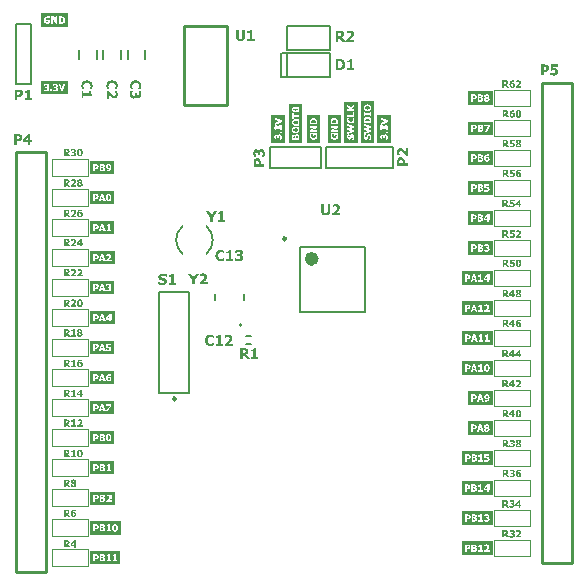
<source format=gto>
G04*
G04 #@! TF.GenerationSoftware,Altium Limited,Altium Designer,23.9.2 (47)*
G04*
G04 Layer_Color=65535*
%FSLAX44Y44*%
%MOMM*%
G71*
G04*
G04 #@! TF.SameCoordinates,60F5B71E-2B93-43DD-B637-9BD39DAD1F72*
G04*
G04*
G04 #@! TF.FilePolarity,Positive*
G04*
G01*
G75*
%ADD10C,0.2500*%
%ADD11C,0.6000*%
%ADD12C,0.2000*%
%ADD13C,0.2032*%
%ADD14C,0.2540*%
%ADD15C,0.1270*%
%ADD16C,0.1016*%
G36*
X419641Y538226D02*
X399056D01*
Y549593D01*
X419641D01*
Y538226D01*
D02*
G37*
G36*
Y512826D02*
X399167D01*
Y523925D01*
X419641D01*
Y512826D01*
D02*
G37*
G36*
Y208137D02*
X393694D01*
Y219263D01*
X419641D01*
Y208137D01*
D02*
G37*
G36*
Y233481D02*
X393906D01*
Y244719D01*
X419641D01*
Y233481D01*
D02*
G37*
G36*
Y258817D02*
X399066D01*
Y270184D01*
X419641D01*
Y258817D01*
D02*
G37*
G36*
Y284226D02*
X399204D01*
Y295574D01*
X419641D01*
Y284226D01*
D02*
G37*
G36*
Y309621D02*
X393851D01*
Y320979D01*
X419641D01*
Y309621D01*
D02*
G37*
G36*
Y335146D02*
X394036D01*
Y346254D01*
X419641D01*
Y335146D01*
D02*
G37*
G36*
Y360495D02*
X393777D01*
Y371705D01*
X419641D01*
Y360495D01*
D02*
G37*
G36*
Y385937D02*
X393703D01*
Y397063D01*
X419641D01*
Y385937D01*
D02*
G37*
G36*
Y411221D02*
X399186D01*
Y422579D01*
X419641D01*
Y411221D01*
D02*
G37*
G36*
Y436741D02*
X398964D01*
Y447859D01*
X419641D01*
Y436741D01*
D02*
G37*
G36*
Y462086D02*
X399176D01*
Y473314D01*
X419641D01*
Y462086D01*
D02*
G37*
G36*
Y487430D02*
X399075D01*
Y498770D01*
X419641D01*
Y487430D01*
D02*
G37*
G36*
Y157295D02*
X393768D01*
Y168505D01*
X419641D01*
Y157295D01*
D02*
G37*
G36*
Y182621D02*
X393916D01*
Y193979D01*
X419641D01*
Y182621D01*
D02*
G37*
G36*
X104799Y174250D02*
X79000D01*
Y185608D01*
X104799D01*
Y174250D01*
D02*
G37*
G36*
X104614Y149045D02*
X79000D01*
Y160153D01*
X104614D01*
Y149045D01*
D02*
G37*
G36*
X99446Y479180D02*
X79000D01*
Y490529D01*
X99446D01*
Y479180D01*
D02*
G37*
G36*
X99520Y453836D02*
X79000D01*
Y465194D01*
X99520D01*
Y453836D01*
D02*
G37*
G36*
X99335Y428491D02*
X79000D01*
Y439599D01*
X99335D01*
Y428491D01*
D02*
G37*
G36*
X99594Y402971D02*
X79000D01*
Y414181D01*
X99594D01*
Y402971D01*
D02*
G37*
G36*
X99446Y377687D02*
X79000D01*
Y389044D01*
X99446D01*
Y377687D01*
D02*
G37*
G36*
X99668Y352245D02*
X79000D01*
Y363363D01*
X99668D01*
Y352245D01*
D02*
G37*
G36*
X99455Y326896D02*
X79000D01*
Y338124D01*
X99455D01*
Y326896D01*
D02*
G37*
G36*
X99557Y301371D02*
X79000D01*
Y312710D01*
X99557D01*
Y301371D01*
D02*
G37*
G36*
X99464Y275976D02*
X79000D01*
Y287075D01*
X99464D01*
Y275976D01*
D02*
G37*
G36*
X99529Y250567D02*
X79000D01*
Y261924D01*
X99529D01*
Y250567D01*
D02*
G37*
G36*
X99344Y225231D02*
X79000D01*
Y236339D01*
X99344D01*
Y225231D01*
D02*
G37*
G36*
X99603Y199500D02*
X79000D01*
Y210710D01*
X99603D01*
Y199500D01*
D02*
G37*
G36*
X60442Y604250D02*
X37083D01*
Y615589D01*
X60442D01*
Y604250D01*
D02*
G37*
G36*
Y547000D02*
X37000D01*
Y558358D01*
X60442D01*
Y547000D01*
D02*
G37*
G36*
X333500Y529525D02*
Y506083D01*
X322142D01*
Y529525D01*
X333500D01*
D02*
G37*
G36*
X319407Y540989D02*
Y506083D01*
X308050D01*
Y540989D01*
X319407D01*
D02*
G37*
G36*
X305306Y506083D02*
X293975D01*
Y540758D01*
X305306D01*
Y506083D01*
D02*
G37*
G36*
X291250Y529441D02*
Y506083D01*
X279911D01*
Y529441D01*
X291250D01*
D02*
G37*
G36*
X243750Y506083D02*
X232392D01*
Y529525D01*
X243750D01*
Y506083D01*
D02*
G37*
G36*
X273700D02*
X262361D01*
Y529441D01*
X273700D01*
Y506083D01*
D02*
G37*
G36*
X258700D02*
X247342D01*
Y538983D01*
X258700D01*
Y506083D01*
D02*
G37*
G36*
X437273Y558922D02*
X437367D01*
X437471Y558912D01*
X437687Y558884D01*
X437696D01*
X437734Y558875D01*
X437790D01*
X437856Y558865D01*
X437988Y558847D01*
X438054Y558837D01*
X438100Y558828D01*
Y557625D01*
X437978D01*
X437969Y557634D01*
X437941Y557644D01*
X437903Y557653D01*
X437847Y557672D01*
X437790Y557691D01*
X437715Y557719D01*
X437631Y557738D01*
X437621D01*
X437584Y557747D01*
X437537Y557766D01*
X437471Y557775D01*
X437386Y557794D01*
X437292Y557803D01*
X437179Y557813D01*
X437001D01*
X436954Y557803D01*
X436888D01*
X436822Y557794D01*
X436663Y557766D01*
X436484Y557719D01*
X436296Y557653D01*
X436118Y557559D01*
X435958Y557427D01*
X435939Y557409D01*
X435892Y557362D01*
X435835Y557268D01*
X435751Y557155D01*
X435676Y556995D01*
X435591Y556817D01*
X435525Y556600D01*
X435478Y556347D01*
X435488Y556356D01*
X435535Y556375D01*
X435591Y556413D01*
X435666Y556460D01*
X435760Y556507D01*
X435864Y556553D01*
X436089Y556647D01*
X436108Y556657D01*
X436146Y556666D01*
X436211Y556685D01*
X436296Y556713D01*
X436399Y556732D01*
X436522Y556751D01*
X436653Y556760D01*
X436794Y556770D01*
X436916D01*
X436992Y556760D01*
X437085Y556751D01*
X437189Y556732D01*
X437405Y556676D01*
X437414D01*
X437452Y556657D01*
X437508Y556638D01*
X437584Y556610D01*
X437659Y556572D01*
X437743Y556535D01*
X437922Y556422D01*
X437941Y556413D01*
X437978Y556375D01*
X438035Y556328D01*
X438110Y556253D01*
X438185Y556159D01*
X438270Y556046D01*
X438354Y555924D01*
X438429Y555783D01*
X438439Y555764D01*
X438458Y555708D01*
X438486Y555623D01*
X438523Y555510D01*
X438561Y555360D01*
X438589Y555191D01*
X438608Y554994D01*
X438617Y554777D01*
Y554768D01*
Y554730D01*
Y554683D01*
X438608Y554618D01*
X438599Y554533D01*
X438589Y554439D01*
X438570Y554336D01*
X438542Y554213D01*
X438467Y553969D01*
X438420Y553828D01*
X438354Y553697D01*
X438288Y553565D01*
X438204Y553433D01*
X438110Y553311D01*
X437997Y553189D01*
X437988Y553180D01*
X437969Y553161D01*
X437931Y553133D01*
X437884Y553095D01*
X437828Y553048D01*
X437753Y552992D01*
X437659Y552935D01*
X437555Y552879D01*
X437443Y552822D01*
X437320Y552766D01*
X437179Y552710D01*
X437038Y552663D01*
X436869Y552625D01*
X436700Y552597D01*
X436522Y552578D01*
X436324Y552569D01*
X436230D01*
X436136Y552578D01*
X436005Y552588D01*
X435854Y552606D01*
X435695Y552635D01*
X435525Y552672D01*
X435366Y552719D01*
X435347Y552729D01*
X435300Y552747D01*
X435215Y552785D01*
X435121Y552832D01*
X435009Y552898D01*
X434896Y552973D01*
X434774Y553067D01*
X434661Y553170D01*
X434642Y553189D01*
X434604Y553236D01*
X434539Y553311D01*
X434463Y553415D01*
X434379Y553546D01*
X434285Y553706D01*
X434200Y553885D01*
X434125Y554082D01*
Y554091D01*
X434116Y554110D01*
X434106Y554138D01*
X434097Y554185D01*
X434087Y554232D01*
X434069Y554298D01*
X434050Y554373D01*
X434040Y554458D01*
X434003Y554655D01*
X433975Y554881D01*
X433956Y555134D01*
X433946Y555416D01*
Y555426D01*
Y555454D01*
Y555491D01*
Y555557D01*
X433956Y555623D01*
Y555708D01*
X433965Y555802D01*
Y555896D01*
X433984Y556121D01*
X434022Y556356D01*
X434059Y556610D01*
X434116Y556845D01*
Y556854D01*
X434125Y556873D01*
X434134Y556911D01*
X434153Y556948D01*
X434163Y557005D01*
X434191Y557070D01*
X434247Y557221D01*
X434332Y557390D01*
X434426Y557578D01*
X434539Y557766D01*
X434680Y557954D01*
Y557963D01*
X434698Y557973D01*
X434745Y558029D01*
X434830Y558114D01*
X434943Y558217D01*
X435074Y558330D01*
X435243Y558452D01*
X435431Y558565D01*
X435648Y558668D01*
X435657D01*
X435676Y558677D01*
X435713Y558696D01*
X435760Y558706D01*
X435817Y558734D01*
X435882Y558753D01*
X435967Y558772D01*
X436061Y558800D01*
X436155Y558828D01*
X436268Y558847D01*
X436512Y558894D01*
X436785Y558922D01*
X437085Y558931D01*
X437198D01*
X437273Y558922D01*
D02*
G37*
G36*
X441709D02*
X441803Y558912D01*
X441907Y558903D01*
X442019Y558894D01*
X442151Y558875D01*
X442414Y558809D01*
X442687Y558725D01*
X442828Y558668D01*
X442950Y558602D01*
X443072Y558527D01*
X443185Y558442D01*
X443194Y558433D01*
X443213Y558424D01*
X443241Y558396D01*
X443269Y558349D01*
X443316Y558302D01*
X443363Y558245D01*
X443410Y558170D01*
X443467Y558085D01*
X443523Y558001D01*
X443570Y557897D01*
X443617Y557785D01*
X443664Y557663D01*
X443692Y557531D01*
X443720Y557390D01*
X443739Y557240D01*
X443749Y557080D01*
Y557070D01*
Y557052D01*
Y557023D01*
Y556986D01*
X443739Y556939D01*
Y556883D01*
X443720Y556741D01*
X443683Y556582D01*
X443636Y556403D01*
X443570Y556215D01*
X443485Y556018D01*
Y556008D01*
X443476Y555999D01*
X443457Y555971D01*
X443438Y555924D01*
X443410Y555877D01*
X443373Y555821D01*
X443288Y555689D01*
X443166Y555520D01*
X443025Y555332D01*
X442846Y555125D01*
X442640Y554909D01*
X442621Y554890D01*
X442574Y554843D01*
X442508Y554777D01*
X442414Y554693D01*
X442301Y554589D01*
X442189Y554477D01*
X441925Y554251D01*
X441907Y554242D01*
X441869Y554204D01*
X441803Y554157D01*
X441728Y554101D01*
X441568Y553969D01*
X441484Y553903D01*
X441418Y553856D01*
X444012D01*
Y552700D01*
X439520D01*
Y553697D01*
X439529Y553706D01*
X439548Y553715D01*
X439576Y553744D01*
X439613Y553772D01*
X439726Y553856D01*
X439858Y553969D01*
X440018Y554101D01*
X440187Y554242D01*
X440365Y554392D01*
X440535Y554542D01*
X440544Y554552D01*
X440553Y554561D01*
X440610Y554608D01*
X440694Y554693D01*
X440807Y554787D01*
X440939Y554909D01*
X441070Y555040D01*
X441211Y555172D01*
X441343Y555313D01*
X441352Y555322D01*
X441362Y555332D01*
X441418Y555388D01*
X441493Y555482D01*
X441596Y555595D01*
X441700Y555717D01*
X441803Y555858D01*
X441907Y555999D01*
X441991Y556140D01*
X442001Y556159D01*
X442019Y556206D01*
X442057Y556272D01*
X442095Y556366D01*
X442132Y556478D01*
X442170Y556600D01*
X442189Y556732D01*
X442198Y556873D01*
Y556883D01*
Y556892D01*
Y556939D01*
X442189Y557023D01*
X442170Y557117D01*
X442132Y557221D01*
X442085Y557324D01*
X442019Y557427D01*
X441935Y557522D01*
X441925Y557531D01*
X441888Y557559D01*
X441832Y557597D01*
X441756Y557644D01*
X441653Y557681D01*
X441531Y557719D01*
X441390Y557747D01*
X441230Y557757D01*
X441145D01*
X441089Y557747D01*
X441023Y557738D01*
X440948Y557728D01*
X440788Y557691D01*
X440779D01*
X440751Y557681D01*
X440713Y557672D01*
X440657Y557653D01*
X440591Y557634D01*
X440525Y557606D01*
X440365Y557550D01*
X440356D01*
X440328Y557531D01*
X440290Y557512D01*
X440243Y557493D01*
X440130Y557427D01*
X440008Y557352D01*
X439999D01*
X439980Y557334D01*
X439924Y557296D01*
X439849Y557249D01*
X439783Y557211D01*
X439670D01*
Y558546D01*
X439679Y558555D01*
X439717Y558565D01*
X439783Y558593D01*
X439867Y558621D01*
X439980Y558659D01*
X440112Y558706D01*
X440281Y558753D01*
X440469Y558800D01*
X440478D01*
X440497Y558809D01*
X440525D01*
X440563Y558818D01*
X440610Y558828D01*
X440676Y558837D01*
X440807Y558865D01*
X440976Y558894D01*
X441155Y558912D01*
X441343Y558922D01*
X441531Y558931D01*
X441634D01*
X441709Y558922D01*
D02*
G37*
G36*
X430826Y558809D02*
X430967Y558800D01*
X431108Y558790D01*
X431268Y558772D01*
X431409Y558753D01*
X431428D01*
X431475Y558743D01*
X431541Y558725D01*
X431635Y558696D01*
X431747Y558659D01*
X431860Y558612D01*
X431982Y558555D01*
X432104Y558489D01*
X432123Y558480D01*
X432161Y558452D01*
X432217Y558405D01*
X432293Y558339D01*
X432377Y558264D01*
X432462Y558170D01*
X432556Y558067D01*
X432631Y557954D01*
X432640Y557935D01*
X432659Y557897D01*
X432697Y557822D01*
X432734Y557728D01*
X432762Y557616D01*
X432800Y557475D01*
X432819Y557315D01*
X432828Y557136D01*
Y557127D01*
Y557108D01*
Y557070D01*
Y557023D01*
X432819Y556958D01*
X432809Y556892D01*
X432791Y556732D01*
X432753Y556544D01*
X432697Y556356D01*
X432612Y556168D01*
X432509Y555990D01*
X432490Y555971D01*
X432452Y555914D01*
X432377Y555839D01*
X432283Y555745D01*
X432161Y555633D01*
X432010Y555510D01*
X431841Y555398D01*
X431653Y555294D01*
X433721Y552700D01*
X431851D01*
X430140Y554947D01*
X429595D01*
Y552700D01*
X428063D01*
Y558818D01*
X430704D01*
X430826Y558809D01*
D02*
G37*
G36*
X437349Y533662D02*
X437443D01*
X437546Y533653D01*
X437762Y533625D01*
X437771D01*
X437809Y533615D01*
X437865D01*
X437931Y533606D01*
X438063Y533587D01*
X438129Y533578D01*
X438176Y533568D01*
Y532365D01*
X438054D01*
X438044Y532375D01*
X438016Y532384D01*
X437978Y532394D01*
X437922Y532412D01*
X437865Y532431D01*
X437790Y532459D01*
X437706Y532478D01*
X437696D01*
X437659Y532488D01*
X437612Y532506D01*
X437546Y532516D01*
X437461Y532535D01*
X437367Y532544D01*
X437255Y532553D01*
X437076D01*
X437029Y532544D01*
X436963D01*
X436898Y532535D01*
X436738Y532506D01*
X436559Y532459D01*
X436371Y532394D01*
X436193Y532300D01*
X436033Y532168D01*
X436014Y532149D01*
X435967Y532102D01*
X435911Y532008D01*
X435826Y531896D01*
X435751Y531736D01*
X435666Y531557D01*
X435601Y531341D01*
X435554Y531087D01*
X435563Y531097D01*
X435610Y531116D01*
X435666Y531153D01*
X435742Y531200D01*
X435835Y531247D01*
X435939Y531294D01*
X436165Y531388D01*
X436183Y531398D01*
X436221Y531407D01*
X436287Y531426D01*
X436371Y531454D01*
X436475Y531473D01*
X436597Y531492D01*
X436728Y531501D01*
X436869Y531510D01*
X436992D01*
X437067Y531501D01*
X437161Y531492D01*
X437264Y531473D01*
X437480Y531416D01*
X437490D01*
X437527Y531398D01*
X437584Y531379D01*
X437659Y531351D01*
X437734Y531313D01*
X437818Y531275D01*
X437997Y531163D01*
X438016Y531153D01*
X438054Y531116D01*
X438110Y531069D01*
X438185Y530993D01*
X438260Y530899D01*
X438345Y530787D01*
X438429Y530664D01*
X438505Y530523D01*
X438514Y530505D01*
X438533Y530448D01*
X438561Y530364D01*
X438599Y530251D01*
X438636Y530101D01*
X438664Y529931D01*
X438683Y529734D01*
X438693Y529518D01*
Y529509D01*
Y529471D01*
Y529424D01*
X438683Y529358D01*
X438674Y529274D01*
X438664Y529180D01*
X438646Y529076D01*
X438617Y528954D01*
X438542Y528710D01*
X438495Y528569D01*
X438429Y528437D01*
X438364Y528306D01*
X438279Y528174D01*
X438185Y528052D01*
X438072Y527930D01*
X438063Y527920D01*
X438044Y527901D01*
X438007Y527873D01*
X437960Y527836D01*
X437903Y527789D01*
X437828Y527732D01*
X437734Y527676D01*
X437631Y527620D01*
X437518Y527563D01*
X437396Y527507D01*
X437255Y527450D01*
X437114Y527403D01*
X436945Y527366D01*
X436775Y527338D01*
X436597Y527319D01*
X436399Y527309D01*
X436305D01*
X436211Y527319D01*
X436080Y527328D01*
X435929Y527347D01*
X435770Y527375D01*
X435601Y527413D01*
X435441Y527460D01*
X435422Y527469D01*
X435375Y527488D01*
X435290Y527525D01*
X435196Y527573D01*
X435084Y527638D01*
X434971Y527714D01*
X434849Y527808D01*
X434736Y527911D01*
X434717Y527930D01*
X434680Y527977D01*
X434614Y528052D01*
X434539Y528155D01*
X434454Y528287D01*
X434360Y528447D01*
X434276Y528625D01*
X434200Y528823D01*
Y528832D01*
X434191Y528851D01*
X434182Y528879D01*
X434172Y528926D01*
X434163Y528973D01*
X434144Y529039D01*
X434125Y529114D01*
X434116Y529198D01*
X434078Y529396D01*
X434050Y529621D01*
X434031Y529875D01*
X434022Y530157D01*
Y530166D01*
Y530195D01*
Y530232D01*
Y530298D01*
X434031Y530364D01*
Y530448D01*
X434040Y530542D01*
Y530636D01*
X434059Y530862D01*
X434097Y531097D01*
X434134Y531351D01*
X434191Y531586D01*
Y531595D01*
X434200Y531614D01*
X434210Y531651D01*
X434229Y531689D01*
X434238Y531745D01*
X434266Y531811D01*
X434322Y531961D01*
X434407Y532131D01*
X434501Y532318D01*
X434614Y532506D01*
X434755Y532694D01*
Y532704D01*
X434774Y532713D01*
X434821Y532770D01*
X434905Y532854D01*
X435018Y532958D01*
X435149Y533070D01*
X435319Y533192D01*
X435507Y533305D01*
X435723Y533409D01*
X435732D01*
X435751Y533418D01*
X435788Y533437D01*
X435835Y533446D01*
X435892Y533475D01*
X435958Y533493D01*
X436042Y533512D01*
X436136Y533540D01*
X436230Y533568D01*
X436343Y533587D01*
X436587Y533634D01*
X436860Y533662D01*
X437161Y533672D01*
X437273D01*
X437349Y533662D01*
D02*
G37*
G36*
X430902Y533550D02*
X431043Y533540D01*
X431184Y533531D01*
X431343Y533512D01*
X431484Y533493D01*
X431503D01*
X431550Y533484D01*
X431616Y533465D01*
X431710Y533437D01*
X431823Y533399D01*
X431935Y533352D01*
X432057Y533296D01*
X432180Y533230D01*
X432198Y533221D01*
X432236Y533192D01*
X432293Y533145D01*
X432368Y533080D01*
X432452Y533005D01*
X432537Y532911D01*
X432631Y532807D01*
X432706Y532694D01*
X432715Y532676D01*
X432734Y532638D01*
X432772Y532563D01*
X432809Y532469D01*
X432838Y532356D01*
X432875Y532215D01*
X432894Y532055D01*
X432903Y531877D01*
Y531867D01*
Y531849D01*
Y531811D01*
Y531764D01*
X432894Y531698D01*
X432885Y531632D01*
X432866Y531473D01*
X432828Y531285D01*
X432772Y531097D01*
X432687Y530909D01*
X432584Y530730D01*
X432565Y530712D01*
X432527Y530655D01*
X432452Y530580D01*
X432358Y530486D01*
X432236Y530373D01*
X432086Y530251D01*
X431917Y530138D01*
X431729Y530035D01*
X433796Y527441D01*
X431926D01*
X430215Y529687D01*
X429670D01*
Y527441D01*
X428139D01*
Y533559D01*
X430779D01*
X430902Y533550D01*
D02*
G37*
G36*
X441822Y533681D02*
X441888D01*
X442038Y533662D01*
X442207Y533634D01*
X442395Y533597D01*
X442583Y533550D01*
X442752Y533475D01*
X442762D01*
X442771Y533465D01*
X442828Y533437D01*
X442903Y533390D01*
X443006Y533324D01*
X443119Y533230D01*
X443241Y533127D01*
X443363Y533005D01*
X443476Y532854D01*
X443485Y532835D01*
X443523Y532779D01*
X443570Y532694D01*
X443636Y532582D01*
X443702Y532441D01*
X443767Y532271D01*
X443824Y532074D01*
X443880Y531858D01*
Y531849D01*
X443890Y531830D01*
Y531802D01*
X443899Y531755D01*
X443908Y531698D01*
X443918Y531632D01*
X443937Y531557D01*
X443946Y531463D01*
X443974Y531266D01*
X443993Y531031D01*
X444002Y530777D01*
X444012Y530495D01*
Y530486D01*
Y530458D01*
Y530420D01*
Y530364D01*
Y530298D01*
X444002Y530213D01*
Y530129D01*
X443993Y530025D01*
X443984Y529809D01*
X443955Y529574D01*
X443927Y529339D01*
X443880Y529104D01*
Y529095D01*
X443871Y529076D01*
Y529048D01*
X443852Y529010D01*
X443824Y528898D01*
X443777Y528757D01*
X443720Y528597D01*
X443655Y528437D01*
X443570Y528268D01*
X443476Y528108D01*
X443467Y528089D01*
X443429Y528042D01*
X443363Y527977D01*
X443279Y527883D01*
X443175Y527789D01*
X443044Y527685D01*
X442903Y527591D01*
X442743Y527507D01*
X442734D01*
X442724Y527497D01*
X442696Y527488D01*
X442668Y527478D01*
X442574Y527441D01*
X442442Y527413D01*
X442283Y527375D01*
X442095Y527338D01*
X441888Y527319D01*
X441653Y527309D01*
X441549D01*
X441493Y527319D01*
X441427D01*
X441277Y527338D01*
X441098Y527356D01*
X440920Y527394D01*
X440732Y527441D01*
X440553Y527507D01*
X440544D01*
X440535Y527516D01*
X440478Y527544D01*
X440403Y527591D01*
X440300Y527657D01*
X440177Y527751D01*
X440055Y527854D01*
X439933Y527977D01*
X439820Y528118D01*
Y528127D01*
X439811Y528136D01*
X439773Y528193D01*
X439726Y528277D01*
X439670Y528390D01*
X439604Y528540D01*
X439538Y528710D01*
X439473Y528898D01*
X439416Y529114D01*
Y529123D01*
X439407Y529142D01*
Y529170D01*
X439397Y529217D01*
X439388Y529274D01*
X439379Y529339D01*
X439369Y529424D01*
X439360Y529509D01*
X439332Y529715D01*
X439313Y529950D01*
X439303Y530213D01*
X439294Y530495D01*
Y530505D01*
Y530533D01*
Y530570D01*
Y530636D01*
Y530702D01*
X439303Y530787D01*
Y530881D01*
X439313Y530975D01*
X439322Y531191D01*
X439350Y531426D01*
X439379Y531661D01*
X439416Y531886D01*
Y531896D01*
X439426Y531914D01*
Y531943D01*
X439444Y531980D01*
X439473Y532093D01*
X439510Y532225D01*
X439566Y532384D01*
X439642Y532544D01*
X439726Y532723D01*
X439830Y532882D01*
Y532892D01*
X439839Y532901D01*
X439886Y532948D01*
X439943Y533023D01*
X440036Y533108D01*
X440140Y533211D01*
X440262Y533305D01*
X440412Y533399D01*
X440572Y533484D01*
X440582D01*
X440591Y533493D01*
X440619Y533503D01*
X440657Y533512D01*
X440751Y533550D01*
X440873Y533587D01*
X441033Y533625D01*
X441221Y533662D01*
X441427Y533681D01*
X441653Y533691D01*
X441766D01*
X441822Y533681D01*
D02*
G37*
G36*
X438364Y507158D02*
X435760D01*
Y506133D01*
X435807D01*
X435845Y506143D01*
X435939D01*
X436052Y506152D01*
X436108D01*
X436146Y506162D01*
X436475D01*
X436587Y506152D01*
X436710Y506143D01*
X436851Y506124D01*
X437132Y506068D01*
X437151D01*
X437198Y506049D01*
X437264Y506030D01*
X437358Y506002D01*
X437461Y505964D01*
X437565Y505917D01*
X437677Y505861D01*
X437790Y505795D01*
X437809Y505786D01*
X437847Y505757D01*
X437912Y505701D01*
X437988Y505635D01*
X438072Y505551D01*
X438166Y505438D01*
X438260Y505325D01*
X438335Y505184D01*
X438345Y505165D01*
X438364Y505118D01*
X438401Y505034D01*
X438439Y504930D01*
X438467Y504799D01*
X438505Y504639D01*
X438523Y504461D01*
X438533Y504263D01*
Y504254D01*
Y504244D01*
Y504216D01*
Y504179D01*
X438523Y504094D01*
X438514Y503972D01*
X438495Y503831D01*
X438458Y503680D01*
X438420Y503530D01*
X438364Y503370D01*
X438354Y503352D01*
X438335Y503305D01*
X438298Y503229D01*
X438241Y503135D01*
X438176Y503023D01*
X438091Y502910D01*
X437988Y502788D01*
X437875Y502675D01*
X437856Y502665D01*
X437818Y502628D01*
X437753Y502572D01*
X437659Y502506D01*
X437546Y502440D01*
X437424Y502365D01*
X437273Y502290D01*
X437114Y502224D01*
X437104D01*
X437095Y502214D01*
X437067Y502205D01*
X437038Y502196D01*
X436945Y502177D01*
X436813Y502149D01*
X436653Y502111D01*
X436475Y502092D01*
X436258Y502074D01*
X436033Y502064D01*
X435920D01*
X435864Y502074D01*
X435788D01*
X435629Y502083D01*
X435441Y502102D01*
X435253Y502121D01*
X435046Y502149D01*
X434858Y502186D01*
X434849D01*
X434839Y502196D01*
X434811D01*
X434774Y502205D01*
X434689Y502224D01*
X434576Y502252D01*
X434445Y502290D01*
X434313Y502337D01*
X434172Y502384D01*
X434050Y502431D01*
Y503765D01*
X434191D01*
X434200Y503756D01*
X434257Y503718D01*
X434341Y503662D01*
X434445Y503605D01*
X434454D01*
X434473Y503596D01*
X434501Y503577D01*
X434548Y503558D01*
X434595Y503530D01*
X434661Y503502D01*
X434736Y503474D01*
X434821Y503436D01*
X434830D01*
X434858Y503427D01*
X434905Y503408D01*
X434962Y503389D01*
X435027Y503361D01*
X435103Y503342D01*
X435262Y503295D01*
X435272D01*
X435300Y503286D01*
X435347Y503276D01*
X435413Y503267D01*
X435488Y503258D01*
X435572Y503248D01*
X435760Y503239D01*
X435854D01*
X435920Y503248D01*
X435995D01*
X436080Y503267D01*
X436277Y503295D01*
X436287D01*
X436324Y503305D01*
X436371Y503323D01*
X436437Y503342D01*
X436587Y503408D01*
X436653Y503455D01*
X436719Y503511D01*
X436728Y503521D01*
X436738Y503530D01*
X436794Y503596D01*
X436860Y503680D01*
X436916Y503784D01*
Y503793D01*
X436926Y503812D01*
X436945Y503850D01*
X436954Y503897D01*
X436973Y503953D01*
X436982Y504028D01*
X436992Y504113D01*
Y504207D01*
Y504216D01*
Y504244D01*
Y504282D01*
X436982Y504338D01*
X436954Y504451D01*
X436898Y504573D01*
Y504583D01*
X436879Y504602D01*
X436860Y504630D01*
X436841Y504667D01*
X436766Y504752D01*
X436663Y504827D01*
X436653Y504837D01*
X436625Y504846D01*
X436578Y504874D01*
X436522Y504902D01*
X436446Y504930D01*
X436362Y504959D01*
X436268Y504987D01*
X436155Y505006D01*
X436146D01*
X436108Y505015D01*
X436052Y505024D01*
X435986Y505034D01*
X435901D01*
X435817Y505043D01*
X435648Y505053D01*
X435525D01*
X435441Y505043D01*
X435337D01*
X435225Y505034D01*
X434990Y504996D01*
X434980D01*
X434933Y504987D01*
X434877Y504977D01*
X434802Y504959D01*
X434717Y504940D01*
X434623Y504921D01*
X434445Y504883D01*
X434313D01*
Y508314D01*
X438364D01*
Y507158D01*
D02*
G37*
G36*
X430845Y508304D02*
X430986Y508295D01*
X431127Y508285D01*
X431287Y508267D01*
X431428Y508248D01*
X431447D01*
X431494Y508239D01*
X431559Y508220D01*
X431653Y508192D01*
X431766Y508154D01*
X431879Y508107D01*
X432001Y508051D01*
X432123Y507985D01*
X432142Y507975D01*
X432180Y507947D01*
X432236Y507900D01*
X432311Y507834D01*
X432396Y507759D01*
X432480Y507665D01*
X432574Y507562D01*
X432650Y507449D01*
X432659Y507430D01*
X432678Y507393D01*
X432715Y507318D01*
X432753Y507224D01*
X432781Y507111D01*
X432819Y506970D01*
X432838Y506810D01*
X432847Y506632D01*
Y506622D01*
Y506603D01*
Y506566D01*
Y506519D01*
X432838Y506453D01*
X432828Y506387D01*
X432809Y506227D01*
X432772Y506039D01*
X432715Y505852D01*
X432631Y505663D01*
X432527Y505485D01*
X432509Y505466D01*
X432471Y505410D01*
X432396Y505335D01*
X432302Y505241D01*
X432180Y505128D01*
X432029Y505006D01*
X431860Y504893D01*
X431672Y504790D01*
X433740Y502196D01*
X431870D01*
X430159Y504442D01*
X429614D01*
Y502196D01*
X428082D01*
Y508314D01*
X430723D01*
X430845Y508304D01*
D02*
G37*
G36*
X441794Y508436D02*
X441935Y508427D01*
X442085Y508417D01*
X442254Y508398D01*
X442424Y508361D01*
X442583Y508323D01*
X442593D01*
X442602Y508314D01*
X442659Y508304D01*
X442734Y508276D01*
X442828Y508239D01*
X442940Y508192D01*
X443053Y508135D01*
X443166Y508079D01*
X443269Y508004D01*
X443279Y507994D01*
X443316Y507966D01*
X443363Y507919D01*
X443429Y507863D01*
X443495Y507797D01*
X443570Y507712D01*
X443636Y507618D01*
X443702Y507515D01*
X443711Y507505D01*
X443730Y507468D01*
X443749Y507411D01*
X443777Y507336D01*
X443805Y507242D01*
X443833Y507139D01*
X443843Y507017D01*
X443852Y506895D01*
Y506876D01*
Y506819D01*
X443843Y506735D01*
X443824Y506632D01*
X443786Y506509D01*
X443749Y506378D01*
X443683Y506246D01*
X443598Y506105D01*
X443589Y506086D01*
X443551Y506049D01*
X443495Y505983D01*
X443410Y505899D01*
X443298Y505814D01*
X443166Y505710D01*
X443006Y505616D01*
X442828Y505522D01*
Y505494D01*
X442837D01*
X442856Y505485D01*
X442884Y505466D01*
X442931Y505447D01*
X443034Y505400D01*
X443166Y505325D01*
X443307Y505231D01*
X443457Y505118D01*
X443598Y504987D01*
X443720Y504846D01*
X443730Y504827D01*
X443767Y504780D01*
X443814Y504696D01*
X443871Y504583D01*
X443918Y504442D01*
X443965Y504282D01*
X444002Y504094D01*
X444012Y503897D01*
Y503878D01*
Y503831D01*
X444002Y503756D01*
X443993Y503662D01*
X443974Y503549D01*
X443937Y503417D01*
X443899Y503295D01*
X443843Y503164D01*
X443833Y503145D01*
X443814Y503107D01*
X443777Y503041D01*
X443720Y502966D01*
X443655Y502872D01*
X443579Y502769D01*
X443485Y502665D01*
X443373Y502572D01*
X443363Y502562D01*
X443316Y502534D01*
X443251Y502487D01*
X443166Y502431D01*
X443053Y502374D01*
X442922Y502308D01*
X442771Y502252D01*
X442612Y502196D01*
X442602D01*
X442593Y502186D01*
X442565D01*
X442536Y502177D01*
X442442Y502149D01*
X442311Y502130D01*
X442160Y502102D01*
X441991Y502074D01*
X441794Y502064D01*
X441587Y502055D01*
X441427D01*
X441371Y502064D01*
X441221Y502074D01*
X441051Y502092D01*
X440873Y502111D01*
X440685Y502149D01*
X440506Y502196D01*
X440497D01*
X440488Y502205D01*
X440431Y502224D01*
X440347Y502252D01*
X440243Y502299D01*
X440121Y502346D01*
X439989Y502412D01*
X439867Y502487D01*
X439745Y502572D01*
X439736Y502581D01*
X439698Y502619D01*
X439642Y502665D01*
X439585Y502731D01*
X439510Y502816D01*
X439444Y502919D01*
X439369Y503023D01*
X439313Y503145D01*
X439303Y503164D01*
X439294Y503201D01*
X439275Y503267D01*
X439247Y503352D01*
X439219Y503455D01*
X439200Y503577D01*
X439191Y503709D01*
X439181Y503840D01*
Y503850D01*
Y503868D01*
Y503887D01*
X439191Y503925D01*
X439200Y504028D01*
X439219Y504150D01*
X439247Y504282D01*
X439303Y504432D01*
X439369Y504573D01*
X439463Y504714D01*
X439473Y504733D01*
X439520Y504771D01*
X439585Y504837D01*
X439679Y504921D01*
X439792Y505006D01*
X439943Y505109D01*
X440112Y505203D01*
X440300Y505297D01*
Y505325D01*
X440290D01*
X440281Y505335D01*
X440253Y505353D01*
X440215Y505372D01*
X440121Y505429D01*
X440008Y505504D01*
X439877Y505598D01*
X439754Y505701D01*
X439642Y505823D01*
X439548Y505955D01*
X439538Y505974D01*
X439520Y506021D01*
X439482Y506096D01*
X439444Y506199D01*
X439407Y506321D01*
X439369Y506462D01*
X439350Y506622D01*
X439341Y506791D01*
Y506810D01*
Y506848D01*
X439350Y506913D01*
X439360Y506998D01*
X439379Y507092D01*
X439397Y507195D01*
X439435Y507308D01*
X439482Y507421D01*
X439491Y507430D01*
X439510Y507468D01*
X439548Y507524D01*
X439595Y507599D01*
X439660Y507684D01*
X439736Y507778D01*
X439820Y507863D01*
X439924Y507957D01*
X439933Y507966D01*
X439971Y507994D01*
X440036Y508032D01*
X440121Y508079D01*
X440224Y508135D01*
X440337Y508192D01*
X440478Y508248D01*
X440629Y508304D01*
X440638D01*
X440647Y508314D01*
X440704Y508323D01*
X440798Y508351D01*
X440910Y508380D01*
X441051Y508398D01*
X441221Y508427D01*
X441399Y508436D01*
X441596Y508445D01*
X441690D01*
X441794Y508436D01*
D02*
G37*
G36*
X442668Y483172D02*
X442762D01*
X442865Y483162D01*
X443081Y483134D01*
X443091D01*
X443128Y483125D01*
X443185D01*
X443251Y483115D01*
X443382Y483097D01*
X443448Y483087D01*
X443495Y483078D01*
Y481875D01*
X443373D01*
X443363Y481884D01*
X443335Y481894D01*
X443298Y481903D01*
X443241Y481922D01*
X443185Y481941D01*
X443110Y481969D01*
X443025Y481988D01*
X443016D01*
X442978Y481997D01*
X442931Y482016D01*
X442865Y482025D01*
X442781Y482044D01*
X442687Y482053D01*
X442574Y482063D01*
X442395D01*
X442348Y482053D01*
X442283D01*
X442217Y482044D01*
X442057Y482016D01*
X441878Y481969D01*
X441690Y481903D01*
X441512Y481809D01*
X441352Y481678D01*
X441333Y481659D01*
X441286Y481612D01*
X441230Y481518D01*
X441145Y481405D01*
X441070Y481245D01*
X440986Y481067D01*
X440920Y480850D01*
X440873Y480597D01*
X440882Y480606D01*
X440929Y480625D01*
X440986Y480663D01*
X441061Y480710D01*
X441155Y480756D01*
X441258Y480803D01*
X441484Y480897D01*
X441502Y480907D01*
X441540Y480916D01*
X441606Y480935D01*
X441690Y480963D01*
X441794Y480982D01*
X441916Y481001D01*
X442048Y481010D01*
X442189Y481020D01*
X442311D01*
X442386Y481010D01*
X442480Y481001D01*
X442583Y480982D01*
X442799Y480926D01*
X442809D01*
X442846Y480907D01*
X442903Y480888D01*
X442978Y480860D01*
X443053Y480822D01*
X443138Y480785D01*
X443316Y480672D01*
X443335Y480663D01*
X443373Y480625D01*
X443429Y480578D01*
X443504Y480503D01*
X443579Y480409D01*
X443664Y480296D01*
X443749Y480174D01*
X443824Y480033D01*
X443833Y480014D01*
X443852Y479958D01*
X443880Y479873D01*
X443918Y479760D01*
X443955Y479610D01*
X443984Y479441D01*
X444002Y479244D01*
X444012Y479027D01*
Y479018D01*
Y478980D01*
Y478933D01*
X444002Y478867D01*
X443993Y478783D01*
X443984Y478689D01*
X443965Y478586D01*
X443937Y478463D01*
X443861Y478219D01*
X443814Y478078D01*
X443749Y477947D01*
X443683Y477815D01*
X443598Y477683D01*
X443504Y477561D01*
X443391Y477439D01*
X443382Y477430D01*
X443363Y477411D01*
X443326Y477383D01*
X443279Y477345D01*
X443222Y477298D01*
X443147Y477242D01*
X443053Y477185D01*
X442950Y477129D01*
X442837Y477072D01*
X442715Y477016D01*
X442574Y476960D01*
X442433Y476913D01*
X442264Y476875D01*
X442095Y476847D01*
X441916Y476828D01*
X441719Y476819D01*
X441625D01*
X441531Y476828D01*
X441399Y476838D01*
X441249Y476856D01*
X441089Y476885D01*
X440920Y476922D01*
X440760Y476969D01*
X440741Y476978D01*
X440694Y476997D01*
X440610Y477035D01*
X440516Y477082D01*
X440403Y477148D01*
X440290Y477223D01*
X440168Y477317D01*
X440055Y477420D01*
X440036Y477439D01*
X439999Y477486D01*
X439933Y477561D01*
X439858Y477665D01*
X439773Y477796D01*
X439679Y477956D01*
X439595Y478134D01*
X439520Y478332D01*
Y478341D01*
X439510Y478360D01*
X439501Y478388D01*
X439491Y478435D01*
X439482Y478482D01*
X439463Y478548D01*
X439444Y478623D01*
X439435Y478708D01*
X439397Y478905D01*
X439369Y479131D01*
X439350Y479384D01*
X439341Y479666D01*
Y479676D01*
Y479704D01*
Y479742D01*
Y479807D01*
X439350Y479873D01*
Y479958D01*
X439360Y480052D01*
Y480146D01*
X439379Y480371D01*
X439416Y480606D01*
X439454Y480860D01*
X439510Y481095D01*
Y481104D01*
X439520Y481123D01*
X439529Y481161D01*
X439548Y481198D01*
X439557Y481255D01*
X439585Y481320D01*
X439642Y481471D01*
X439726Y481640D01*
X439820Y481828D01*
X439933Y482016D01*
X440074Y482204D01*
Y482213D01*
X440093Y482223D01*
X440140Y482279D01*
X440224Y482364D01*
X440337Y482467D01*
X440469Y482580D01*
X440638Y482702D01*
X440826Y482815D01*
X441042Y482918D01*
X441051D01*
X441070Y482928D01*
X441108Y482946D01*
X441155Y482956D01*
X441211Y482984D01*
X441277Y483003D01*
X441362Y483022D01*
X441455Y483050D01*
X441549Y483078D01*
X441662Y483097D01*
X441907Y483144D01*
X442179Y483172D01*
X442480Y483181D01*
X442593D01*
X442668Y483172D01*
D02*
G37*
G36*
X438382Y481912D02*
X435779D01*
Y480888D01*
X435826D01*
X435864Y480897D01*
X435958D01*
X436071Y480907D01*
X436127D01*
X436165Y480916D01*
X436493D01*
X436606Y480907D01*
X436728Y480897D01*
X436869Y480879D01*
X437151Y480822D01*
X437170D01*
X437217Y480803D01*
X437283Y480785D01*
X437377Y480756D01*
X437480Y480719D01*
X437584Y480672D01*
X437696Y480616D01*
X437809Y480550D01*
X437828Y480540D01*
X437865Y480512D01*
X437931Y480456D01*
X438007Y480390D01*
X438091Y480305D01*
X438185Y480193D01*
X438279Y480080D01*
X438354Y479939D01*
X438364Y479920D01*
X438382Y479873D01*
X438420Y479789D01*
X438458Y479685D01*
X438486Y479554D01*
X438523Y479394D01*
X438542Y479215D01*
X438551Y479018D01*
Y479008D01*
Y478999D01*
Y478971D01*
Y478933D01*
X438542Y478849D01*
X438533Y478727D01*
X438514Y478586D01*
X438476Y478435D01*
X438439Y478285D01*
X438382Y478125D01*
X438373Y478106D01*
X438354Y478059D01*
X438317Y477984D01*
X438260Y477890D01*
X438194Y477777D01*
X438110Y477665D01*
X438007Y477542D01*
X437894Y477430D01*
X437875Y477420D01*
X437837Y477383D01*
X437771Y477326D01*
X437677Y477261D01*
X437565Y477195D01*
X437443Y477119D01*
X437292Y477044D01*
X437132Y476978D01*
X437123D01*
X437114Y476969D01*
X437085Y476960D01*
X437057Y476950D01*
X436963Y476932D01*
X436832Y476903D01*
X436672Y476866D01*
X436493Y476847D01*
X436277Y476828D01*
X436052Y476819D01*
X435939D01*
X435882Y476828D01*
X435807D01*
X435648Y476838D01*
X435460Y476856D01*
X435272Y476875D01*
X435065Y476903D01*
X434877Y476941D01*
X434868D01*
X434858Y476950D01*
X434830D01*
X434792Y476960D01*
X434708Y476978D01*
X434595Y477007D01*
X434463Y477044D01*
X434332Y477091D01*
X434191Y477138D01*
X434069Y477185D01*
Y478520D01*
X434210D01*
X434219Y478510D01*
X434276Y478473D01*
X434360Y478416D01*
X434463Y478360D01*
X434473D01*
X434492Y478351D01*
X434520Y478332D01*
X434567Y478313D01*
X434614Y478285D01*
X434680Y478257D01*
X434755Y478228D01*
X434839Y478191D01*
X434849D01*
X434877Y478181D01*
X434924Y478163D01*
X434980Y478144D01*
X435046Y478116D01*
X435121Y478097D01*
X435281Y478050D01*
X435290D01*
X435319Y478041D01*
X435366Y478031D01*
X435431Y478022D01*
X435507Y478012D01*
X435591Y478003D01*
X435779Y477994D01*
X435873D01*
X435939Y478003D01*
X436014D01*
X436099Y478022D01*
X436296Y478050D01*
X436305D01*
X436343Y478059D01*
X436390Y478078D01*
X436456Y478097D01*
X436606Y478163D01*
X436672Y478210D01*
X436738Y478266D01*
X436747Y478275D01*
X436757Y478285D01*
X436813Y478351D01*
X436879Y478435D01*
X436935Y478539D01*
Y478548D01*
X436945Y478567D01*
X436963Y478604D01*
X436973Y478651D01*
X436992Y478708D01*
X437001Y478783D01*
X437010Y478867D01*
Y478961D01*
Y478971D01*
Y478999D01*
Y479037D01*
X437001Y479093D01*
X436973Y479206D01*
X436916Y479328D01*
Y479337D01*
X436898Y479356D01*
X436879Y479384D01*
X436860Y479422D01*
X436785Y479507D01*
X436681Y479582D01*
X436672Y479591D01*
X436644Y479601D01*
X436597Y479629D01*
X436540Y479657D01*
X436465Y479685D01*
X436381Y479713D01*
X436287Y479742D01*
X436174Y479760D01*
X436165D01*
X436127Y479770D01*
X436071Y479779D01*
X436005Y479789D01*
X435920D01*
X435835Y479798D01*
X435666Y479807D01*
X435544D01*
X435460Y479798D01*
X435356D01*
X435243Y479789D01*
X435009Y479751D01*
X434999D01*
X434952Y479742D01*
X434896Y479732D01*
X434821Y479713D01*
X434736Y479695D01*
X434642Y479676D01*
X434463Y479638D01*
X434332D01*
Y483069D01*
X438382D01*
Y481912D01*
D02*
G37*
G36*
X430864Y483059D02*
X431005Y483050D01*
X431146Y483040D01*
X431306Y483022D01*
X431447Y483003D01*
X431465D01*
X431512Y482993D01*
X431578Y482975D01*
X431672Y482946D01*
X431785Y482909D01*
X431898Y482862D01*
X432020Y482805D01*
X432142Y482739D01*
X432161Y482730D01*
X432198Y482702D01*
X432255Y482655D01*
X432330Y482589D01*
X432415Y482514D01*
X432499Y482420D01*
X432593Y482317D01*
X432668Y482204D01*
X432678Y482185D01*
X432697Y482147D01*
X432734Y482072D01*
X432772Y481978D01*
X432800Y481866D01*
X432838Y481725D01*
X432856Y481565D01*
X432866Y481386D01*
Y481377D01*
Y481358D01*
Y481320D01*
Y481273D01*
X432856Y481208D01*
X432847Y481142D01*
X432828Y480982D01*
X432791Y480794D01*
X432734Y480606D01*
X432650Y480418D01*
X432546Y480240D01*
X432527Y480221D01*
X432490Y480164D01*
X432415Y480089D01*
X432321Y479995D01*
X432198Y479883D01*
X432048Y479760D01*
X431879Y479648D01*
X431691Y479544D01*
X433759Y476950D01*
X431888D01*
X430178Y479197D01*
X429633D01*
Y476950D01*
X428101D01*
Y483069D01*
X430742D01*
X430864Y483059D01*
D02*
G37*
G36*
X438270Y456469D02*
X435666D01*
Y455444D01*
X435713D01*
X435751Y455454D01*
X435845D01*
X435958Y455463D01*
X436014D01*
X436052Y455473D01*
X436381D01*
X436493Y455463D01*
X436616Y455454D01*
X436757Y455435D01*
X437038Y455379D01*
X437057D01*
X437104Y455360D01*
X437170Y455341D01*
X437264Y455313D01*
X437367Y455275D01*
X437471Y455228D01*
X437584Y455172D01*
X437696Y455106D01*
X437715Y455097D01*
X437753Y455069D01*
X437818Y455012D01*
X437894Y454946D01*
X437978Y454862D01*
X438072Y454749D01*
X438166Y454636D01*
X438241Y454495D01*
X438251Y454477D01*
X438270Y454430D01*
X438307Y454345D01*
X438345Y454242D01*
X438373Y454110D01*
X438411Y453950D01*
X438429Y453772D01*
X438439Y453574D01*
Y453565D01*
Y453555D01*
Y453527D01*
Y453490D01*
X438429Y453405D01*
X438420Y453283D01*
X438401Y453142D01*
X438364Y452992D01*
X438326Y452841D01*
X438270Y452682D01*
X438260Y452663D01*
X438241Y452616D01*
X438204Y452541D01*
X438147Y452447D01*
X438082Y452334D01*
X437997Y452221D01*
X437894Y452099D01*
X437781Y451986D01*
X437762Y451977D01*
X437724Y451939D01*
X437659Y451883D01*
X437565Y451817D01*
X437452Y451751D01*
X437330Y451676D01*
X437179Y451601D01*
X437020Y451535D01*
X437010D01*
X437001Y451525D01*
X436973Y451516D01*
X436945Y451507D01*
X436851Y451488D01*
X436719Y451460D01*
X436559Y451422D01*
X436381Y451403D01*
X436165Y451385D01*
X435939Y451375D01*
X435826D01*
X435770Y451385D01*
X435695D01*
X435535Y451394D01*
X435347Y451413D01*
X435159Y451432D01*
X434952Y451460D01*
X434764Y451497D01*
X434755D01*
X434745Y451507D01*
X434717D01*
X434680Y451516D01*
X434595Y451535D01*
X434482Y451563D01*
X434351Y451601D01*
X434219Y451648D01*
X434078Y451695D01*
X433956Y451742D01*
Y453076D01*
X434097D01*
X434106Y453067D01*
X434163Y453029D01*
X434247Y452973D01*
X434351Y452916D01*
X434360D01*
X434379Y452907D01*
X434407Y452888D01*
X434454Y452869D01*
X434501Y452841D01*
X434567Y452813D01*
X434642Y452785D01*
X434727Y452747D01*
X434736D01*
X434764Y452738D01*
X434811Y452719D01*
X434868Y452700D01*
X434933Y452672D01*
X435009Y452653D01*
X435168Y452606D01*
X435178D01*
X435206Y452597D01*
X435253Y452588D01*
X435319Y452578D01*
X435394Y452569D01*
X435478Y452559D01*
X435666Y452550D01*
X435760D01*
X435826Y452559D01*
X435901D01*
X435986Y452578D01*
X436183Y452606D01*
X436193D01*
X436230Y452616D01*
X436277Y452635D01*
X436343Y452653D01*
X436493Y452719D01*
X436559Y452766D01*
X436625Y452822D01*
X436634Y452832D01*
X436644Y452841D01*
X436700Y452907D01*
X436766Y452992D01*
X436822Y453095D01*
Y453104D01*
X436832Y453123D01*
X436851Y453161D01*
X436860Y453208D01*
X436879Y453264D01*
X436888Y453339D01*
X436898Y453424D01*
Y453518D01*
Y453527D01*
Y453555D01*
Y453593D01*
X436888Y453649D01*
X436860Y453762D01*
X436804Y453884D01*
Y453894D01*
X436785Y453913D01*
X436766Y453941D01*
X436747Y453978D01*
X436672Y454063D01*
X436569Y454138D01*
X436559Y454148D01*
X436531Y454157D01*
X436484Y454185D01*
X436428Y454213D01*
X436352Y454242D01*
X436268Y454270D01*
X436174Y454298D01*
X436061Y454317D01*
X436052D01*
X436014Y454326D01*
X435958Y454336D01*
X435892Y454345D01*
X435807D01*
X435723Y454354D01*
X435554Y454364D01*
X435431D01*
X435347Y454354D01*
X435243D01*
X435131Y454345D01*
X434896Y454307D01*
X434886D01*
X434839Y454298D01*
X434783Y454289D01*
X434708Y454270D01*
X434623Y454251D01*
X434529Y454232D01*
X434351Y454195D01*
X434219D01*
Y457625D01*
X438270D01*
Y456469D01*
D02*
G37*
G36*
X430751Y457615D02*
X430892Y457606D01*
X431033Y457597D01*
X431193Y457578D01*
X431334Y457559D01*
X431353D01*
X431400Y457550D01*
X431465Y457531D01*
X431559Y457503D01*
X431672Y457465D01*
X431785Y457418D01*
X431907Y457362D01*
X432029Y457296D01*
X432048Y457286D01*
X432086Y457258D01*
X432142Y457211D01*
X432217Y457146D01*
X432302Y457070D01*
X432387Y456976D01*
X432480Y456873D01*
X432556Y456760D01*
X432565Y456741D01*
X432584Y456704D01*
X432621Y456629D01*
X432659Y456535D01*
X432687Y456422D01*
X432725Y456281D01*
X432744Y456121D01*
X432753Y455943D01*
Y455933D01*
Y455914D01*
Y455877D01*
Y455830D01*
X432744Y455764D01*
X432734Y455698D01*
X432715Y455538D01*
X432678Y455350D01*
X432621Y455163D01*
X432537Y454975D01*
X432434Y454796D01*
X432415Y454777D01*
X432377Y454721D01*
X432302Y454646D01*
X432208Y454552D01*
X432086Y454439D01*
X431935Y454317D01*
X431766Y454204D01*
X431578Y454101D01*
X433646Y451507D01*
X431776D01*
X430065Y453753D01*
X429520D01*
Y451507D01*
X427988D01*
Y457625D01*
X430629D01*
X430751Y457615D01*
D02*
G37*
G36*
X443185Y454035D02*
X444012D01*
Y452935D01*
X443185D01*
Y451488D01*
X441690D01*
Y452935D01*
X439012D01*
Y454072D01*
X441634Y457625D01*
X443185D01*
Y454035D01*
D02*
G37*
G36*
X438345Y430662D02*
X435742D01*
Y429638D01*
X435788D01*
X435826Y429647D01*
X435920D01*
X436033Y429657D01*
X436089D01*
X436127Y429666D01*
X436456D01*
X436569Y429657D01*
X436691Y429647D01*
X436832Y429629D01*
X437114Y429572D01*
X437132D01*
X437179Y429553D01*
X437245Y429535D01*
X437339Y429506D01*
X437443Y429469D01*
X437546Y429422D01*
X437659Y429366D01*
X437771Y429300D01*
X437790Y429290D01*
X437828Y429262D01*
X437894Y429206D01*
X437969Y429140D01*
X438054Y429055D01*
X438147Y428943D01*
X438241Y428830D01*
X438317Y428689D01*
X438326Y428670D01*
X438345Y428623D01*
X438382Y428539D01*
X438420Y428435D01*
X438448Y428304D01*
X438486Y428144D01*
X438505Y427965D01*
X438514Y427768D01*
Y427758D01*
Y427749D01*
Y427721D01*
Y427683D01*
X438505Y427599D01*
X438495Y427477D01*
X438476Y427336D01*
X438439Y427185D01*
X438401Y427035D01*
X438345Y426875D01*
X438335Y426856D01*
X438317Y426809D01*
X438279Y426734D01*
X438223Y426640D01*
X438157Y426527D01*
X438072Y426415D01*
X437969Y426292D01*
X437856Y426180D01*
X437837Y426170D01*
X437800Y426133D01*
X437734Y426076D01*
X437640Y426011D01*
X437527Y425945D01*
X437405Y425869D01*
X437255Y425794D01*
X437095Y425728D01*
X437085D01*
X437076Y425719D01*
X437048Y425710D01*
X437020Y425700D01*
X436926Y425681D01*
X436794Y425653D01*
X436634Y425616D01*
X436456Y425597D01*
X436240Y425578D01*
X436014Y425569D01*
X435901D01*
X435845Y425578D01*
X435770D01*
X435610Y425588D01*
X435422Y425606D01*
X435234Y425625D01*
X435027Y425653D01*
X434839Y425691D01*
X434830D01*
X434821Y425700D01*
X434792D01*
X434755Y425710D01*
X434670Y425728D01*
X434557Y425757D01*
X434426Y425794D01*
X434294Y425841D01*
X434153Y425888D01*
X434031Y425935D01*
Y427270D01*
X434172D01*
X434182Y427260D01*
X434238Y427223D01*
X434322Y427166D01*
X434426Y427110D01*
X434435D01*
X434454Y427101D01*
X434482Y427082D01*
X434529Y427063D01*
X434576Y427035D01*
X434642Y427007D01*
X434717Y426978D01*
X434802Y426941D01*
X434811D01*
X434839Y426931D01*
X434886Y426913D01*
X434943Y426894D01*
X435009Y426866D01*
X435084Y426847D01*
X435243Y426800D01*
X435253D01*
X435281Y426791D01*
X435328Y426781D01*
X435394Y426772D01*
X435469Y426762D01*
X435554Y426753D01*
X435742Y426744D01*
X435835D01*
X435901Y426753D01*
X435976D01*
X436061Y426772D01*
X436258Y426800D01*
X436268D01*
X436305Y426809D01*
X436352Y426828D01*
X436418Y426847D01*
X436569Y426913D01*
X436634Y426960D01*
X436700Y427016D01*
X436710Y427025D01*
X436719Y427035D01*
X436775Y427101D01*
X436841Y427185D01*
X436898Y427289D01*
Y427298D01*
X436907Y427317D01*
X436926Y427354D01*
X436935Y427401D01*
X436954Y427458D01*
X436963Y427533D01*
X436973Y427617D01*
Y427711D01*
Y427721D01*
Y427749D01*
Y427787D01*
X436963Y427843D01*
X436935Y427956D01*
X436879Y428078D01*
Y428087D01*
X436860Y428106D01*
X436841Y428134D01*
X436822Y428172D01*
X436747Y428257D01*
X436644Y428332D01*
X436634Y428341D01*
X436606Y428351D01*
X436559Y428379D01*
X436503Y428407D01*
X436428Y428435D01*
X436343Y428463D01*
X436249Y428492D01*
X436136Y428510D01*
X436127D01*
X436089Y428520D01*
X436033Y428529D01*
X435967Y428539D01*
X435882D01*
X435798Y428548D01*
X435629Y428557D01*
X435507D01*
X435422Y428548D01*
X435319D01*
X435206Y428539D01*
X434971Y428501D01*
X434962D01*
X434915Y428492D01*
X434858Y428482D01*
X434783Y428463D01*
X434698Y428445D01*
X434604Y428426D01*
X434426Y428388D01*
X434294D01*
Y431818D01*
X438345D01*
Y430662D01*
D02*
G37*
G36*
X441709Y431922D02*
X441803Y431912D01*
X441907Y431903D01*
X442019Y431894D01*
X442151Y431875D01*
X442414Y431809D01*
X442687Y431725D01*
X442828Y431668D01*
X442950Y431602D01*
X443072Y431527D01*
X443185Y431442D01*
X443194Y431433D01*
X443213Y431424D01*
X443241Y431395D01*
X443269Y431348D01*
X443316Y431302D01*
X443363Y431245D01*
X443410Y431170D01*
X443467Y431085D01*
X443523Y431001D01*
X443570Y430897D01*
X443617Y430785D01*
X443664Y430662D01*
X443692Y430531D01*
X443720Y430390D01*
X443739Y430240D01*
X443749Y430080D01*
Y430070D01*
Y430052D01*
Y430023D01*
Y429986D01*
X443739Y429939D01*
Y429883D01*
X443720Y429742D01*
X443683Y429582D01*
X443636Y429403D01*
X443570Y429215D01*
X443485Y429018D01*
Y429008D01*
X443476Y428999D01*
X443457Y428971D01*
X443438Y428924D01*
X443410Y428877D01*
X443373Y428820D01*
X443288Y428689D01*
X443166Y428520D01*
X443025Y428332D01*
X442846Y428125D01*
X442640Y427909D01*
X442621Y427890D01*
X442574Y427843D01*
X442508Y427777D01*
X442414Y427693D01*
X442301Y427589D01*
X442189Y427477D01*
X441925Y427251D01*
X441907Y427242D01*
X441869Y427204D01*
X441803Y427157D01*
X441728Y427101D01*
X441568Y426969D01*
X441484Y426903D01*
X441418Y426856D01*
X444012D01*
Y425700D01*
X439520D01*
Y426697D01*
X439529Y426706D01*
X439548Y426715D01*
X439576Y426744D01*
X439613Y426772D01*
X439726Y426856D01*
X439858Y426969D01*
X440018Y427101D01*
X440187Y427242D01*
X440365Y427392D01*
X440535Y427542D01*
X440544Y427552D01*
X440553Y427561D01*
X440610Y427608D01*
X440694Y427693D01*
X440807Y427787D01*
X440939Y427909D01*
X441070Y428040D01*
X441211Y428172D01*
X441343Y428313D01*
X441352Y428322D01*
X441362Y428332D01*
X441418Y428388D01*
X441493Y428482D01*
X441596Y428595D01*
X441700Y428717D01*
X441803Y428858D01*
X441907Y428999D01*
X441991Y429140D01*
X442001Y429159D01*
X442019Y429206D01*
X442057Y429272D01*
X442095Y429366D01*
X442132Y429478D01*
X442170Y429600D01*
X442189Y429732D01*
X442198Y429873D01*
Y429883D01*
Y429892D01*
Y429939D01*
X442189Y430023D01*
X442170Y430117D01*
X442132Y430221D01*
X442085Y430324D01*
X442019Y430428D01*
X441935Y430522D01*
X441925Y430531D01*
X441888Y430559D01*
X441832Y430597D01*
X441756Y430644D01*
X441653Y430681D01*
X441531Y430719D01*
X441390Y430747D01*
X441230Y430756D01*
X441145D01*
X441089Y430747D01*
X441023Y430738D01*
X440948Y430728D01*
X440788Y430691D01*
X440779D01*
X440751Y430681D01*
X440713Y430672D01*
X440657Y430653D01*
X440591Y430634D01*
X440525Y430606D01*
X440365Y430550D01*
X440356D01*
X440328Y430531D01*
X440290Y430512D01*
X440243Y430493D01*
X440130Y430428D01*
X440008Y430352D01*
X439999D01*
X439980Y430334D01*
X439924Y430296D01*
X439849Y430249D01*
X439783Y430211D01*
X439670D01*
Y431546D01*
X439679Y431555D01*
X439717Y431565D01*
X439783Y431593D01*
X439867Y431621D01*
X439980Y431659D01*
X440112Y431706D01*
X440281Y431753D01*
X440469Y431800D01*
X440478D01*
X440497Y431809D01*
X440525D01*
X440563Y431818D01*
X440610Y431828D01*
X440676Y431837D01*
X440807Y431865D01*
X440976Y431894D01*
X441155Y431912D01*
X441343Y431922D01*
X441531Y431931D01*
X441634D01*
X441709Y431922D01*
D02*
G37*
G36*
X430826Y431809D02*
X430967Y431800D01*
X431108Y431790D01*
X431268Y431772D01*
X431409Y431753D01*
X431428D01*
X431475Y431743D01*
X431541Y431725D01*
X431635Y431696D01*
X431747Y431659D01*
X431860Y431612D01*
X431982Y431555D01*
X432104Y431489D01*
X432123Y431480D01*
X432161Y431452D01*
X432217Y431405D01*
X432293Y431339D01*
X432377Y431264D01*
X432462Y431170D01*
X432556Y431067D01*
X432631Y430954D01*
X432640Y430935D01*
X432659Y430897D01*
X432697Y430822D01*
X432734Y430728D01*
X432762Y430616D01*
X432800Y430475D01*
X432819Y430315D01*
X432828Y430136D01*
Y430127D01*
Y430108D01*
Y430070D01*
Y430023D01*
X432819Y429958D01*
X432809Y429892D01*
X432791Y429732D01*
X432753Y429544D01*
X432697Y429356D01*
X432612Y429168D01*
X432509Y428990D01*
X432490Y428971D01*
X432452Y428914D01*
X432377Y428839D01*
X432283Y428745D01*
X432161Y428633D01*
X432010Y428510D01*
X431841Y428398D01*
X431653Y428294D01*
X433721Y425700D01*
X431851D01*
X430140Y427947D01*
X429595D01*
Y425700D01*
X428063D01*
Y431818D01*
X430704D01*
X430826Y431809D01*
D02*
G37*
G36*
X438420Y405903D02*
X435817D01*
Y404879D01*
X435864D01*
X435901Y404888D01*
X435995D01*
X436108Y404897D01*
X436165D01*
X436202Y404907D01*
X436531D01*
X436644Y404897D01*
X436766Y404888D01*
X436907Y404869D01*
X437189Y404813D01*
X437208D01*
X437255Y404794D01*
X437320Y404775D01*
X437414Y404747D01*
X437518Y404710D01*
X437621Y404663D01*
X437734Y404606D01*
X437847Y404540D01*
X437865Y404531D01*
X437903Y404503D01*
X437969Y404446D01*
X438044Y404381D01*
X438129Y404296D01*
X438223Y404183D01*
X438317Y404071D01*
X438392Y403929D01*
X438401Y403911D01*
X438420Y403864D01*
X438458Y403779D01*
X438495Y403676D01*
X438523Y403544D01*
X438561Y403384D01*
X438580Y403206D01*
X438589Y403008D01*
Y402999D01*
Y402990D01*
Y402962D01*
Y402924D01*
X438580Y402839D01*
X438570Y402717D01*
X438551Y402576D01*
X438514Y402426D01*
X438476Y402276D01*
X438420Y402116D01*
X438411Y402097D01*
X438392Y402050D01*
X438354Y401975D01*
X438298Y401881D01*
X438232Y401768D01*
X438147Y401655D01*
X438044Y401533D01*
X437931Y401420D01*
X437912Y401411D01*
X437875Y401373D01*
X437809Y401317D01*
X437715Y401251D01*
X437602Y401185D01*
X437480Y401110D01*
X437330Y401035D01*
X437170Y400969D01*
X437161D01*
X437151Y400960D01*
X437123Y400950D01*
X437095Y400941D01*
X437001Y400922D01*
X436869Y400894D01*
X436710Y400856D01*
X436531Y400838D01*
X436315Y400819D01*
X436089Y400809D01*
X435976D01*
X435920Y400819D01*
X435845D01*
X435685Y400828D01*
X435497Y400847D01*
X435309Y400866D01*
X435103Y400894D01*
X434915Y400932D01*
X434905D01*
X434896Y400941D01*
X434868D01*
X434830Y400950D01*
X434745Y400969D01*
X434633Y400997D01*
X434501Y401035D01*
X434369Y401082D01*
X434229Y401129D01*
X434106Y401176D01*
Y402510D01*
X434247D01*
X434257Y402501D01*
X434313Y402463D01*
X434398Y402407D01*
X434501Y402351D01*
X434510D01*
X434529Y402341D01*
X434557Y402323D01*
X434604Y402304D01*
X434651Y402276D01*
X434717Y402247D01*
X434792Y402219D01*
X434877Y402182D01*
X434886D01*
X434915Y402172D01*
X434962Y402153D01*
X435018Y402135D01*
X435084Y402106D01*
X435159Y402088D01*
X435319Y402040D01*
X435328D01*
X435356Y402031D01*
X435403Y402022D01*
X435469Y402012D01*
X435544Y402003D01*
X435629Y401993D01*
X435817Y401984D01*
X435911D01*
X435976Y401993D01*
X436052D01*
X436136Y402012D01*
X436334Y402040D01*
X436343D01*
X436381Y402050D01*
X436428Y402069D01*
X436493Y402088D01*
X436644Y402153D01*
X436710Y402200D01*
X436775Y402257D01*
X436785Y402266D01*
X436794Y402276D01*
X436851Y402341D01*
X436916Y402426D01*
X436973Y402529D01*
Y402539D01*
X436982Y402557D01*
X437001Y402595D01*
X437010Y402642D01*
X437029Y402698D01*
X437038Y402774D01*
X437048Y402858D01*
Y402952D01*
Y402962D01*
Y402990D01*
Y403027D01*
X437038Y403084D01*
X437010Y403196D01*
X436954Y403319D01*
Y403328D01*
X436935Y403347D01*
X436916Y403375D01*
X436898Y403413D01*
X436822Y403497D01*
X436719Y403572D01*
X436710Y403582D01*
X436681Y403591D01*
X436634Y403619D01*
X436578Y403648D01*
X436503Y403676D01*
X436418Y403704D01*
X436324Y403732D01*
X436211Y403751D01*
X436202D01*
X436165Y403760D01*
X436108Y403770D01*
X436042Y403779D01*
X435958D01*
X435873Y403788D01*
X435704Y403798D01*
X435582D01*
X435497Y403788D01*
X435394D01*
X435281Y403779D01*
X435046Y403742D01*
X435037D01*
X434990Y403732D01*
X434933Y403723D01*
X434858Y403704D01*
X434774Y403685D01*
X434680Y403666D01*
X434501Y403629D01*
X434369D01*
Y407059D01*
X438420D01*
Y405903D01*
D02*
G37*
G36*
X430902Y407050D02*
X431043Y407040D01*
X431184Y407031D01*
X431343Y407012D01*
X431484Y406993D01*
X431503D01*
X431550Y406984D01*
X431616Y406965D01*
X431710Y406937D01*
X431823Y406899D01*
X431935Y406852D01*
X432057Y406796D01*
X432180Y406730D01*
X432198Y406721D01*
X432236Y406693D01*
X432293Y406646D01*
X432368Y406580D01*
X432452Y406505D01*
X432537Y406411D01*
X432631Y406307D01*
X432706Y406194D01*
X432715Y406176D01*
X432734Y406138D01*
X432772Y406063D01*
X432809Y405969D01*
X432838Y405856D01*
X432875Y405715D01*
X432894Y405555D01*
X432903Y405377D01*
Y405367D01*
Y405349D01*
Y405311D01*
Y405264D01*
X432894Y405198D01*
X432885Y405132D01*
X432866Y404973D01*
X432828Y404785D01*
X432772Y404597D01*
X432687Y404409D01*
X432584Y404230D01*
X432565Y404212D01*
X432527Y404155D01*
X432452Y404080D01*
X432358Y403986D01*
X432236Y403873D01*
X432086Y403751D01*
X431917Y403638D01*
X431729Y403535D01*
X433796Y400941D01*
X431926D01*
X430215Y403187D01*
X429670D01*
Y400941D01*
X428139D01*
Y407059D01*
X430779D01*
X430902Y407050D01*
D02*
G37*
G36*
X441822Y407181D02*
X441888D01*
X442038Y407162D01*
X442207Y407134D01*
X442395Y407097D01*
X442583Y407050D01*
X442752Y406974D01*
X442762D01*
X442771Y406965D01*
X442828Y406937D01*
X442903Y406890D01*
X443006Y406824D01*
X443119Y406730D01*
X443241Y406627D01*
X443363Y406505D01*
X443476Y406354D01*
X443485Y406335D01*
X443523Y406279D01*
X443570Y406194D01*
X443636Y406082D01*
X443702Y405941D01*
X443767Y405771D01*
X443824Y405574D01*
X443880Y405358D01*
Y405349D01*
X443890Y405330D01*
Y405302D01*
X443899Y405255D01*
X443908Y405198D01*
X443918Y405132D01*
X443937Y405057D01*
X443946Y404963D01*
X443974Y404766D01*
X443993Y404531D01*
X444002Y404277D01*
X444012Y403995D01*
Y403986D01*
Y403958D01*
Y403920D01*
Y403864D01*
Y403798D01*
X444002Y403713D01*
Y403629D01*
X443993Y403525D01*
X443984Y403309D01*
X443955Y403074D01*
X443927Y402839D01*
X443880Y402604D01*
Y402595D01*
X443871Y402576D01*
Y402548D01*
X443852Y402510D01*
X443824Y402398D01*
X443777Y402257D01*
X443720Y402097D01*
X443655Y401937D01*
X443570Y401768D01*
X443476Y401608D01*
X443467Y401589D01*
X443429Y401542D01*
X443363Y401477D01*
X443279Y401383D01*
X443175Y401289D01*
X443044Y401185D01*
X442903Y401091D01*
X442743Y401007D01*
X442734D01*
X442724Y400997D01*
X442696Y400988D01*
X442668Y400979D01*
X442574Y400941D01*
X442442Y400913D01*
X442283Y400875D01*
X442095Y400838D01*
X441888Y400819D01*
X441653Y400809D01*
X441549D01*
X441493Y400819D01*
X441427D01*
X441277Y400838D01*
X441098Y400856D01*
X440920Y400894D01*
X440732Y400941D01*
X440553Y401007D01*
X440544D01*
X440535Y401016D01*
X440478Y401044D01*
X440403Y401091D01*
X440300Y401157D01*
X440177Y401251D01*
X440055Y401354D01*
X439933Y401477D01*
X439820Y401618D01*
Y401627D01*
X439811Y401636D01*
X439773Y401693D01*
X439726Y401777D01*
X439670Y401890D01*
X439604Y402040D01*
X439538Y402210D01*
X439473Y402398D01*
X439416Y402614D01*
Y402623D01*
X439407Y402642D01*
Y402670D01*
X439397Y402717D01*
X439388Y402774D01*
X439379Y402839D01*
X439369Y402924D01*
X439360Y403008D01*
X439332Y403215D01*
X439313Y403450D01*
X439303Y403713D01*
X439294Y403995D01*
Y404005D01*
Y404033D01*
Y404071D01*
Y404136D01*
Y404202D01*
X439303Y404287D01*
Y404381D01*
X439313Y404475D01*
X439322Y404691D01*
X439350Y404926D01*
X439379Y405161D01*
X439416Y405386D01*
Y405396D01*
X439426Y405414D01*
Y405443D01*
X439444Y405480D01*
X439473Y405593D01*
X439510Y405724D01*
X439566Y405884D01*
X439642Y406044D01*
X439726Y406223D01*
X439830Y406382D01*
Y406392D01*
X439839Y406401D01*
X439886Y406448D01*
X439943Y406523D01*
X440036Y406608D01*
X440140Y406711D01*
X440262Y406805D01*
X440412Y406899D01*
X440572Y406984D01*
X440582D01*
X440591Y406993D01*
X440619Y407003D01*
X440657Y407012D01*
X440751Y407050D01*
X440873Y407087D01*
X441033Y407125D01*
X441221Y407162D01*
X441427Y407181D01*
X441653Y407191D01*
X441766D01*
X441822Y407181D01*
D02*
G37*
G36*
X430845Y381304D02*
X430986Y381295D01*
X431127Y381286D01*
X431287Y381267D01*
X431428Y381248D01*
X431447D01*
X431494Y381239D01*
X431559Y381220D01*
X431653Y381192D01*
X431766Y381154D01*
X431879Y381107D01*
X432001Y381051D01*
X432123Y380985D01*
X432142Y380975D01*
X432180Y380947D01*
X432236Y380900D01*
X432311Y380834D01*
X432396Y380759D01*
X432480Y380665D01*
X432574Y380562D01*
X432650Y380449D01*
X432659Y380430D01*
X432678Y380393D01*
X432715Y380318D01*
X432753Y380224D01*
X432781Y380111D01*
X432819Y379970D01*
X432838Y379810D01*
X432847Y379632D01*
Y379622D01*
Y379603D01*
Y379566D01*
Y379519D01*
X432838Y379453D01*
X432828Y379387D01*
X432809Y379227D01*
X432772Y379039D01*
X432715Y378852D01*
X432631Y378663D01*
X432527Y378485D01*
X432509Y378466D01*
X432471Y378410D01*
X432396Y378335D01*
X432302Y378241D01*
X432180Y378128D01*
X432029Y378006D01*
X431860Y377893D01*
X431672Y377789D01*
X433740Y375196D01*
X431870D01*
X430159Y377442D01*
X429614D01*
Y375196D01*
X428082D01*
Y381314D01*
X430723D01*
X430845Y381304D01*
D02*
G37*
G36*
X437922Y377724D02*
X438749D01*
Y376624D01*
X437922D01*
Y375177D01*
X436428D01*
Y376624D01*
X433749D01*
Y377761D01*
X436371Y381314D01*
X437922D01*
Y377724D01*
D02*
G37*
G36*
X441794Y381436D02*
X441935Y381427D01*
X442085Y381417D01*
X442254Y381398D01*
X442424Y381361D01*
X442583Y381323D01*
X442593D01*
X442602Y381314D01*
X442659Y381304D01*
X442734Y381276D01*
X442828Y381239D01*
X442940Y381192D01*
X443053Y381135D01*
X443166Y381079D01*
X443269Y381004D01*
X443279Y380994D01*
X443316Y380966D01*
X443363Y380919D01*
X443429Y380863D01*
X443495Y380797D01*
X443570Y380712D01*
X443636Y380618D01*
X443702Y380515D01*
X443711Y380505D01*
X443730Y380468D01*
X443749Y380411D01*
X443777Y380336D01*
X443805Y380242D01*
X443833Y380139D01*
X443843Y380017D01*
X443852Y379895D01*
Y379876D01*
Y379819D01*
X443843Y379735D01*
X443824Y379632D01*
X443786Y379509D01*
X443749Y379378D01*
X443683Y379246D01*
X443598Y379105D01*
X443589Y379086D01*
X443551Y379049D01*
X443495Y378983D01*
X443410Y378899D01*
X443298Y378814D01*
X443166Y378711D01*
X443006Y378616D01*
X442828Y378522D01*
Y378494D01*
X442837D01*
X442856Y378485D01*
X442884Y378466D01*
X442931Y378447D01*
X443034Y378400D01*
X443166Y378325D01*
X443307Y378231D01*
X443457Y378118D01*
X443598Y377987D01*
X443720Y377846D01*
X443730Y377827D01*
X443767Y377780D01*
X443814Y377696D01*
X443871Y377583D01*
X443918Y377442D01*
X443965Y377282D01*
X444002Y377094D01*
X444012Y376897D01*
Y376878D01*
Y376831D01*
X444002Y376756D01*
X443993Y376662D01*
X443974Y376549D01*
X443937Y376417D01*
X443899Y376295D01*
X443843Y376164D01*
X443833Y376145D01*
X443814Y376107D01*
X443777Y376041D01*
X443720Y375966D01*
X443655Y375872D01*
X443579Y375769D01*
X443485Y375666D01*
X443373Y375572D01*
X443363Y375562D01*
X443316Y375534D01*
X443251Y375487D01*
X443166Y375431D01*
X443053Y375374D01*
X442922Y375308D01*
X442771Y375252D01*
X442612Y375196D01*
X442602D01*
X442593Y375186D01*
X442565D01*
X442536Y375177D01*
X442442Y375149D01*
X442311Y375130D01*
X442160Y375102D01*
X441991Y375074D01*
X441794Y375064D01*
X441587Y375055D01*
X441427D01*
X441371Y375064D01*
X441221Y375074D01*
X441051Y375092D01*
X440873Y375111D01*
X440685Y375149D01*
X440506Y375196D01*
X440497D01*
X440488Y375205D01*
X440431Y375224D01*
X440347Y375252D01*
X440243Y375299D01*
X440121Y375346D01*
X439989Y375412D01*
X439867Y375487D01*
X439745Y375572D01*
X439736Y375581D01*
X439698Y375619D01*
X439642Y375666D01*
X439585Y375731D01*
X439510Y375816D01*
X439444Y375919D01*
X439369Y376023D01*
X439313Y376145D01*
X439303Y376164D01*
X439294Y376201D01*
X439275Y376267D01*
X439247Y376352D01*
X439219Y376455D01*
X439200Y376577D01*
X439191Y376709D01*
X439181Y376840D01*
Y376850D01*
Y376869D01*
Y376887D01*
X439191Y376925D01*
X439200Y377028D01*
X439219Y377150D01*
X439247Y377282D01*
X439303Y377432D01*
X439369Y377573D01*
X439463Y377714D01*
X439473Y377733D01*
X439520Y377771D01*
X439585Y377836D01*
X439679Y377921D01*
X439792Y378006D01*
X439943Y378109D01*
X440112Y378203D01*
X440300Y378297D01*
Y378325D01*
X440290D01*
X440281Y378335D01*
X440253Y378353D01*
X440215Y378372D01*
X440121Y378429D01*
X440008Y378504D01*
X439877Y378598D01*
X439754Y378701D01*
X439642Y378823D01*
X439548Y378955D01*
X439538Y378974D01*
X439520Y379021D01*
X439482Y379096D01*
X439444Y379199D01*
X439407Y379321D01*
X439369Y379462D01*
X439350Y379622D01*
X439341Y379791D01*
Y379810D01*
Y379848D01*
X439350Y379913D01*
X439360Y379998D01*
X439379Y380092D01*
X439397Y380195D01*
X439435Y380308D01*
X439482Y380421D01*
X439491Y380430D01*
X439510Y380468D01*
X439548Y380524D01*
X439595Y380600D01*
X439660Y380684D01*
X439736Y380778D01*
X439820Y380863D01*
X439924Y380957D01*
X439933Y380966D01*
X439971Y380994D01*
X440036Y381032D01*
X440121Y381079D01*
X440224Y381135D01*
X440337Y381192D01*
X440478Y381248D01*
X440629Y381304D01*
X440638D01*
X440647Y381314D01*
X440704Y381323D01*
X440798Y381351D01*
X440910Y381380D01*
X441051Y381398D01*
X441221Y381427D01*
X441399Y381436D01*
X441596Y381445D01*
X441690D01*
X441794Y381436D01*
D02*
G37*
G36*
X442668Y356172D02*
X442762D01*
X442865Y356162D01*
X443081Y356134D01*
X443091D01*
X443128Y356125D01*
X443185D01*
X443251Y356115D01*
X443382Y356097D01*
X443448Y356087D01*
X443495Y356078D01*
Y354875D01*
X443373D01*
X443363Y354884D01*
X443335Y354894D01*
X443298Y354903D01*
X443241Y354922D01*
X443185Y354941D01*
X443110Y354969D01*
X443025Y354988D01*
X443016D01*
X442978Y354997D01*
X442931Y355016D01*
X442865Y355025D01*
X442781Y355044D01*
X442687Y355053D01*
X442574Y355063D01*
X442395D01*
X442348Y355053D01*
X442283D01*
X442217Y355044D01*
X442057Y355016D01*
X441878Y354969D01*
X441690Y354903D01*
X441512Y354809D01*
X441352Y354678D01*
X441333Y354659D01*
X441286Y354612D01*
X441230Y354518D01*
X441145Y354405D01*
X441070Y354245D01*
X440986Y354067D01*
X440920Y353851D01*
X440873Y353597D01*
X440882Y353606D01*
X440929Y353625D01*
X440986Y353663D01*
X441061Y353710D01*
X441155Y353756D01*
X441258Y353803D01*
X441484Y353898D01*
X441502Y353907D01*
X441540Y353916D01*
X441606Y353935D01*
X441690Y353963D01*
X441794Y353982D01*
X441916Y354001D01*
X442048Y354010D01*
X442189Y354020D01*
X442311D01*
X442386Y354010D01*
X442480Y354001D01*
X442583Y353982D01*
X442799Y353926D01*
X442809D01*
X442846Y353907D01*
X442903Y353888D01*
X442978Y353860D01*
X443053Y353822D01*
X443138Y353785D01*
X443316Y353672D01*
X443335Y353663D01*
X443373Y353625D01*
X443429Y353578D01*
X443504Y353503D01*
X443579Y353409D01*
X443664Y353296D01*
X443749Y353174D01*
X443824Y353033D01*
X443833Y353014D01*
X443852Y352958D01*
X443880Y352873D01*
X443918Y352760D01*
X443955Y352610D01*
X443984Y352441D01*
X444002Y352243D01*
X444012Y352027D01*
Y352018D01*
Y351980D01*
Y351933D01*
X444002Y351867D01*
X443993Y351783D01*
X443984Y351689D01*
X443965Y351586D01*
X443937Y351463D01*
X443861Y351219D01*
X443814Y351078D01*
X443749Y350947D01*
X443683Y350815D01*
X443598Y350683D01*
X443504Y350561D01*
X443391Y350439D01*
X443382Y350430D01*
X443363Y350411D01*
X443326Y350383D01*
X443279Y350345D01*
X443222Y350298D01*
X443147Y350242D01*
X443053Y350185D01*
X442950Y350129D01*
X442837Y350073D01*
X442715Y350016D01*
X442574Y349960D01*
X442433Y349913D01*
X442264Y349875D01*
X442095Y349847D01*
X441916Y349828D01*
X441719Y349819D01*
X441625D01*
X441531Y349828D01*
X441399Y349838D01*
X441249Y349856D01*
X441089Y349885D01*
X440920Y349922D01*
X440760Y349969D01*
X440741Y349978D01*
X440694Y349997D01*
X440610Y350035D01*
X440516Y350082D01*
X440403Y350148D01*
X440290Y350223D01*
X440168Y350317D01*
X440055Y350420D01*
X440036Y350439D01*
X439999Y350486D01*
X439933Y350561D01*
X439858Y350665D01*
X439773Y350796D01*
X439679Y350956D01*
X439595Y351134D01*
X439520Y351332D01*
Y351341D01*
X439510Y351360D01*
X439501Y351388D01*
X439491Y351435D01*
X439482Y351482D01*
X439463Y351548D01*
X439444Y351623D01*
X439435Y351708D01*
X439397Y351905D01*
X439369Y352131D01*
X439350Y352384D01*
X439341Y352666D01*
Y352676D01*
Y352704D01*
Y352742D01*
Y352807D01*
X439350Y352873D01*
Y352958D01*
X439360Y353052D01*
Y353146D01*
X439379Y353371D01*
X439416Y353606D01*
X439454Y353860D01*
X439510Y354095D01*
Y354104D01*
X439520Y354123D01*
X439529Y354161D01*
X439548Y354198D01*
X439557Y354255D01*
X439585Y354320D01*
X439642Y354471D01*
X439726Y354640D01*
X439820Y354828D01*
X439933Y355016D01*
X440074Y355204D01*
Y355213D01*
X440093Y355223D01*
X440140Y355279D01*
X440224Y355364D01*
X440337Y355467D01*
X440469Y355580D01*
X440638Y355702D01*
X440826Y355815D01*
X441042Y355918D01*
X441051D01*
X441070Y355928D01*
X441108Y355946D01*
X441155Y355956D01*
X441211Y355984D01*
X441277Y356003D01*
X441362Y356021D01*
X441455Y356050D01*
X441549Y356078D01*
X441662Y356097D01*
X441907Y356144D01*
X442179Y356172D01*
X442480Y356181D01*
X442593D01*
X442668Y356172D01*
D02*
G37*
G36*
X430864Y356059D02*
X431005Y356050D01*
X431146Y356040D01*
X431306Y356021D01*
X431447Y356003D01*
X431465D01*
X431512Y355993D01*
X431578Y355975D01*
X431672Y355946D01*
X431785Y355909D01*
X431898Y355862D01*
X432020Y355805D01*
X432142Y355740D01*
X432161Y355730D01*
X432198Y355702D01*
X432255Y355655D01*
X432330Y355589D01*
X432415Y355514D01*
X432499Y355420D01*
X432593Y355317D01*
X432668Y355204D01*
X432678Y355185D01*
X432697Y355147D01*
X432734Y355072D01*
X432772Y354978D01*
X432800Y354865D01*
X432838Y354725D01*
X432856Y354565D01*
X432866Y354386D01*
Y354377D01*
Y354358D01*
Y354320D01*
Y354273D01*
X432856Y354208D01*
X432847Y354142D01*
X432828Y353982D01*
X432791Y353794D01*
X432734Y353606D01*
X432650Y353418D01*
X432546Y353240D01*
X432527Y353221D01*
X432490Y353164D01*
X432415Y353089D01*
X432321Y352995D01*
X432198Y352882D01*
X432048Y352760D01*
X431879Y352648D01*
X431691Y352544D01*
X433759Y349950D01*
X431888D01*
X430178Y352197D01*
X429633D01*
Y349950D01*
X428101D01*
Y356068D01*
X430742D01*
X430864Y356059D01*
D02*
G37*
G36*
X437941Y352478D02*
X438768D01*
Y351379D01*
X437941D01*
Y349932D01*
X436446D01*
Y351379D01*
X433768D01*
Y352516D01*
X436390Y356068D01*
X437941D01*
Y352478D01*
D02*
G37*
G36*
X430751Y330559D02*
X430892Y330550D01*
X431033Y330540D01*
X431193Y330522D01*
X431334Y330503D01*
X431353D01*
X431400Y330493D01*
X431465Y330475D01*
X431559Y330446D01*
X431672Y330409D01*
X431785Y330362D01*
X431907Y330305D01*
X432029Y330239D01*
X432048Y330230D01*
X432086Y330202D01*
X432142Y330155D01*
X432217Y330089D01*
X432302Y330014D01*
X432387Y329920D01*
X432480Y329817D01*
X432556Y329704D01*
X432565Y329685D01*
X432584Y329647D01*
X432621Y329572D01*
X432659Y329478D01*
X432687Y329366D01*
X432725Y329225D01*
X432744Y329065D01*
X432753Y328886D01*
Y328877D01*
Y328858D01*
Y328820D01*
Y328773D01*
X432744Y328708D01*
X432734Y328642D01*
X432715Y328482D01*
X432678Y328294D01*
X432621Y328106D01*
X432537Y327918D01*
X432434Y327740D01*
X432415Y327721D01*
X432377Y327664D01*
X432302Y327589D01*
X432208Y327495D01*
X432086Y327383D01*
X431935Y327260D01*
X431766Y327148D01*
X431578Y327044D01*
X433646Y324450D01*
X431776D01*
X430065Y326697D01*
X429520D01*
Y324450D01*
X427988D01*
Y330569D01*
X430629D01*
X430751Y330559D01*
D02*
G37*
G36*
X443185Y326978D02*
X444012D01*
Y325879D01*
X443185D01*
Y324432D01*
X441690D01*
Y325879D01*
X439012D01*
Y327016D01*
X441634Y330569D01*
X443185D01*
Y326978D01*
D02*
G37*
G36*
X437828D02*
X438655D01*
Y325879D01*
X437828D01*
Y324432D01*
X436334D01*
Y325879D01*
X433655D01*
Y327016D01*
X436277Y330569D01*
X437828D01*
Y326978D01*
D02*
G37*
G36*
X441709Y305115D02*
X441803Y305106D01*
X441907Y305097D01*
X442019Y305087D01*
X442151Y305068D01*
X442414Y305003D01*
X442687Y304918D01*
X442828Y304862D01*
X442950Y304796D01*
X443072Y304721D01*
X443185Y304636D01*
X443194Y304627D01*
X443213Y304617D01*
X443241Y304589D01*
X443269Y304542D01*
X443316Y304495D01*
X443363Y304439D01*
X443410Y304364D01*
X443467Y304279D01*
X443523Y304194D01*
X443570Y304091D01*
X443617Y303978D01*
X443664Y303856D01*
X443692Y303724D01*
X443720Y303584D01*
X443739Y303433D01*
X443749Y303273D01*
Y303264D01*
Y303245D01*
Y303217D01*
Y303179D01*
X443739Y303132D01*
Y303076D01*
X443720Y302935D01*
X443683Y302775D01*
X443636Y302597D01*
X443570Y302409D01*
X443485Y302211D01*
Y302202D01*
X443476Y302193D01*
X443457Y302164D01*
X443438Y302118D01*
X443410Y302071D01*
X443373Y302014D01*
X443288Y301882D01*
X443166Y301713D01*
X443025Y301525D01*
X442846Y301319D01*
X442640Y301103D01*
X442621Y301084D01*
X442574Y301037D01*
X442508Y300971D01*
X442414Y300886D01*
X442301Y300783D01*
X442189Y300670D01*
X441925Y300445D01*
X441907Y300435D01*
X441869Y300398D01*
X441803Y300351D01*
X441728Y300294D01*
X441568Y300163D01*
X441484Y300097D01*
X441418Y300050D01*
X444012D01*
Y298894D01*
X439520D01*
Y299890D01*
X439529Y299900D01*
X439548Y299909D01*
X439576Y299937D01*
X439613Y299965D01*
X439726Y300050D01*
X439858Y300163D01*
X440018Y300294D01*
X440187Y300435D01*
X440365Y300586D01*
X440535Y300736D01*
X440544Y300745D01*
X440553Y300755D01*
X440610Y300802D01*
X440694Y300886D01*
X440807Y300980D01*
X440939Y301103D01*
X441070Y301234D01*
X441211Y301366D01*
X441343Y301507D01*
X441352Y301516D01*
X441362Y301525D01*
X441418Y301582D01*
X441493Y301676D01*
X441596Y301789D01*
X441700Y301911D01*
X441803Y302052D01*
X441907Y302193D01*
X441991Y302334D01*
X442001Y302352D01*
X442019Y302399D01*
X442057Y302465D01*
X442095Y302559D01*
X442132Y302672D01*
X442170Y302794D01*
X442189Y302926D01*
X442198Y303067D01*
Y303076D01*
Y303085D01*
Y303132D01*
X442189Y303217D01*
X442170Y303311D01*
X442132Y303414D01*
X442085Y303518D01*
X442019Y303621D01*
X441935Y303715D01*
X441925Y303724D01*
X441888Y303753D01*
X441832Y303790D01*
X441756Y303837D01*
X441653Y303875D01*
X441531Y303913D01*
X441390Y303941D01*
X441230Y303950D01*
X441145D01*
X441089Y303941D01*
X441023Y303931D01*
X440948Y303922D01*
X440788Y303884D01*
X440779D01*
X440751Y303875D01*
X440713Y303866D01*
X440657Y303847D01*
X440591Y303828D01*
X440525Y303800D01*
X440365Y303743D01*
X440356D01*
X440328Y303724D01*
X440290Y303706D01*
X440243Y303687D01*
X440130Y303621D01*
X440008Y303546D01*
X439999D01*
X439980Y303527D01*
X439924Y303490D01*
X439849Y303443D01*
X439783Y303405D01*
X439670D01*
Y304739D01*
X439679Y304749D01*
X439717Y304758D01*
X439783Y304786D01*
X439867Y304815D01*
X439980Y304852D01*
X440112Y304899D01*
X440281Y304946D01*
X440469Y304993D01*
X440478D01*
X440497Y305003D01*
X440525D01*
X440563Y305012D01*
X440610Y305021D01*
X440676Y305031D01*
X440807Y305059D01*
X440976Y305087D01*
X441155Y305106D01*
X441343Y305115D01*
X441531Y305125D01*
X441634D01*
X441709Y305115D01*
D02*
G37*
G36*
X430826Y305003D02*
X430967Y304993D01*
X431108Y304984D01*
X431268Y304965D01*
X431409Y304946D01*
X431428D01*
X431475Y304937D01*
X431541Y304918D01*
X431635Y304890D01*
X431747Y304852D01*
X431860Y304805D01*
X431982Y304749D01*
X432104Y304683D01*
X432123Y304674D01*
X432161Y304646D01*
X432217Y304599D01*
X432293Y304533D01*
X432377Y304458D01*
X432462Y304364D01*
X432556Y304260D01*
X432631Y304147D01*
X432640Y304129D01*
X432659Y304091D01*
X432697Y304016D01*
X432734Y303922D01*
X432762Y303809D01*
X432800Y303668D01*
X432819Y303508D01*
X432828Y303330D01*
Y303320D01*
Y303302D01*
Y303264D01*
Y303217D01*
X432819Y303151D01*
X432809Y303085D01*
X432791Y302926D01*
X432753Y302738D01*
X432697Y302550D01*
X432612Y302362D01*
X432509Y302183D01*
X432490Y302164D01*
X432452Y302108D01*
X432377Y302033D01*
X432283Y301939D01*
X432161Y301826D01*
X432010Y301704D01*
X431841Y301591D01*
X431653Y301488D01*
X433721Y298894D01*
X431851D01*
X430140Y301140D01*
X429595D01*
Y298894D01*
X428063D01*
Y305012D01*
X430704D01*
X430826Y305003D01*
D02*
G37*
G36*
X437903Y301422D02*
X438730D01*
Y300322D01*
X437903D01*
Y298875D01*
X436409D01*
Y300322D01*
X433730D01*
Y301460D01*
X436352Y305012D01*
X437903D01*
Y301422D01*
D02*
G37*
G36*
X430902Y279800D02*
X431043Y279790D01*
X431184Y279781D01*
X431343Y279762D01*
X431484Y279743D01*
X431503D01*
X431550Y279734D01*
X431616Y279715D01*
X431710Y279687D01*
X431823Y279649D01*
X431935Y279602D01*
X432057Y279546D01*
X432180Y279480D01*
X432198Y279471D01*
X432236Y279443D01*
X432293Y279396D01*
X432368Y279330D01*
X432452Y279255D01*
X432537Y279161D01*
X432631Y279057D01*
X432706Y278944D01*
X432715Y278926D01*
X432734Y278888D01*
X432772Y278813D01*
X432809Y278719D01*
X432838Y278606D01*
X432875Y278465D01*
X432894Y278305D01*
X432903Y278127D01*
Y278117D01*
Y278099D01*
Y278061D01*
Y278014D01*
X432894Y277948D01*
X432885Y277882D01*
X432866Y277723D01*
X432828Y277535D01*
X432772Y277347D01*
X432687Y277159D01*
X432584Y276980D01*
X432565Y276961D01*
X432527Y276905D01*
X432452Y276830D01*
X432358Y276736D01*
X432236Y276623D01*
X432086Y276501D01*
X431917Y276388D01*
X431729Y276285D01*
X433796Y273691D01*
X431926D01*
X430215Y275937D01*
X429670D01*
Y273691D01*
X428139D01*
Y279809D01*
X430779D01*
X430902Y279800D01*
D02*
G37*
G36*
X437978Y276219D02*
X438805D01*
Y275119D01*
X437978D01*
Y273672D01*
X436484D01*
Y275119D01*
X433806D01*
Y276257D01*
X436428Y279809D01*
X437978D01*
Y276219D01*
D02*
G37*
G36*
X441822Y279931D02*
X441888D01*
X442038Y279912D01*
X442207Y279884D01*
X442395Y279847D01*
X442583Y279800D01*
X442752Y279725D01*
X442762D01*
X442771Y279715D01*
X442828Y279687D01*
X442903Y279640D01*
X443006Y279574D01*
X443119Y279480D01*
X443241Y279377D01*
X443363Y279255D01*
X443476Y279104D01*
X443485Y279085D01*
X443523Y279029D01*
X443570Y278944D01*
X443636Y278832D01*
X443702Y278691D01*
X443767Y278521D01*
X443824Y278324D01*
X443880Y278108D01*
Y278099D01*
X443890Y278080D01*
Y278052D01*
X443899Y278005D01*
X443908Y277948D01*
X443918Y277882D01*
X443937Y277807D01*
X443946Y277713D01*
X443974Y277516D01*
X443993Y277281D01*
X444002Y277027D01*
X444012Y276745D01*
Y276736D01*
Y276708D01*
Y276670D01*
Y276614D01*
Y276548D01*
X444002Y276463D01*
Y276379D01*
X443993Y276275D01*
X443984Y276059D01*
X443955Y275824D01*
X443927Y275589D01*
X443880Y275354D01*
Y275345D01*
X443871Y275326D01*
Y275298D01*
X443852Y275260D01*
X443824Y275148D01*
X443777Y275007D01*
X443720Y274847D01*
X443655Y274687D01*
X443570Y274518D01*
X443476Y274358D01*
X443467Y274339D01*
X443429Y274292D01*
X443363Y274227D01*
X443279Y274133D01*
X443175Y274039D01*
X443044Y273935D01*
X442903Y273841D01*
X442743Y273757D01*
X442734D01*
X442724Y273747D01*
X442696Y273738D01*
X442668Y273729D01*
X442574Y273691D01*
X442442Y273663D01*
X442283Y273625D01*
X442095Y273588D01*
X441888Y273569D01*
X441653Y273559D01*
X441549D01*
X441493Y273569D01*
X441427D01*
X441277Y273588D01*
X441098Y273606D01*
X440920Y273644D01*
X440732Y273691D01*
X440553Y273757D01*
X440544D01*
X440535Y273766D01*
X440478Y273794D01*
X440403Y273841D01*
X440300Y273907D01*
X440177Y274001D01*
X440055Y274104D01*
X439933Y274227D01*
X439820Y274368D01*
Y274377D01*
X439811Y274386D01*
X439773Y274443D01*
X439726Y274527D01*
X439670Y274640D01*
X439604Y274790D01*
X439538Y274960D01*
X439473Y275148D01*
X439416Y275364D01*
Y275373D01*
X439407Y275392D01*
Y275420D01*
X439397Y275467D01*
X439388Y275524D01*
X439379Y275589D01*
X439369Y275674D01*
X439360Y275758D01*
X439332Y275965D01*
X439313Y276200D01*
X439303Y276463D01*
X439294Y276745D01*
Y276755D01*
Y276783D01*
Y276821D01*
Y276886D01*
Y276952D01*
X439303Y277037D01*
Y277131D01*
X439313Y277225D01*
X439322Y277441D01*
X439350Y277676D01*
X439379Y277911D01*
X439416Y278136D01*
Y278146D01*
X439426Y278164D01*
Y278193D01*
X439444Y278230D01*
X439473Y278343D01*
X439510Y278475D01*
X439566Y278634D01*
X439642Y278794D01*
X439726Y278973D01*
X439830Y279132D01*
Y279142D01*
X439839Y279151D01*
X439886Y279198D01*
X439943Y279273D01*
X440036Y279358D01*
X440140Y279461D01*
X440262Y279555D01*
X440412Y279649D01*
X440572Y279734D01*
X440582D01*
X440591Y279743D01*
X440619Y279753D01*
X440657Y279762D01*
X440751Y279800D01*
X440873Y279837D01*
X441033Y279875D01*
X441221Y279912D01*
X441427Y279931D01*
X441653Y279941D01*
X441766D01*
X441822Y279931D01*
D02*
G37*
G36*
X436305Y254436D02*
X436428D01*
X436578Y254417D01*
X436738Y254398D01*
X436898Y254380D01*
X437048Y254342D01*
X437067D01*
X437114Y254323D01*
X437189Y254304D01*
X437283Y254276D01*
X437396Y254239D01*
X437508Y254192D01*
X437621Y254135D01*
X437734Y254069D01*
X437743Y254060D01*
X437781Y254032D01*
X437837Y253994D01*
X437912Y253938D01*
X437988Y253872D01*
X438063Y253787D01*
X438138Y253684D01*
X438204Y253581D01*
X438213Y253571D01*
X438232Y253524D01*
X438251Y253468D01*
X438288Y253383D01*
X438317Y253280D01*
X438335Y253167D01*
X438354Y253045D01*
X438364Y252904D01*
Y252895D01*
Y252885D01*
Y252857D01*
Y252819D01*
X438345Y252716D01*
X438326Y252594D01*
X438288Y252453D01*
X438232Y252303D01*
X438157Y252143D01*
X438054Y251992D01*
X438044Y251974D01*
X437997Y251927D01*
X437931Y251861D01*
X437847Y251786D01*
X437724Y251692D01*
X437593Y251616D01*
X437443Y251541D01*
X437264Y251485D01*
Y251429D01*
X437273D01*
X437302Y251419D01*
X437339Y251410D01*
X437396Y251400D01*
X437461Y251382D01*
X437537Y251363D01*
X437687Y251316D01*
X437696D01*
X437724Y251297D01*
X437762Y251278D01*
X437818Y251259D01*
X437941Y251175D01*
X438016Y251128D01*
X438091Y251062D01*
X438100Y251053D01*
X438119Y251034D01*
X438157Y250996D01*
X438204Y250949D01*
X438251Y250893D01*
X438298Y250818D01*
X438354Y250742D01*
X438401Y250648D01*
X438411Y250639D01*
X438420Y250602D01*
X438439Y250555D01*
X438467Y250479D01*
X438486Y250395D01*
X438505Y250291D01*
X438514Y250169D01*
X438523Y250047D01*
Y250038D01*
Y250028D01*
Y249972D01*
X438514Y249887D01*
X438505Y249774D01*
X438486Y249643D01*
X438448Y249511D01*
X438411Y249361D01*
X438354Y249220D01*
X438345Y249201D01*
X438326Y249164D01*
X438288Y249088D01*
X438232Y249004D01*
X438157Y248910D01*
X438082Y248797D01*
X437978Y248694D01*
X437865Y248590D01*
X437847Y248581D01*
X437809Y248553D01*
X437734Y248506D01*
X437649Y248449D01*
X437537Y248384D01*
X437405Y248318D01*
X437255Y248252D01*
X437095Y248196D01*
X437085D01*
X437076Y248186D01*
X437048D01*
X437020Y248177D01*
X436926Y248158D01*
X436804Y248130D01*
X436644Y248102D01*
X436465Y248083D01*
X436258Y248074D01*
X436033Y248064D01*
X435854D01*
X435779Y248074D01*
X435610Y248083D01*
X435422Y248092D01*
X435215Y248120D01*
X435009Y248149D01*
X434811Y248186D01*
X434802D01*
X434792Y248196D01*
X434764D01*
X434727Y248205D01*
X434633Y248233D01*
X434520Y248261D01*
X434388Y248299D01*
X434247Y248346D01*
X434116Y248393D01*
X433984Y248449D01*
Y249774D01*
X434125D01*
X434144Y249765D01*
X434182Y249737D01*
X434257Y249699D01*
X434351Y249643D01*
X434463Y249577D01*
X434604Y249521D01*
X434755Y249455D01*
X434915Y249389D01*
X434924D01*
X434933Y249380D01*
X434990Y249370D01*
X435084Y249342D01*
X435196Y249314D01*
X435319Y249286D01*
X435460Y249267D01*
X435610Y249248D01*
X435751Y249239D01*
X435835D01*
X435892Y249248D01*
X435967D01*
X436042Y249258D01*
X436230Y249276D01*
X436240D01*
X436277Y249286D01*
X436324Y249295D01*
X436381Y249314D01*
X436531Y249361D01*
X436672Y249446D01*
X436681Y249455D01*
X436700Y249464D01*
X436757Y249521D01*
X436822Y249596D01*
X436898Y249699D01*
Y249709D01*
X436907Y249727D01*
X436926Y249765D01*
X436945Y249812D01*
X436954Y249878D01*
X436973Y249953D01*
X436982Y250038D01*
Y250132D01*
Y250141D01*
Y250179D01*
X436973Y250226D01*
X436963Y250291D01*
X436935Y250432D01*
X436898Y250498D01*
X436860Y250555D01*
X436851Y250564D01*
X436841Y250583D01*
X436813Y250602D01*
X436775Y250639D01*
X436672Y250705D01*
X436540Y250771D01*
X436531D01*
X436503Y250780D01*
X436465Y250799D01*
X436409Y250808D01*
X436343Y250827D01*
X436258Y250837D01*
X436174Y250846D01*
X436071Y250855D01*
X435976D01*
X435911Y250865D01*
X435328D01*
Y251936D01*
X435732D01*
X435807Y251945D01*
X435892D01*
X436071Y251955D01*
X436080D01*
X436108Y251964D01*
X436155D01*
X436211Y251983D01*
X436343Y252011D01*
X436475Y252058D01*
X436484D01*
X436503Y252077D01*
X436531Y252086D01*
X436569Y252115D01*
X436653Y252180D01*
X436728Y252274D01*
Y252284D01*
X436747Y252303D01*
X436757Y252331D01*
X436775Y252378D01*
X436794Y252425D01*
X436804Y252491D01*
X436822Y252566D01*
Y252650D01*
Y252660D01*
Y252679D01*
Y252716D01*
X436813Y252763D01*
X436785Y252857D01*
X436728Y252951D01*
Y252960D01*
X436710Y252970D01*
X436672Y253017D01*
X436606Y253083D01*
X436522Y253139D01*
X436512D01*
X436493Y253148D01*
X436465Y253167D01*
X436418Y253177D01*
X436315Y253214D01*
X436174Y253242D01*
X436165D01*
X436146Y253252D01*
X436108D01*
X436061Y253261D01*
X435948Y253271D01*
X435751D01*
X435695Y253261D01*
X435629D01*
X435544Y253252D01*
X435375Y253214D01*
X435366D01*
X435337Y253205D01*
X435290Y253195D01*
X435234Y253177D01*
X435168Y253158D01*
X435093Y253130D01*
X434924Y253073D01*
X434915D01*
X434896Y253064D01*
X434858Y253045D01*
X434821Y253026D01*
X434698Y252970D01*
X434567Y252904D01*
X434557D01*
X434539Y252885D01*
X434501Y252866D01*
X434463Y252848D01*
X434369Y252801D01*
X434285Y252754D01*
X434163D01*
Y254060D01*
X434182Y254069D01*
X434219Y254079D01*
X434285Y254107D01*
X434388Y254145D01*
X434510Y254182D01*
X434651Y254220D01*
X434821Y254267D01*
X435009Y254314D01*
X435018D01*
X435037Y254323D01*
X435065D01*
X435103Y254333D01*
X435149Y254342D01*
X435206Y254351D01*
X435347Y254380D01*
X435516Y254408D01*
X435695Y254426D01*
X435901Y254436D01*
X436108Y254445D01*
X436202D01*
X436305Y254436D01*
D02*
G37*
G36*
X430845Y254304D02*
X430986Y254295D01*
X431127Y254286D01*
X431287Y254267D01*
X431428Y254248D01*
X431447D01*
X431494Y254239D01*
X431559Y254220D01*
X431653Y254192D01*
X431766Y254154D01*
X431879Y254107D01*
X432001Y254051D01*
X432123Y253985D01*
X432142Y253975D01*
X432180Y253947D01*
X432236Y253900D01*
X432311Y253834D01*
X432396Y253759D01*
X432480Y253665D01*
X432574Y253562D01*
X432650Y253449D01*
X432659Y253430D01*
X432678Y253393D01*
X432715Y253318D01*
X432753Y253224D01*
X432781Y253111D01*
X432819Y252970D01*
X432838Y252810D01*
X432847Y252631D01*
Y252622D01*
Y252603D01*
Y252566D01*
Y252519D01*
X432838Y252453D01*
X432828Y252387D01*
X432809Y252227D01*
X432772Y252039D01*
X432715Y251852D01*
X432631Y251663D01*
X432527Y251485D01*
X432509Y251466D01*
X432471Y251410D01*
X432396Y251335D01*
X432302Y251241D01*
X432180Y251128D01*
X432029Y251006D01*
X431860Y250893D01*
X431672Y250790D01*
X433740Y248196D01*
X431870D01*
X430159Y250442D01*
X429614D01*
Y248196D01*
X428082D01*
Y254314D01*
X430723D01*
X430845Y254304D01*
D02*
G37*
G36*
X441794Y254436D02*
X441935Y254426D01*
X442085Y254417D01*
X442254Y254398D01*
X442424Y254361D01*
X442583Y254323D01*
X442593D01*
X442602Y254314D01*
X442659Y254304D01*
X442734Y254276D01*
X442828Y254239D01*
X442940Y254192D01*
X443053Y254135D01*
X443166Y254079D01*
X443269Y254004D01*
X443279Y253994D01*
X443316Y253966D01*
X443363Y253919D01*
X443429Y253863D01*
X443495Y253797D01*
X443570Y253712D01*
X443636Y253618D01*
X443702Y253515D01*
X443711Y253505D01*
X443730Y253468D01*
X443749Y253412D01*
X443777Y253336D01*
X443805Y253242D01*
X443833Y253139D01*
X443843Y253017D01*
X443852Y252895D01*
Y252876D01*
Y252819D01*
X443843Y252735D01*
X443824Y252631D01*
X443786Y252509D01*
X443749Y252378D01*
X443683Y252246D01*
X443598Y252105D01*
X443589Y252086D01*
X443551Y252049D01*
X443495Y251983D01*
X443410Y251898D01*
X443298Y251814D01*
X443166Y251710D01*
X443006Y251616D01*
X442828Y251523D01*
Y251494D01*
X442837D01*
X442856Y251485D01*
X442884Y251466D01*
X442931Y251447D01*
X443034Y251400D01*
X443166Y251325D01*
X443307Y251231D01*
X443457Y251118D01*
X443598Y250987D01*
X443720Y250846D01*
X443730Y250827D01*
X443767Y250780D01*
X443814Y250695D01*
X443871Y250583D01*
X443918Y250442D01*
X443965Y250282D01*
X444002Y250094D01*
X444012Y249897D01*
Y249878D01*
Y249831D01*
X444002Y249756D01*
X443993Y249662D01*
X443974Y249549D01*
X443937Y249417D01*
X443899Y249295D01*
X443843Y249164D01*
X443833Y249145D01*
X443814Y249107D01*
X443777Y249042D01*
X443720Y248966D01*
X443655Y248872D01*
X443579Y248769D01*
X443485Y248666D01*
X443373Y248572D01*
X443363Y248562D01*
X443316Y248534D01*
X443251Y248487D01*
X443166Y248431D01*
X443053Y248374D01*
X442922Y248308D01*
X442771Y248252D01*
X442612Y248196D01*
X442602D01*
X442593Y248186D01*
X442565D01*
X442536Y248177D01*
X442442Y248149D01*
X442311Y248130D01*
X442160Y248102D01*
X441991Y248074D01*
X441794Y248064D01*
X441587Y248055D01*
X441427D01*
X441371Y248064D01*
X441221Y248074D01*
X441051Y248092D01*
X440873Y248111D01*
X440685Y248149D01*
X440506Y248196D01*
X440497D01*
X440488Y248205D01*
X440431Y248224D01*
X440347Y248252D01*
X440243Y248299D01*
X440121Y248346D01*
X439989Y248412D01*
X439867Y248487D01*
X439745Y248572D01*
X439736Y248581D01*
X439698Y248619D01*
X439642Y248666D01*
X439585Y248731D01*
X439510Y248816D01*
X439444Y248919D01*
X439369Y249023D01*
X439313Y249145D01*
X439303Y249164D01*
X439294Y249201D01*
X439275Y249267D01*
X439247Y249352D01*
X439219Y249455D01*
X439200Y249577D01*
X439191Y249709D01*
X439181Y249840D01*
Y249850D01*
Y249869D01*
Y249887D01*
X439191Y249925D01*
X439200Y250028D01*
X439219Y250150D01*
X439247Y250282D01*
X439303Y250432D01*
X439369Y250573D01*
X439463Y250714D01*
X439473Y250733D01*
X439520Y250771D01*
X439585Y250837D01*
X439679Y250921D01*
X439792Y251006D01*
X439943Y251109D01*
X440112Y251203D01*
X440300Y251297D01*
Y251325D01*
X440290D01*
X440281Y251335D01*
X440253Y251353D01*
X440215Y251372D01*
X440121Y251429D01*
X440008Y251504D01*
X439877Y251598D01*
X439754Y251701D01*
X439642Y251823D01*
X439548Y251955D01*
X439538Y251974D01*
X439520Y252021D01*
X439482Y252096D01*
X439444Y252199D01*
X439407Y252321D01*
X439369Y252462D01*
X439350Y252622D01*
X439341Y252791D01*
Y252810D01*
Y252848D01*
X439350Y252913D01*
X439360Y252998D01*
X439379Y253092D01*
X439397Y253195D01*
X439435Y253308D01*
X439482Y253421D01*
X439491Y253430D01*
X439510Y253468D01*
X439548Y253524D01*
X439595Y253599D01*
X439660Y253684D01*
X439736Y253778D01*
X439820Y253863D01*
X439924Y253957D01*
X439933Y253966D01*
X439971Y253994D01*
X440036Y254032D01*
X440121Y254079D01*
X440224Y254135D01*
X440337Y254192D01*
X440478Y254248D01*
X440629Y254304D01*
X440638D01*
X440647Y254314D01*
X440704Y254323D01*
X440798Y254351D01*
X440910Y254380D01*
X441051Y254398D01*
X441221Y254426D01*
X441399Y254436D01*
X441596Y254445D01*
X441690D01*
X441794Y254436D01*
D02*
G37*
G36*
X442668Y229162D02*
X442762D01*
X442865Y229153D01*
X443081Y229125D01*
X443091D01*
X443128Y229115D01*
X443185D01*
X443251Y229106D01*
X443382Y229087D01*
X443448Y229078D01*
X443495Y229069D01*
Y227866D01*
X443373D01*
X443363Y227875D01*
X443335Y227884D01*
X443298Y227894D01*
X443241Y227913D01*
X443185Y227931D01*
X443110Y227959D01*
X443025Y227978D01*
X443016D01*
X442978Y227988D01*
X442931Y228006D01*
X442865Y228016D01*
X442781Y228035D01*
X442687Y228044D01*
X442574Y228053D01*
X442395D01*
X442348Y228044D01*
X442283D01*
X442217Y228035D01*
X442057Y228006D01*
X441878Y227959D01*
X441690Y227894D01*
X441512Y227800D01*
X441352Y227668D01*
X441333Y227649D01*
X441286Y227602D01*
X441230Y227508D01*
X441145Y227396D01*
X441070Y227236D01*
X440986Y227057D01*
X440920Y226841D01*
X440873Y226587D01*
X440882Y226597D01*
X440929Y226616D01*
X440986Y226653D01*
X441061Y226700D01*
X441155Y226747D01*
X441258Y226794D01*
X441484Y226888D01*
X441502Y226898D01*
X441540Y226907D01*
X441606Y226926D01*
X441690Y226954D01*
X441794Y226973D01*
X441916Y226992D01*
X442048Y227001D01*
X442189Y227010D01*
X442311D01*
X442386Y227001D01*
X442480Y226992D01*
X442583Y226973D01*
X442799Y226916D01*
X442809D01*
X442846Y226898D01*
X442903Y226879D01*
X442978Y226850D01*
X443053Y226813D01*
X443138Y226775D01*
X443316Y226663D01*
X443335Y226653D01*
X443373Y226616D01*
X443429Y226569D01*
X443504Y226493D01*
X443579Y226399D01*
X443664Y226287D01*
X443749Y226164D01*
X443824Y226024D01*
X443833Y226005D01*
X443852Y225948D01*
X443880Y225864D01*
X443918Y225751D01*
X443955Y225601D01*
X443984Y225431D01*
X444002Y225234D01*
X444012Y225018D01*
Y225009D01*
Y224971D01*
Y224924D01*
X444002Y224858D01*
X443993Y224774D01*
X443984Y224680D01*
X443965Y224576D01*
X443937Y224454D01*
X443861Y224210D01*
X443814Y224069D01*
X443749Y223937D01*
X443683Y223806D01*
X443598Y223674D01*
X443504Y223552D01*
X443391Y223430D01*
X443382Y223420D01*
X443363Y223402D01*
X443326Y223373D01*
X443279Y223336D01*
X443222Y223289D01*
X443147Y223232D01*
X443053Y223176D01*
X442950Y223120D01*
X442837Y223063D01*
X442715Y223007D01*
X442574Y222950D01*
X442433Y222903D01*
X442264Y222866D01*
X442095Y222838D01*
X441916Y222819D01*
X441719Y222809D01*
X441625D01*
X441531Y222819D01*
X441399Y222828D01*
X441249Y222847D01*
X441089Y222875D01*
X440920Y222913D01*
X440760Y222960D01*
X440741Y222969D01*
X440694Y222988D01*
X440610Y223025D01*
X440516Y223072D01*
X440403Y223138D01*
X440290Y223214D01*
X440168Y223307D01*
X440055Y223411D01*
X440036Y223430D01*
X439999Y223477D01*
X439933Y223552D01*
X439858Y223655D01*
X439773Y223787D01*
X439679Y223946D01*
X439595Y224125D01*
X439520Y224322D01*
Y224332D01*
X439510Y224351D01*
X439501Y224379D01*
X439491Y224426D01*
X439482Y224473D01*
X439463Y224539D01*
X439444Y224614D01*
X439435Y224698D01*
X439397Y224896D01*
X439369Y225121D01*
X439350Y225375D01*
X439341Y225657D01*
Y225666D01*
Y225695D01*
Y225732D01*
Y225798D01*
X439350Y225864D01*
Y225948D01*
X439360Y226042D01*
Y226136D01*
X439379Y226362D01*
X439416Y226597D01*
X439454Y226850D01*
X439510Y227085D01*
Y227095D01*
X439520Y227114D01*
X439529Y227151D01*
X439548Y227189D01*
X439557Y227245D01*
X439585Y227311D01*
X439642Y227461D01*
X439726Y227631D01*
X439820Y227819D01*
X439933Y228006D01*
X440074Y228194D01*
Y228204D01*
X440093Y228213D01*
X440140Y228270D01*
X440224Y228354D01*
X440337Y228458D01*
X440469Y228570D01*
X440638Y228692D01*
X440826Y228805D01*
X441042Y228909D01*
X441051D01*
X441070Y228918D01*
X441108Y228937D01*
X441155Y228946D01*
X441211Y228974D01*
X441277Y228993D01*
X441362Y229012D01*
X441455Y229040D01*
X441549Y229069D01*
X441662Y229087D01*
X441907Y229134D01*
X442179Y229162D01*
X442480Y229172D01*
X442593D01*
X442668Y229162D01*
D02*
G37*
G36*
X436324Y229181D02*
X436446D01*
X436597Y229162D01*
X436757Y229144D01*
X436916Y229125D01*
X437067Y229087D01*
X437085D01*
X437132Y229069D01*
X437208Y229050D01*
X437302Y229021D01*
X437414Y228984D01*
X437527Y228937D01*
X437640Y228881D01*
X437753Y228815D01*
X437762Y228805D01*
X437800Y228777D01*
X437856Y228739D01*
X437931Y228683D01*
X438007Y228617D01*
X438082Y228533D01*
X438157Y228429D01*
X438223Y228326D01*
X438232Y228317D01*
X438251Y228270D01*
X438270Y228213D01*
X438307Y228129D01*
X438335Y228025D01*
X438354Y227913D01*
X438373Y227790D01*
X438382Y227649D01*
Y227640D01*
Y227631D01*
Y227602D01*
Y227565D01*
X438364Y227461D01*
X438345Y227339D01*
X438307Y227198D01*
X438251Y227048D01*
X438176Y226888D01*
X438072Y226738D01*
X438063Y226719D01*
X438016Y226672D01*
X437950Y226606D01*
X437865Y226531D01*
X437743Y226437D01*
X437612Y226362D01*
X437461Y226287D01*
X437283Y226230D01*
Y226174D01*
X437292D01*
X437320Y226164D01*
X437358Y226155D01*
X437414Y226146D01*
X437480Y226127D01*
X437555Y226108D01*
X437706Y226061D01*
X437715D01*
X437743Y226042D01*
X437781Y226024D01*
X437837Y226005D01*
X437960Y225920D01*
X438035Y225873D01*
X438110Y225807D01*
X438119Y225798D01*
X438138Y225779D01*
X438176Y225742D01*
X438223Y225695D01*
X438270Y225638D01*
X438317Y225563D01*
X438373Y225488D01*
X438420Y225394D01*
X438429Y225384D01*
X438439Y225347D01*
X438458Y225300D01*
X438486Y225225D01*
X438505Y225140D01*
X438523Y225037D01*
X438533Y224914D01*
X438542Y224792D01*
Y224783D01*
Y224774D01*
Y224717D01*
X438533Y224633D01*
X438523Y224520D01*
X438505Y224388D01*
X438467Y224257D01*
X438429Y224106D01*
X438373Y223965D01*
X438364Y223946D01*
X438345Y223909D01*
X438307Y223834D01*
X438251Y223749D01*
X438176Y223655D01*
X438100Y223542D01*
X437997Y223439D01*
X437884Y223336D01*
X437865Y223326D01*
X437828Y223298D01*
X437753Y223251D01*
X437668Y223195D01*
X437555Y223129D01*
X437424Y223063D01*
X437273Y222997D01*
X437114Y222941D01*
X437104D01*
X437095Y222932D01*
X437067D01*
X437038Y222922D01*
X436945Y222903D01*
X436822Y222875D01*
X436663Y222847D01*
X436484Y222828D01*
X436277Y222819D01*
X436052Y222809D01*
X435873D01*
X435798Y222819D01*
X435629Y222828D01*
X435441Y222838D01*
X435234Y222866D01*
X435027Y222894D01*
X434830Y222932D01*
X434821D01*
X434811Y222941D01*
X434783D01*
X434745Y222950D01*
X434651Y222978D01*
X434539Y223007D01*
X434407Y223044D01*
X434266Y223091D01*
X434134Y223138D01*
X434003Y223195D01*
Y224520D01*
X434144D01*
X434163Y224510D01*
X434200Y224482D01*
X434276Y224445D01*
X434369Y224388D01*
X434482Y224322D01*
X434623Y224266D01*
X434774Y224200D01*
X434933Y224135D01*
X434943D01*
X434952Y224125D01*
X435009Y224116D01*
X435103Y224088D01*
X435215Y224059D01*
X435337Y224031D01*
X435478Y224012D01*
X435629Y223993D01*
X435770Y223984D01*
X435854D01*
X435911Y223993D01*
X435986D01*
X436061Y224003D01*
X436249Y224022D01*
X436258D01*
X436296Y224031D01*
X436343Y224041D01*
X436399Y224059D01*
X436550Y224106D01*
X436691Y224191D01*
X436700Y224200D01*
X436719Y224210D01*
X436775Y224266D01*
X436841Y224341D01*
X436916Y224445D01*
Y224454D01*
X436926Y224473D01*
X436945Y224510D01*
X436963Y224557D01*
X436973Y224623D01*
X436992Y224698D01*
X437001Y224783D01*
Y224877D01*
Y224886D01*
Y224924D01*
X436992Y224971D01*
X436982Y225037D01*
X436954Y225178D01*
X436916Y225243D01*
X436879Y225300D01*
X436869Y225309D01*
X436860Y225328D01*
X436832Y225347D01*
X436794Y225384D01*
X436691Y225450D01*
X436559Y225516D01*
X436550D01*
X436522Y225525D01*
X436484Y225544D01*
X436428Y225554D01*
X436362Y225572D01*
X436277Y225582D01*
X436193Y225591D01*
X436089Y225601D01*
X435995D01*
X435929Y225610D01*
X435347D01*
Y226681D01*
X435751D01*
X435826Y226691D01*
X435911D01*
X436089Y226700D01*
X436099D01*
X436127Y226710D01*
X436174D01*
X436230Y226728D01*
X436362Y226756D01*
X436493Y226803D01*
X436503D01*
X436522Y226822D01*
X436550Y226832D01*
X436587Y226860D01*
X436672Y226926D01*
X436747Y227020D01*
Y227029D01*
X436766Y227048D01*
X436775Y227076D01*
X436794Y227123D01*
X436813Y227170D01*
X436822Y227236D01*
X436841Y227311D01*
Y227396D01*
Y227405D01*
Y227424D01*
Y227461D01*
X436832Y227508D01*
X436804Y227602D01*
X436747Y227696D01*
Y227706D01*
X436728Y227715D01*
X436691Y227762D01*
X436625Y227828D01*
X436540Y227884D01*
X436531D01*
X436512Y227894D01*
X436484Y227913D01*
X436437Y227922D01*
X436334Y227959D01*
X436193Y227988D01*
X436183D01*
X436165Y227997D01*
X436127D01*
X436080Y228006D01*
X435967Y228016D01*
X435770D01*
X435713Y228006D01*
X435648D01*
X435563Y227997D01*
X435394Y227959D01*
X435384D01*
X435356Y227950D01*
X435309Y227941D01*
X435253Y227922D01*
X435187Y227903D01*
X435112Y227875D01*
X434943Y227819D01*
X434933D01*
X434915Y227809D01*
X434877Y227790D01*
X434839Y227771D01*
X434717Y227715D01*
X434586Y227649D01*
X434576D01*
X434557Y227631D01*
X434520Y227612D01*
X434482Y227593D01*
X434388Y227546D01*
X434304Y227499D01*
X434182D01*
Y228805D01*
X434200Y228815D01*
X434238Y228824D01*
X434304Y228852D01*
X434407Y228890D01*
X434529Y228927D01*
X434670Y228965D01*
X434839Y229012D01*
X435027Y229059D01*
X435037D01*
X435056Y229069D01*
X435084D01*
X435121Y229078D01*
X435168Y229087D01*
X435225Y229097D01*
X435366Y229125D01*
X435535Y229153D01*
X435713Y229172D01*
X435920Y229181D01*
X436127Y229191D01*
X436221D01*
X436324Y229181D01*
D02*
G37*
G36*
X430864Y229050D02*
X431005Y229040D01*
X431146Y229031D01*
X431306Y229012D01*
X431447Y228993D01*
X431465D01*
X431512Y228984D01*
X431578Y228965D01*
X431672Y228937D01*
X431785Y228899D01*
X431898Y228852D01*
X432020Y228796D01*
X432142Y228730D01*
X432161Y228721D01*
X432198Y228692D01*
X432255Y228645D01*
X432330Y228580D01*
X432415Y228505D01*
X432499Y228411D01*
X432593Y228307D01*
X432668Y228194D01*
X432678Y228176D01*
X432697Y228138D01*
X432734Y228063D01*
X432772Y227969D01*
X432800Y227856D01*
X432838Y227715D01*
X432856Y227555D01*
X432866Y227377D01*
Y227367D01*
Y227349D01*
Y227311D01*
Y227264D01*
X432856Y227198D01*
X432847Y227132D01*
X432828Y226973D01*
X432791Y226785D01*
X432734Y226597D01*
X432650Y226409D01*
X432546Y226230D01*
X432527Y226211D01*
X432490Y226155D01*
X432415Y226080D01*
X432321Y225986D01*
X432198Y225873D01*
X432048Y225751D01*
X431879Y225638D01*
X431691Y225535D01*
X433759Y222941D01*
X431888D01*
X430178Y225187D01*
X429633D01*
Y222941D01*
X428101D01*
Y229059D01*
X430742D01*
X430864Y229050D01*
D02*
G37*
G36*
X436211Y203431D02*
X436334D01*
X436484Y203412D01*
X436644Y203394D01*
X436804Y203375D01*
X436954Y203337D01*
X436973D01*
X437020Y203318D01*
X437095Y203300D01*
X437189Y203272D01*
X437302Y203234D01*
X437414Y203187D01*
X437527Y203130D01*
X437640Y203065D01*
X437649Y203055D01*
X437687Y203027D01*
X437743Y202990D01*
X437818Y202933D01*
X437894Y202867D01*
X437969Y202783D01*
X438044Y202679D01*
X438110Y202576D01*
X438119Y202567D01*
X438138Y202520D01*
X438157Y202463D01*
X438194Y202379D01*
X438223Y202275D01*
X438241Y202162D01*
X438260Y202040D01*
X438270Y201899D01*
Y201890D01*
Y201880D01*
Y201852D01*
Y201815D01*
X438251Y201711D01*
X438232Y201589D01*
X438194Y201448D01*
X438138Y201298D01*
X438063Y201138D01*
X437960Y200988D01*
X437950Y200969D01*
X437903Y200922D01*
X437837Y200856D01*
X437753Y200781D01*
X437631Y200687D01*
X437499Y200612D01*
X437349Y200537D01*
X437170Y200480D01*
Y200424D01*
X437179D01*
X437208Y200415D01*
X437245Y200405D01*
X437302Y200396D01*
X437367Y200377D01*
X437443Y200358D01*
X437593Y200311D01*
X437602D01*
X437631Y200292D01*
X437668Y200273D01*
X437724Y200255D01*
X437847Y200170D01*
X437922Y200123D01*
X437997Y200057D01*
X438007Y200048D01*
X438025Y200029D01*
X438063Y199991D01*
X438110Y199945D01*
X438157Y199888D01*
X438204Y199813D01*
X438260Y199738D01*
X438307Y199644D01*
X438317Y199634D01*
X438326Y199597D01*
X438345Y199550D01*
X438373Y199475D01*
X438392Y199390D01*
X438411Y199287D01*
X438420Y199165D01*
X438429Y199042D01*
Y199033D01*
Y199024D01*
Y198967D01*
X438420Y198883D01*
X438411Y198770D01*
X438392Y198638D01*
X438354Y198507D01*
X438317Y198356D01*
X438260Y198215D01*
X438251Y198197D01*
X438232Y198159D01*
X438194Y198084D01*
X438138Y197999D01*
X438063Y197905D01*
X437988Y197792D01*
X437884Y197689D01*
X437771Y197586D01*
X437753Y197576D01*
X437715Y197548D01*
X437640Y197501D01*
X437555Y197445D01*
X437443Y197379D01*
X437311Y197313D01*
X437161Y197247D01*
X437001Y197191D01*
X436992D01*
X436982Y197181D01*
X436954D01*
X436926Y197172D01*
X436832Y197153D01*
X436710Y197125D01*
X436550Y197097D01*
X436371Y197078D01*
X436165Y197069D01*
X435939Y197059D01*
X435760D01*
X435685Y197069D01*
X435516Y197078D01*
X435328Y197088D01*
X435121Y197116D01*
X434915Y197144D01*
X434717Y197181D01*
X434708D01*
X434698Y197191D01*
X434670D01*
X434633Y197200D01*
X434539Y197229D01*
X434426Y197257D01*
X434294Y197294D01*
X434153Y197341D01*
X434022Y197388D01*
X433890Y197445D01*
Y198770D01*
X434031D01*
X434050Y198760D01*
X434087Y198732D01*
X434163Y198695D01*
X434257Y198638D01*
X434369Y198573D01*
X434510Y198516D01*
X434661Y198450D01*
X434821Y198384D01*
X434830D01*
X434839Y198375D01*
X434896Y198366D01*
X434990Y198337D01*
X435103Y198309D01*
X435225Y198281D01*
X435366Y198262D01*
X435516Y198244D01*
X435657Y198234D01*
X435742D01*
X435798Y198244D01*
X435873D01*
X435948Y198253D01*
X436136Y198272D01*
X436146D01*
X436183Y198281D01*
X436230Y198291D01*
X436287Y198309D01*
X436437Y198356D01*
X436578Y198441D01*
X436587Y198450D01*
X436606Y198460D01*
X436663Y198516D01*
X436728Y198591D01*
X436804Y198695D01*
Y198704D01*
X436813Y198723D01*
X436832Y198760D01*
X436851Y198807D01*
X436860Y198873D01*
X436879Y198948D01*
X436888Y199033D01*
Y199127D01*
Y199136D01*
Y199174D01*
X436879Y199221D01*
X436869Y199287D01*
X436841Y199428D01*
X436804Y199494D01*
X436766Y199550D01*
X436757Y199559D01*
X436747Y199578D01*
X436719Y199597D01*
X436681Y199634D01*
X436578Y199700D01*
X436446Y199766D01*
X436437D01*
X436409Y199775D01*
X436371Y199794D01*
X436315Y199804D01*
X436249Y199822D01*
X436165Y199832D01*
X436080Y199841D01*
X435976Y199851D01*
X435882D01*
X435817Y199860D01*
X435234D01*
Y200931D01*
X435638D01*
X435713Y200941D01*
X435798D01*
X435976Y200950D01*
X435986D01*
X436014Y200959D01*
X436061D01*
X436118Y200978D01*
X436249Y201007D01*
X436381Y201054D01*
X436390D01*
X436409Y201072D01*
X436437Y201082D01*
X436475Y201110D01*
X436559Y201176D01*
X436634Y201270D01*
Y201279D01*
X436653Y201298D01*
X436663Y201326D01*
X436681Y201373D01*
X436700Y201420D01*
X436710Y201486D01*
X436728Y201561D01*
Y201646D01*
Y201655D01*
Y201674D01*
Y201711D01*
X436719Y201758D01*
X436691Y201852D01*
X436634Y201946D01*
Y201956D01*
X436616Y201965D01*
X436578Y202012D01*
X436512Y202078D01*
X436428Y202134D01*
X436418D01*
X436399Y202144D01*
X436371Y202162D01*
X436324Y202172D01*
X436221Y202209D01*
X436080Y202238D01*
X436071D01*
X436052Y202247D01*
X436014D01*
X435967Y202257D01*
X435854Y202266D01*
X435657D01*
X435601Y202257D01*
X435535D01*
X435450Y202247D01*
X435281Y202209D01*
X435272D01*
X435243Y202200D01*
X435196Y202191D01*
X435140Y202172D01*
X435074Y202153D01*
X434999Y202125D01*
X434830Y202069D01*
X434821D01*
X434802Y202059D01*
X434764Y202040D01*
X434727Y202022D01*
X434604Y201965D01*
X434473Y201899D01*
X434463D01*
X434445Y201880D01*
X434407Y201862D01*
X434369Y201843D01*
X434276Y201796D01*
X434191Y201749D01*
X434069D01*
Y203055D01*
X434087Y203065D01*
X434125Y203074D01*
X434191Y203102D01*
X434294Y203140D01*
X434416Y203178D01*
X434557Y203215D01*
X434727Y203262D01*
X434915Y203309D01*
X434924D01*
X434943Y203318D01*
X434971D01*
X435009Y203328D01*
X435056Y203337D01*
X435112Y203347D01*
X435253Y203375D01*
X435422Y203403D01*
X435601Y203422D01*
X435807Y203431D01*
X436014Y203441D01*
X436108D01*
X436211Y203431D01*
D02*
G37*
G36*
X430751Y203300D02*
X430892Y203290D01*
X431033Y203281D01*
X431193Y203262D01*
X431334Y203243D01*
X431353D01*
X431400Y203234D01*
X431465Y203215D01*
X431559Y203187D01*
X431672Y203149D01*
X431785Y203102D01*
X431907Y203046D01*
X432029Y202980D01*
X432048Y202971D01*
X432086Y202943D01*
X432142Y202896D01*
X432217Y202830D01*
X432302Y202755D01*
X432387Y202661D01*
X432480Y202557D01*
X432556Y202444D01*
X432565Y202426D01*
X432584Y202388D01*
X432621Y202313D01*
X432659Y202219D01*
X432687Y202106D01*
X432725Y201965D01*
X432744Y201805D01*
X432753Y201627D01*
Y201617D01*
Y201599D01*
Y201561D01*
Y201514D01*
X432744Y201448D01*
X432734Y201383D01*
X432715Y201223D01*
X432678Y201035D01*
X432621Y200847D01*
X432537Y200659D01*
X432434Y200480D01*
X432415Y200461D01*
X432377Y200405D01*
X432302Y200330D01*
X432208Y200236D01*
X432086Y200123D01*
X431935Y200001D01*
X431766Y199888D01*
X431578Y199785D01*
X433646Y197191D01*
X431776D01*
X430065Y199437D01*
X429520D01*
Y197191D01*
X427988D01*
Y203309D01*
X430629D01*
X430751Y203300D01*
D02*
G37*
G36*
X443185Y199719D02*
X444012D01*
Y198619D01*
X443185D01*
Y197172D01*
X441690D01*
Y198619D01*
X439012D01*
Y199757D01*
X441634Y203309D01*
X443185D01*
Y199719D01*
D02*
G37*
G36*
X436287Y178081D02*
X436409D01*
X436559Y178062D01*
X436719Y178044D01*
X436879Y178025D01*
X437029Y177987D01*
X437048D01*
X437095Y177969D01*
X437170Y177950D01*
X437264Y177922D01*
X437377Y177884D01*
X437490Y177837D01*
X437602Y177780D01*
X437715Y177715D01*
X437724Y177705D01*
X437762Y177677D01*
X437818Y177640D01*
X437894Y177583D01*
X437969Y177517D01*
X438044Y177433D01*
X438119Y177329D01*
X438185Y177226D01*
X438194Y177217D01*
X438213Y177170D01*
X438232Y177113D01*
X438270Y177029D01*
X438298Y176925D01*
X438317Y176812D01*
X438335Y176690D01*
X438345Y176549D01*
Y176540D01*
Y176531D01*
Y176502D01*
Y176465D01*
X438326Y176361D01*
X438307Y176239D01*
X438270Y176098D01*
X438213Y175948D01*
X438138Y175788D01*
X438035Y175638D01*
X438025Y175619D01*
X437978Y175572D01*
X437912Y175506D01*
X437828Y175431D01*
X437706Y175337D01*
X437574Y175262D01*
X437424Y175187D01*
X437245Y175130D01*
Y175074D01*
X437255D01*
X437283Y175065D01*
X437320Y175055D01*
X437377Y175046D01*
X437443Y175027D01*
X437518Y175008D01*
X437668Y174961D01*
X437677D01*
X437706Y174942D01*
X437743Y174923D01*
X437800Y174905D01*
X437922Y174820D01*
X437997Y174773D01*
X438072Y174707D01*
X438082Y174698D01*
X438100Y174679D01*
X438138Y174642D01*
X438185Y174595D01*
X438232Y174538D01*
X438279Y174463D01*
X438335Y174388D01*
X438382Y174294D01*
X438392Y174284D01*
X438401Y174247D01*
X438420Y174200D01*
X438448Y174125D01*
X438467Y174040D01*
X438486Y173937D01*
X438495Y173815D01*
X438505Y173692D01*
Y173683D01*
Y173674D01*
Y173617D01*
X438495Y173533D01*
X438486Y173420D01*
X438467Y173288D01*
X438429Y173157D01*
X438392Y173006D01*
X438335Y172865D01*
X438326Y172847D01*
X438307Y172809D01*
X438270Y172734D01*
X438213Y172649D01*
X438138Y172555D01*
X438063Y172442D01*
X437960Y172339D01*
X437847Y172236D01*
X437828Y172226D01*
X437790Y172198D01*
X437715Y172151D01*
X437631Y172095D01*
X437518Y172029D01*
X437386Y171963D01*
X437236Y171897D01*
X437076Y171841D01*
X437067D01*
X437057Y171832D01*
X437029D01*
X437001Y171822D01*
X436907Y171803D01*
X436785Y171775D01*
X436625Y171747D01*
X436446Y171728D01*
X436240Y171719D01*
X436014Y171709D01*
X435835D01*
X435760Y171719D01*
X435591Y171728D01*
X435403Y171738D01*
X435196Y171766D01*
X434990Y171794D01*
X434792Y171832D01*
X434783D01*
X434774Y171841D01*
X434745D01*
X434708Y171850D01*
X434614Y171879D01*
X434501Y171907D01*
X434369Y171944D01*
X434229Y171991D01*
X434097Y172038D01*
X433965Y172095D01*
Y173420D01*
X434106D01*
X434125Y173410D01*
X434163Y173382D01*
X434238Y173345D01*
X434332Y173288D01*
X434445Y173223D01*
X434586Y173166D01*
X434736Y173100D01*
X434896Y173034D01*
X434905D01*
X434915Y173025D01*
X434971Y173016D01*
X435065Y172987D01*
X435178Y172959D01*
X435300Y172931D01*
X435441Y172912D01*
X435591Y172894D01*
X435732Y172884D01*
X435817D01*
X435873Y172894D01*
X435948D01*
X436023Y172903D01*
X436211Y172922D01*
X436221D01*
X436258Y172931D01*
X436305Y172941D01*
X436362Y172959D01*
X436512Y173006D01*
X436653Y173091D01*
X436663Y173100D01*
X436681Y173110D01*
X436738Y173166D01*
X436804Y173241D01*
X436879Y173345D01*
Y173354D01*
X436888Y173373D01*
X436907Y173410D01*
X436926Y173457D01*
X436935Y173523D01*
X436954Y173598D01*
X436963Y173683D01*
Y173777D01*
Y173786D01*
Y173824D01*
X436954Y173871D01*
X436945Y173937D01*
X436916Y174078D01*
X436879Y174144D01*
X436841Y174200D01*
X436832Y174209D01*
X436822Y174228D01*
X436794Y174247D01*
X436757Y174284D01*
X436653Y174350D01*
X436522Y174416D01*
X436512D01*
X436484Y174425D01*
X436446Y174444D01*
X436390Y174454D01*
X436324Y174472D01*
X436240Y174482D01*
X436155Y174491D01*
X436052Y174501D01*
X435958D01*
X435892Y174510D01*
X435309D01*
Y175581D01*
X435713D01*
X435788Y175591D01*
X435873D01*
X436052Y175600D01*
X436061D01*
X436089Y175610D01*
X436136D01*
X436193Y175628D01*
X436324Y175657D01*
X436456Y175704D01*
X436465D01*
X436484Y175722D01*
X436512Y175732D01*
X436550Y175760D01*
X436634Y175826D01*
X436710Y175920D01*
Y175929D01*
X436728Y175948D01*
X436738Y175976D01*
X436757Y176023D01*
X436775Y176070D01*
X436785Y176136D01*
X436804Y176211D01*
Y176296D01*
Y176305D01*
Y176324D01*
Y176361D01*
X436794Y176408D01*
X436766Y176502D01*
X436710Y176596D01*
Y176606D01*
X436691Y176615D01*
X436653Y176662D01*
X436587Y176728D01*
X436503Y176784D01*
X436493D01*
X436475Y176794D01*
X436446Y176812D01*
X436399Y176822D01*
X436296Y176859D01*
X436155Y176888D01*
X436146D01*
X436127Y176897D01*
X436089D01*
X436042Y176907D01*
X435929Y176916D01*
X435732D01*
X435676Y176907D01*
X435610D01*
X435525Y176897D01*
X435356Y176859D01*
X435347D01*
X435319Y176850D01*
X435272Y176841D01*
X435215Y176822D01*
X435149Y176803D01*
X435074Y176775D01*
X434905Y176719D01*
X434896D01*
X434877Y176709D01*
X434839Y176690D01*
X434802Y176672D01*
X434680Y176615D01*
X434548Y176549D01*
X434539D01*
X434520Y176531D01*
X434482Y176512D01*
X434445Y176493D01*
X434351Y176446D01*
X434266Y176399D01*
X434144D01*
Y177705D01*
X434163Y177715D01*
X434200Y177724D01*
X434266Y177752D01*
X434369Y177790D01*
X434492Y177827D01*
X434633Y177865D01*
X434802Y177912D01*
X434990Y177959D01*
X434999D01*
X435018Y177969D01*
X435046D01*
X435084Y177978D01*
X435131Y177987D01*
X435187Y177997D01*
X435328Y178025D01*
X435497Y178053D01*
X435676Y178072D01*
X435882Y178081D01*
X436089Y178091D01*
X436183D01*
X436287Y178081D01*
D02*
G37*
G36*
X441709Y178062D02*
X441803Y178053D01*
X441907Y178044D01*
X442019Y178034D01*
X442151Y178015D01*
X442414Y177950D01*
X442687Y177865D01*
X442828Y177809D01*
X442950Y177743D01*
X443072Y177668D01*
X443185Y177583D01*
X443194Y177574D01*
X443213Y177564D01*
X443241Y177536D01*
X443269Y177489D01*
X443316Y177442D01*
X443363Y177386D01*
X443410Y177311D01*
X443467Y177226D01*
X443523Y177141D01*
X443570Y177038D01*
X443617Y176925D01*
X443664Y176803D01*
X443692Y176672D01*
X443720Y176531D01*
X443739Y176380D01*
X443749Y176220D01*
Y176211D01*
Y176192D01*
Y176164D01*
Y176126D01*
X443739Y176080D01*
Y176023D01*
X443720Y175882D01*
X443683Y175722D01*
X443636Y175544D01*
X443570Y175356D01*
X443485Y175159D01*
Y175149D01*
X443476Y175140D01*
X443457Y175112D01*
X443438Y175065D01*
X443410Y175018D01*
X443373Y174961D01*
X443288Y174830D01*
X443166Y174660D01*
X443025Y174472D01*
X442846Y174266D01*
X442640Y174049D01*
X442621Y174031D01*
X442574Y173984D01*
X442508Y173918D01*
X442414Y173833D01*
X442301Y173730D01*
X442189Y173617D01*
X441925Y173392D01*
X441907Y173382D01*
X441869Y173345D01*
X441803Y173298D01*
X441728Y173241D01*
X441568Y173110D01*
X441484Y173044D01*
X441418Y172997D01*
X444012D01*
Y171841D01*
X439520D01*
Y172837D01*
X439529Y172847D01*
X439548Y172856D01*
X439576Y172884D01*
X439613Y172912D01*
X439726Y172997D01*
X439858Y173110D01*
X440018Y173241D01*
X440187Y173382D01*
X440365Y173533D01*
X440535Y173683D01*
X440544Y173692D01*
X440553Y173702D01*
X440610Y173749D01*
X440694Y173833D01*
X440807Y173927D01*
X440939Y174049D01*
X441070Y174181D01*
X441211Y174313D01*
X441343Y174454D01*
X441352Y174463D01*
X441362Y174472D01*
X441418Y174529D01*
X441493Y174623D01*
X441596Y174736D01*
X441700Y174858D01*
X441803Y174999D01*
X441907Y175140D01*
X441991Y175281D01*
X442001Y175299D01*
X442019Y175346D01*
X442057Y175412D01*
X442095Y175506D01*
X442132Y175619D01*
X442170Y175741D01*
X442189Y175873D01*
X442198Y176014D01*
Y176023D01*
Y176033D01*
Y176080D01*
X442189Y176164D01*
X442170Y176258D01*
X442132Y176361D01*
X442085Y176465D01*
X442019Y176568D01*
X441935Y176662D01*
X441925Y176672D01*
X441888Y176700D01*
X441832Y176737D01*
X441756Y176784D01*
X441653Y176822D01*
X441531Y176859D01*
X441390Y176888D01*
X441230Y176897D01*
X441145D01*
X441089Y176888D01*
X441023Y176878D01*
X440948Y176869D01*
X440788Y176831D01*
X440779D01*
X440751Y176822D01*
X440713Y176812D01*
X440657Y176794D01*
X440591Y176775D01*
X440525Y176747D01*
X440365Y176690D01*
X440356D01*
X440328Y176672D01*
X440290Y176653D01*
X440243Y176634D01*
X440130Y176568D01*
X440008Y176493D01*
X439999D01*
X439980Y176474D01*
X439924Y176437D01*
X439849Y176390D01*
X439783Y176352D01*
X439670D01*
Y177687D01*
X439679Y177696D01*
X439717Y177705D01*
X439783Y177733D01*
X439867Y177762D01*
X439980Y177799D01*
X440112Y177846D01*
X440281Y177893D01*
X440469Y177940D01*
X440478D01*
X440497Y177950D01*
X440525D01*
X440563Y177959D01*
X440610Y177969D01*
X440676Y177978D01*
X440807Y178006D01*
X440976Y178034D01*
X441155Y178053D01*
X441343Y178062D01*
X441531Y178072D01*
X441634D01*
X441709Y178062D01*
D02*
G37*
G36*
X430826Y177950D02*
X430967Y177940D01*
X431108Y177931D01*
X431268Y177912D01*
X431409Y177893D01*
X431428D01*
X431475Y177884D01*
X431541Y177865D01*
X431635Y177837D01*
X431747Y177799D01*
X431860Y177752D01*
X431982Y177696D01*
X432104Y177630D01*
X432123Y177621D01*
X432161Y177593D01*
X432217Y177546D01*
X432293Y177480D01*
X432377Y177405D01*
X432462Y177311D01*
X432556Y177207D01*
X432631Y177094D01*
X432640Y177076D01*
X432659Y177038D01*
X432697Y176963D01*
X432734Y176869D01*
X432762Y176756D01*
X432800Y176615D01*
X432819Y176455D01*
X432828Y176277D01*
Y176267D01*
Y176249D01*
Y176211D01*
Y176164D01*
X432819Y176098D01*
X432809Y176033D01*
X432791Y175873D01*
X432753Y175685D01*
X432697Y175497D01*
X432612Y175309D01*
X432509Y175130D01*
X432490Y175112D01*
X432452Y175055D01*
X432377Y174980D01*
X432283Y174886D01*
X432161Y174773D01*
X432010Y174651D01*
X431841Y174538D01*
X431653Y174435D01*
X433721Y171841D01*
X431851D01*
X430140Y174087D01*
X429595D01*
Y171841D01*
X428063D01*
Y177959D01*
X430704D01*
X430826Y177950D01*
D02*
G37*
G36*
X64946Y500781D02*
X65068D01*
X65219Y500762D01*
X65379Y500744D01*
X65538Y500725D01*
X65689Y500687D01*
X65708D01*
X65754Y500668D01*
X65830Y500650D01*
X65924Y500621D01*
X66036Y500584D01*
X66149Y500537D01*
X66262Y500480D01*
X66375Y500415D01*
X66384Y500405D01*
X66422Y500377D01*
X66478Y500340D01*
X66553Y500283D01*
X66628Y500217D01*
X66704Y500133D01*
X66779Y500029D01*
X66845Y499926D01*
X66854Y499917D01*
X66873Y499870D01*
X66892Y499813D01*
X66929Y499729D01*
X66957Y499625D01*
X66976Y499512D01*
X66995Y499390D01*
X67004Y499249D01*
Y499240D01*
Y499231D01*
Y499202D01*
Y499165D01*
X66986Y499061D01*
X66967Y498939D01*
X66929Y498798D01*
X66873Y498648D01*
X66798Y498488D01*
X66694Y498338D01*
X66685Y498319D01*
X66638Y498272D01*
X66572Y498206D01*
X66487Y498131D01*
X66365Y498037D01*
X66234Y497962D01*
X66083Y497887D01*
X65905Y497830D01*
Y497774D01*
X65914D01*
X65943Y497765D01*
X65980Y497755D01*
X66036Y497746D01*
X66102Y497727D01*
X66177Y497708D01*
X66328Y497661D01*
X66337D01*
X66365Y497642D01*
X66403Y497623D01*
X66459Y497605D01*
X66582Y497520D01*
X66657Y497473D01*
X66732Y497407D01*
X66741Y497398D01*
X66760Y497379D01*
X66798Y497342D01*
X66845Y497295D01*
X66892Y497238D01*
X66939Y497163D01*
X66995Y497088D01*
X67042Y496994D01*
X67051Y496984D01*
X67061Y496947D01*
X67080Y496900D01*
X67108Y496825D01*
X67127Y496740D01*
X67145Y496637D01*
X67155Y496515D01*
X67164Y496392D01*
Y496383D01*
Y496374D01*
Y496317D01*
X67155Y496233D01*
X67145Y496120D01*
X67127Y495988D01*
X67089Y495857D01*
X67051Y495706D01*
X66995Y495565D01*
X66986Y495547D01*
X66967Y495509D01*
X66929Y495434D01*
X66873Y495349D01*
X66798Y495255D01*
X66722Y495142D01*
X66619Y495039D01*
X66506Y494936D01*
X66487Y494926D01*
X66450Y494898D01*
X66375Y494851D01*
X66290Y494795D01*
X66177Y494729D01*
X66046Y494663D01*
X65896Y494597D01*
X65736Y494541D01*
X65726D01*
X65717Y494532D01*
X65689D01*
X65661Y494522D01*
X65567Y494503D01*
X65444Y494475D01*
X65285Y494447D01*
X65106Y494428D01*
X64899Y494419D01*
X64674Y494409D01*
X64495D01*
X64420Y494419D01*
X64251Y494428D01*
X64063Y494438D01*
X63856Y494466D01*
X63649Y494494D01*
X63452Y494532D01*
X63443D01*
X63433Y494541D01*
X63405D01*
X63367Y494550D01*
X63273Y494579D01*
X63161Y494607D01*
X63029Y494644D01*
X62888Y494691D01*
X62757Y494738D01*
X62625Y494795D01*
Y496120D01*
X62766D01*
X62785Y496110D01*
X62822Y496082D01*
X62898Y496045D01*
X62991Y495988D01*
X63104Y495923D01*
X63245Y495866D01*
X63396Y495800D01*
X63555Y495734D01*
X63565D01*
X63574Y495725D01*
X63631Y495716D01*
X63724Y495687D01*
X63837Y495659D01*
X63959Y495631D01*
X64100Y495612D01*
X64251Y495593D01*
X64392Y495584D01*
X64476D01*
X64533Y495593D01*
X64608D01*
X64683Y495603D01*
X64871Y495622D01*
X64880D01*
X64918Y495631D01*
X64965Y495640D01*
X65022Y495659D01*
X65172Y495706D01*
X65313Y495791D01*
X65322Y495800D01*
X65341Y495810D01*
X65397Y495866D01*
X65463Y495941D01*
X65538Y496045D01*
Y496054D01*
X65548Y496073D01*
X65567Y496110D01*
X65585Y496157D01*
X65595Y496223D01*
X65613Y496298D01*
X65623Y496383D01*
Y496477D01*
Y496486D01*
Y496524D01*
X65613Y496571D01*
X65604Y496637D01*
X65576Y496778D01*
X65538Y496843D01*
X65501Y496900D01*
X65491Y496909D01*
X65482Y496928D01*
X65454Y496947D01*
X65416Y496984D01*
X65313Y497050D01*
X65181Y497116D01*
X65172D01*
X65144Y497125D01*
X65106Y497144D01*
X65050Y497154D01*
X64984Y497172D01*
X64899Y497182D01*
X64815Y497191D01*
X64711Y497201D01*
X64617D01*
X64552Y497210D01*
X63969D01*
Y498281D01*
X64373D01*
X64448Y498291D01*
X64533D01*
X64711Y498300D01*
X64721D01*
X64749Y498310D01*
X64796D01*
X64852Y498328D01*
X64984Y498357D01*
X65115Y498404D01*
X65125D01*
X65144Y498422D01*
X65172Y498432D01*
X65209Y498460D01*
X65294Y498526D01*
X65369Y498620D01*
Y498629D01*
X65388Y498648D01*
X65397Y498676D01*
X65416Y498723D01*
X65435Y498770D01*
X65444Y498836D01*
X65463Y498911D01*
Y498996D01*
Y499005D01*
Y499024D01*
Y499061D01*
X65454Y499108D01*
X65426Y499202D01*
X65369Y499296D01*
Y499306D01*
X65350Y499315D01*
X65313Y499362D01*
X65247Y499428D01*
X65162Y499484D01*
X65153D01*
X65134Y499494D01*
X65106Y499512D01*
X65059Y499522D01*
X64956Y499560D01*
X64815Y499588D01*
X64805D01*
X64787Y499597D01*
X64749D01*
X64702Y499607D01*
X64589Y499616D01*
X64392D01*
X64335Y499607D01*
X64270D01*
X64185Y499597D01*
X64016Y499560D01*
X64007D01*
X63978Y499550D01*
X63931Y499541D01*
X63875Y499522D01*
X63809Y499503D01*
X63734Y499475D01*
X63565Y499418D01*
X63555D01*
X63537Y499409D01*
X63499Y499390D01*
X63461Y499371D01*
X63339Y499315D01*
X63208Y499249D01*
X63198D01*
X63179Y499231D01*
X63142Y499212D01*
X63104Y499193D01*
X63010Y499146D01*
X62926Y499099D01*
X62804D01*
Y500405D01*
X62822Y500415D01*
X62860Y500424D01*
X62926Y500452D01*
X63029Y500490D01*
X63151Y500527D01*
X63292Y500565D01*
X63461Y500612D01*
X63649Y500659D01*
X63659D01*
X63678Y500668D01*
X63706D01*
X63743Y500678D01*
X63790Y500687D01*
X63847Y500697D01*
X63988Y500725D01*
X64157Y500753D01*
X64335Y500772D01*
X64542Y500781D01*
X64749Y500791D01*
X64843D01*
X64946Y500781D01*
D02*
G37*
G36*
X59486Y500650D02*
X59627Y500640D01*
X59768Y500631D01*
X59928Y500612D01*
X60069Y500593D01*
X60087D01*
X60135Y500584D01*
X60200Y500565D01*
X60294Y500537D01*
X60407Y500499D01*
X60520Y500452D01*
X60642Y500396D01*
X60764Y500330D01*
X60783Y500321D01*
X60821Y500293D01*
X60877Y500246D01*
X60952Y500180D01*
X61037Y500105D01*
X61121Y500011D01*
X61215Y499907D01*
X61290Y499795D01*
X61300Y499776D01*
X61319Y499738D01*
X61356Y499663D01*
X61394Y499569D01*
X61422Y499456D01*
X61460Y499315D01*
X61478Y499155D01*
X61488Y498977D01*
Y498967D01*
Y498949D01*
Y498911D01*
Y498864D01*
X61478Y498798D01*
X61469Y498732D01*
X61450Y498573D01*
X61413Y498385D01*
X61356Y498197D01*
X61272Y498009D01*
X61168Y497830D01*
X61150Y497812D01*
X61112Y497755D01*
X61037Y497680D01*
X60943Y497586D01*
X60821Y497473D01*
X60670Y497351D01*
X60501Y497238D01*
X60313Y497135D01*
X62381Y494541D01*
X60510D01*
X58800Y496787D01*
X58255D01*
Y494541D01*
X56723D01*
Y500659D01*
X59364D01*
X59486Y500650D01*
D02*
G37*
G36*
X70406Y500781D02*
X70472D01*
X70623Y500762D01*
X70792Y500734D01*
X70980Y500697D01*
X71168Y500650D01*
X71337Y500574D01*
X71346D01*
X71356Y500565D01*
X71412Y500537D01*
X71487Y500490D01*
X71591Y500424D01*
X71703Y500330D01*
X71826Y500227D01*
X71948Y500105D01*
X72061Y499954D01*
X72070Y499935D01*
X72108Y499879D01*
X72154Y499795D01*
X72220Y499682D01*
X72286Y499541D01*
X72352Y499371D01*
X72408Y499174D01*
X72465Y498958D01*
Y498949D01*
X72474Y498930D01*
Y498902D01*
X72484Y498855D01*
X72493Y498798D01*
X72502Y498732D01*
X72521Y498657D01*
X72530Y498563D01*
X72559Y498366D01*
X72578Y498131D01*
X72587Y497877D01*
X72596Y497595D01*
Y497586D01*
Y497558D01*
Y497520D01*
Y497464D01*
Y497398D01*
X72587Y497313D01*
Y497229D01*
X72578Y497125D01*
X72568Y496909D01*
X72540Y496674D01*
X72512Y496439D01*
X72465Y496204D01*
Y496195D01*
X72455Y496176D01*
Y496148D01*
X72436Y496110D01*
X72408Y495998D01*
X72361Y495857D01*
X72305Y495697D01*
X72239Y495537D01*
X72154Y495368D01*
X72061Y495208D01*
X72051Y495189D01*
X72014Y495142D01*
X71948Y495077D01*
X71863Y494983D01*
X71760Y494889D01*
X71628Y494785D01*
X71487Y494691D01*
X71328Y494607D01*
X71318D01*
X71309Y494597D01*
X71280Y494588D01*
X71252Y494579D01*
X71158Y494541D01*
X71027Y494513D01*
X70867Y494475D01*
X70679Y494438D01*
X70472Y494419D01*
X70237Y494409D01*
X70134D01*
X70078Y494419D01*
X70012D01*
X69861Y494438D01*
X69683Y494456D01*
X69504Y494494D01*
X69316Y494541D01*
X69138Y494607D01*
X69128D01*
X69119Y494616D01*
X69063Y494644D01*
X68987Y494691D01*
X68884Y494757D01*
X68762Y494851D01*
X68640Y494954D01*
X68517Y495077D01*
X68405Y495218D01*
Y495227D01*
X68395Y495236D01*
X68358Y495293D01*
X68311Y495377D01*
X68254Y495490D01*
X68189Y495640D01*
X68123Y495810D01*
X68057Y495998D01*
X68001Y496214D01*
Y496223D01*
X67991Y496242D01*
Y496270D01*
X67982Y496317D01*
X67972Y496374D01*
X67963Y496439D01*
X67954Y496524D01*
X67944Y496609D01*
X67916Y496815D01*
X67897Y497050D01*
X67888Y497313D01*
X67878Y497595D01*
Y497605D01*
Y497633D01*
Y497671D01*
Y497736D01*
Y497802D01*
X67888Y497887D01*
Y497981D01*
X67897Y498075D01*
X67907Y498291D01*
X67935Y498526D01*
X67963Y498761D01*
X68001Y498986D01*
Y498996D01*
X68010Y499014D01*
Y499043D01*
X68029Y499080D01*
X68057Y499193D01*
X68095Y499325D01*
X68151Y499484D01*
X68226Y499644D01*
X68311Y499823D01*
X68414Y499982D01*
Y499992D01*
X68424Y500001D01*
X68471Y500048D01*
X68527Y500123D01*
X68621Y500208D01*
X68724Y500311D01*
X68846Y500405D01*
X68997Y500499D01*
X69157Y500584D01*
X69166D01*
X69175Y500593D01*
X69204Y500603D01*
X69241Y500612D01*
X69335Y500650D01*
X69457Y500687D01*
X69617Y500725D01*
X69805Y500762D01*
X70012Y500781D01*
X70237Y500791D01*
X70350D01*
X70406Y500781D01*
D02*
G37*
G36*
X65012Y475117D02*
X65106Y475108D01*
X65209Y475098D01*
X65322Y475089D01*
X65454Y475070D01*
X65717Y475004D01*
X65989Y474920D01*
X66130Y474863D01*
X66253Y474798D01*
X66375Y474722D01*
X66487Y474638D01*
X66497Y474628D01*
X66516Y474619D01*
X66544Y474591D01*
X66572Y474544D01*
X66619Y474497D01*
X66666Y474440D01*
X66713Y474365D01*
X66769Y474281D01*
X66826Y474196D01*
X66873Y474093D01*
X66920Y473980D01*
X66967Y473858D01*
X66995Y473726D01*
X67023Y473585D01*
X67042Y473435D01*
X67051Y473275D01*
Y473266D01*
Y473247D01*
Y473219D01*
Y473181D01*
X67042Y473134D01*
Y473078D01*
X67023Y472937D01*
X66986Y472777D01*
X66939Y472598D01*
X66873Y472411D01*
X66788Y472213D01*
Y472204D01*
X66779Y472194D01*
X66760Y472166D01*
X66741Y472119D01*
X66713Y472072D01*
X66676Y472016D01*
X66591Y471884D01*
X66469Y471715D01*
X66328Y471527D01*
X66149Y471320D01*
X65943Y471104D01*
X65924Y471085D01*
X65877Y471038D01*
X65811Y470973D01*
X65717Y470888D01*
X65604Y470785D01*
X65491Y470672D01*
X65228Y470446D01*
X65209Y470437D01*
X65172Y470399D01*
X65106Y470352D01*
X65031Y470296D01*
X64871Y470164D01*
X64787Y470099D01*
X64721Y470052D01*
X67315D01*
Y468896D01*
X62822D01*
Y469892D01*
X62832Y469901D01*
X62850Y469911D01*
X62879Y469939D01*
X62916Y469967D01*
X63029Y470052D01*
X63161Y470164D01*
X63320Y470296D01*
X63490Y470437D01*
X63668Y470587D01*
X63837Y470738D01*
X63847Y470747D01*
X63856Y470756D01*
X63913Y470803D01*
X63997Y470888D01*
X64110Y470982D01*
X64241Y471104D01*
X64373Y471236D01*
X64514Y471367D01*
X64646Y471508D01*
X64655Y471518D01*
X64664Y471527D01*
X64721Y471584D01*
X64796Y471678D01*
X64899Y471790D01*
X65003Y471912D01*
X65106Y472053D01*
X65209Y472194D01*
X65294Y472335D01*
X65303Y472354D01*
X65322Y472401D01*
X65360Y472467D01*
X65397Y472561D01*
X65435Y472674D01*
X65473Y472796D01*
X65491Y472927D01*
X65501Y473068D01*
Y473078D01*
Y473087D01*
Y473134D01*
X65491Y473219D01*
X65473Y473313D01*
X65435Y473416D01*
X65388Y473520D01*
X65322Y473623D01*
X65238Y473717D01*
X65228Y473726D01*
X65191Y473754D01*
X65134Y473792D01*
X65059Y473839D01*
X64956Y473877D01*
X64833Y473914D01*
X64693Y473942D01*
X64533Y473952D01*
X64448D01*
X64392Y473942D01*
X64326Y473933D01*
X64251Y473924D01*
X64091Y473886D01*
X64082D01*
X64054Y473877D01*
X64016Y473867D01*
X63959Y473848D01*
X63894Y473830D01*
X63828Y473801D01*
X63668Y473745D01*
X63659D01*
X63631Y473726D01*
X63593Y473707D01*
X63546Y473689D01*
X63433Y473623D01*
X63311Y473548D01*
X63302D01*
X63283Y473529D01*
X63226Y473491D01*
X63151Y473444D01*
X63085Y473407D01*
X62973D01*
Y474741D01*
X62982Y474751D01*
X63020Y474760D01*
X63085Y474788D01*
X63170Y474816D01*
X63283Y474854D01*
X63414Y474901D01*
X63584Y474948D01*
X63772Y474995D01*
X63781D01*
X63800Y475004D01*
X63828D01*
X63865Y475014D01*
X63913Y475023D01*
X63978Y475033D01*
X64110Y475061D01*
X64279Y475089D01*
X64458Y475108D01*
X64646Y475117D01*
X64833Y475126D01*
X64937D01*
X65012Y475117D01*
D02*
G37*
G36*
X59486Y475004D02*
X59627Y474995D01*
X59768Y474986D01*
X59928Y474967D01*
X60069Y474948D01*
X60087D01*
X60135Y474939D01*
X60200Y474920D01*
X60294Y474892D01*
X60407Y474854D01*
X60520Y474807D01*
X60642Y474751D01*
X60764Y474685D01*
X60783Y474675D01*
X60821Y474647D01*
X60877Y474600D01*
X60952Y474534D01*
X61037Y474459D01*
X61121Y474365D01*
X61215Y474262D01*
X61290Y474149D01*
X61300Y474130D01*
X61319Y474093D01*
X61356Y474018D01*
X61394Y473924D01*
X61422Y473811D01*
X61460Y473670D01*
X61478Y473510D01*
X61488Y473331D01*
Y473322D01*
Y473303D01*
Y473266D01*
Y473219D01*
X61478Y473153D01*
X61469Y473087D01*
X61450Y472927D01*
X61413Y472739D01*
X61356Y472551D01*
X61272Y472364D01*
X61168Y472185D01*
X61150Y472166D01*
X61112Y472110D01*
X61037Y472035D01*
X60943Y471941D01*
X60821Y471828D01*
X60670Y471706D01*
X60501Y471593D01*
X60313Y471489D01*
X62381Y468896D01*
X60510D01*
X58800Y471142D01*
X58255D01*
Y468896D01*
X56723D01*
Y475014D01*
X59364D01*
X59486Y475004D01*
D02*
G37*
G36*
X70435Y475136D02*
X70576Y475126D01*
X70726Y475117D01*
X70895Y475098D01*
X71064Y475061D01*
X71224Y475023D01*
X71234D01*
X71243Y475014D01*
X71299Y475004D01*
X71375Y474976D01*
X71469Y474939D01*
X71581Y474892D01*
X71694Y474835D01*
X71807Y474779D01*
X71910Y474704D01*
X71920Y474694D01*
X71957Y474666D01*
X72004Y474619D01*
X72070Y474563D01*
X72136Y474497D01*
X72211Y474412D01*
X72277Y474318D01*
X72343Y474215D01*
X72352Y474206D01*
X72371Y474168D01*
X72389Y474112D01*
X72418Y474036D01*
X72446Y473942D01*
X72474Y473839D01*
X72484Y473717D01*
X72493Y473595D01*
Y473576D01*
Y473520D01*
X72484Y473435D01*
X72465Y473331D01*
X72427Y473209D01*
X72389Y473078D01*
X72324Y472946D01*
X72239Y472805D01*
X72230Y472786D01*
X72192Y472749D01*
X72136Y472683D01*
X72051Y472598D01*
X71938Y472514D01*
X71807Y472411D01*
X71647Y472317D01*
X71469Y472223D01*
Y472194D01*
X71478D01*
X71497Y472185D01*
X71525Y472166D01*
X71572Y472147D01*
X71675Y472100D01*
X71807Y472025D01*
X71948Y471931D01*
X72098Y471818D01*
X72239Y471687D01*
X72361Y471546D01*
X72371Y471527D01*
X72408Y471480D01*
X72455Y471395D01*
X72512Y471283D01*
X72559Y471142D01*
X72606Y470982D01*
X72643Y470794D01*
X72653Y470597D01*
Y470578D01*
Y470531D01*
X72643Y470456D01*
X72634Y470362D01*
X72615Y470249D01*
X72578Y470117D01*
X72540Y469995D01*
X72484Y469864D01*
X72474Y469845D01*
X72455Y469807D01*
X72418Y469742D01*
X72361Y469666D01*
X72295Y469572D01*
X72220Y469469D01*
X72126Y469366D01*
X72014Y469272D01*
X72004Y469262D01*
X71957Y469234D01*
X71891Y469187D01*
X71807Y469131D01*
X71694Y469074D01*
X71562Y469008D01*
X71412Y468952D01*
X71252Y468896D01*
X71243D01*
X71234Y468886D01*
X71205D01*
X71177Y468877D01*
X71083Y468849D01*
X70952Y468830D01*
X70801Y468802D01*
X70632Y468773D01*
X70435Y468764D01*
X70228Y468755D01*
X70068D01*
X70012Y468764D01*
X69861Y468773D01*
X69692Y468792D01*
X69514Y468811D01*
X69326Y468849D01*
X69147Y468896D01*
X69138D01*
X69128Y468905D01*
X69072Y468924D01*
X68987Y468952D01*
X68884Y468999D01*
X68762Y469046D01*
X68630Y469112D01*
X68508Y469187D01*
X68386Y469272D01*
X68376Y469281D01*
X68339Y469319D01*
X68283Y469366D01*
X68226Y469431D01*
X68151Y469516D01*
X68085Y469619D01*
X68010Y469723D01*
X67954Y469845D01*
X67944Y469864D01*
X67935Y469901D01*
X67916Y469967D01*
X67888Y470052D01*
X67860Y470155D01*
X67841Y470277D01*
X67832Y470409D01*
X67822Y470540D01*
Y470550D01*
Y470569D01*
Y470587D01*
X67832Y470625D01*
X67841Y470728D01*
X67860Y470850D01*
X67888Y470982D01*
X67944Y471132D01*
X68010Y471273D01*
X68104Y471414D01*
X68113Y471433D01*
X68160Y471471D01*
X68226Y471536D01*
X68320Y471621D01*
X68433Y471706D01*
X68583Y471809D01*
X68752Y471903D01*
X68940Y471997D01*
Y472025D01*
X68931D01*
X68922Y472035D01*
X68893Y472053D01*
X68856Y472072D01*
X68762Y472129D01*
X68649Y472204D01*
X68517Y472298D01*
X68395Y472401D01*
X68283Y472523D01*
X68189Y472655D01*
X68179Y472674D01*
X68160Y472721D01*
X68123Y472796D01*
X68085Y472899D01*
X68048Y473021D01*
X68010Y473162D01*
X67991Y473322D01*
X67982Y473491D01*
Y473510D01*
Y473548D01*
X67991Y473614D01*
X68001Y473698D01*
X68019Y473792D01*
X68038Y473895D01*
X68076Y474008D01*
X68123Y474121D01*
X68132Y474130D01*
X68151Y474168D01*
X68189Y474224D01*
X68236Y474300D01*
X68301Y474384D01*
X68376Y474478D01*
X68461Y474563D01*
X68565Y474657D01*
X68574Y474666D01*
X68611Y474694D01*
X68677Y474732D01*
X68762Y474779D01*
X68865Y474835D01*
X68978Y474892D01*
X69119Y474948D01*
X69269Y475004D01*
X69279D01*
X69288Y475014D01*
X69345Y475023D01*
X69439Y475051D01*
X69551Y475079D01*
X69692Y475098D01*
X69861Y475126D01*
X70040Y475136D01*
X70237Y475145D01*
X70331D01*
X70435Y475136D01*
D02*
G37*
G36*
X71290Y449422D02*
X71384D01*
X71487Y449412D01*
X71703Y449384D01*
X71713D01*
X71750Y449375D01*
X71807D01*
X71873Y449365D01*
X72004Y449347D01*
X72070Y449337D01*
X72117Y449328D01*
Y448125D01*
X71995D01*
X71985Y448134D01*
X71957Y448144D01*
X71920Y448153D01*
X71863Y448172D01*
X71807Y448191D01*
X71732Y448219D01*
X71647Y448238D01*
X71638D01*
X71600Y448247D01*
X71553Y448266D01*
X71487Y448275D01*
X71403Y448294D01*
X71309Y448303D01*
X71196Y448313D01*
X71017D01*
X70970Y448303D01*
X70905D01*
X70839Y448294D01*
X70679Y448266D01*
X70500Y448219D01*
X70312Y448153D01*
X70134Y448059D01*
X69974Y447928D01*
X69955Y447909D01*
X69908Y447862D01*
X69852Y447768D01*
X69767Y447655D01*
X69692Y447495D01*
X69608Y447317D01*
X69542Y447100D01*
X69495Y446847D01*
X69504Y446856D01*
X69551Y446875D01*
X69608Y446913D01*
X69683Y446960D01*
X69777Y447006D01*
X69880Y447053D01*
X70106Y447147D01*
X70125Y447157D01*
X70162Y447166D01*
X70228Y447185D01*
X70312Y447213D01*
X70416Y447232D01*
X70538Y447251D01*
X70670Y447260D01*
X70811Y447270D01*
X70933D01*
X71008Y447260D01*
X71102Y447251D01*
X71205Y447232D01*
X71421Y447176D01*
X71431D01*
X71469Y447157D01*
X71525Y447138D01*
X71600Y447110D01*
X71675Y447072D01*
X71760Y447035D01*
X71938Y446922D01*
X71957Y446913D01*
X71995Y446875D01*
X72051Y446828D01*
X72126Y446753D01*
X72201Y446659D01*
X72286Y446546D01*
X72371Y446424D01*
X72446Y446283D01*
X72455Y446264D01*
X72474Y446208D01*
X72502Y446123D01*
X72540Y446010D01*
X72578Y445860D01*
X72606Y445691D01*
X72624Y445494D01*
X72634Y445277D01*
Y445268D01*
Y445230D01*
Y445183D01*
X72624Y445118D01*
X72615Y445033D01*
X72606Y444939D01*
X72587Y444836D01*
X72559Y444713D01*
X72484Y444469D01*
X72436Y444328D01*
X72371Y444197D01*
X72305Y444065D01*
X72220Y443933D01*
X72126Y443811D01*
X72014Y443689D01*
X72004Y443680D01*
X71985Y443661D01*
X71948Y443633D01*
X71901Y443595D01*
X71844Y443548D01*
X71769Y443492D01*
X71675Y443435D01*
X71572Y443379D01*
X71459Y443322D01*
X71337Y443266D01*
X71196Y443210D01*
X71055Y443163D01*
X70886Y443125D01*
X70717Y443097D01*
X70538Y443078D01*
X70341Y443069D01*
X70247D01*
X70153Y443078D01*
X70021Y443088D01*
X69871Y443106D01*
X69711Y443135D01*
X69542Y443172D01*
X69382Y443219D01*
X69363Y443229D01*
X69316Y443247D01*
X69232Y443285D01*
X69138Y443332D01*
X69025Y443398D01*
X68912Y443473D01*
X68790Y443567D01*
X68677Y443670D01*
X68658Y443689D01*
X68621Y443736D01*
X68555Y443811D01*
X68480Y443915D01*
X68395Y444046D01*
X68301Y444206D01*
X68217Y444384D01*
X68142Y444582D01*
Y444591D01*
X68132Y444610D01*
X68123Y444638D01*
X68113Y444685D01*
X68104Y444732D01*
X68085Y444798D01*
X68066Y444873D01*
X68057Y444958D01*
X68019Y445155D01*
X67991Y445381D01*
X67972Y445634D01*
X67963Y445916D01*
Y445926D01*
Y445954D01*
Y445992D01*
Y446057D01*
X67972Y446123D01*
Y446208D01*
X67982Y446302D01*
Y446396D01*
X68001Y446621D01*
X68038Y446856D01*
X68076Y447110D01*
X68132Y447345D01*
Y447354D01*
X68142Y447373D01*
X68151Y447411D01*
X68170Y447448D01*
X68179Y447505D01*
X68207Y447570D01*
X68264Y447721D01*
X68348Y447890D01*
X68442Y448078D01*
X68555Y448266D01*
X68696Y448454D01*
Y448463D01*
X68715Y448473D01*
X68762Y448529D01*
X68846Y448614D01*
X68959Y448717D01*
X69091Y448830D01*
X69260Y448952D01*
X69448Y449065D01*
X69664Y449168D01*
X69674D01*
X69692Y449178D01*
X69730Y449196D01*
X69777Y449206D01*
X69833Y449234D01*
X69899Y449253D01*
X69984Y449272D01*
X70078Y449300D01*
X70172Y449328D01*
X70284Y449347D01*
X70529Y449394D01*
X70801Y449422D01*
X71102Y449431D01*
X71215D01*
X71290Y449422D01*
D02*
G37*
G36*
X65012D02*
X65106Y449412D01*
X65209Y449403D01*
X65322Y449394D01*
X65454Y449375D01*
X65717Y449309D01*
X65989Y449225D01*
X66130Y449168D01*
X66253Y449102D01*
X66375Y449027D01*
X66487Y448942D01*
X66497Y448933D01*
X66516Y448924D01*
X66544Y448895D01*
X66572Y448849D01*
X66619Y448802D01*
X66666Y448745D01*
X66713Y448670D01*
X66769Y448585D01*
X66826Y448501D01*
X66873Y448397D01*
X66920Y448285D01*
X66967Y448162D01*
X66995Y448031D01*
X67023Y447890D01*
X67042Y447740D01*
X67051Y447580D01*
Y447570D01*
Y447552D01*
Y447523D01*
Y447486D01*
X67042Y447439D01*
Y447383D01*
X67023Y447242D01*
X66986Y447082D01*
X66939Y446903D01*
X66873Y446715D01*
X66788Y446518D01*
Y446508D01*
X66779Y446499D01*
X66760Y446471D01*
X66741Y446424D01*
X66713Y446377D01*
X66676Y446320D01*
X66591Y446189D01*
X66469Y446020D01*
X66328Y445832D01*
X66149Y445625D01*
X65943Y445409D01*
X65924Y445390D01*
X65877Y445343D01*
X65811Y445277D01*
X65717Y445193D01*
X65604Y445089D01*
X65491Y444977D01*
X65228Y444751D01*
X65209Y444742D01*
X65172Y444704D01*
X65106Y444657D01*
X65031Y444601D01*
X64871Y444469D01*
X64787Y444403D01*
X64721Y444356D01*
X67315D01*
Y443200D01*
X62822D01*
Y444197D01*
X62832Y444206D01*
X62850Y444215D01*
X62879Y444244D01*
X62916Y444272D01*
X63029Y444356D01*
X63161Y444469D01*
X63320Y444601D01*
X63490Y444742D01*
X63668Y444892D01*
X63837Y445042D01*
X63847Y445052D01*
X63856Y445061D01*
X63913Y445108D01*
X63997Y445193D01*
X64110Y445287D01*
X64241Y445409D01*
X64373Y445541D01*
X64514Y445672D01*
X64646Y445813D01*
X64655Y445822D01*
X64664Y445832D01*
X64721Y445888D01*
X64796Y445982D01*
X64899Y446095D01*
X65003Y446217D01*
X65106Y446358D01*
X65209Y446499D01*
X65294Y446640D01*
X65303Y446659D01*
X65322Y446706D01*
X65360Y446772D01*
X65397Y446866D01*
X65435Y446978D01*
X65473Y447100D01*
X65491Y447232D01*
X65501Y447373D01*
Y447383D01*
Y447392D01*
Y447439D01*
X65491Y447523D01*
X65473Y447617D01*
X65435Y447721D01*
X65388Y447824D01*
X65322Y447928D01*
X65238Y448022D01*
X65228Y448031D01*
X65191Y448059D01*
X65134Y448097D01*
X65059Y448144D01*
X64956Y448181D01*
X64833Y448219D01*
X64693Y448247D01*
X64533Y448256D01*
X64448D01*
X64392Y448247D01*
X64326Y448238D01*
X64251Y448228D01*
X64091Y448191D01*
X64082D01*
X64054Y448181D01*
X64016Y448172D01*
X63959Y448153D01*
X63894Y448134D01*
X63828Y448106D01*
X63668Y448050D01*
X63659D01*
X63631Y448031D01*
X63593Y448012D01*
X63546Y447993D01*
X63433Y447928D01*
X63311Y447852D01*
X63302D01*
X63283Y447834D01*
X63226Y447796D01*
X63151Y447749D01*
X63085Y447711D01*
X62973D01*
Y449046D01*
X62982Y449055D01*
X63020Y449065D01*
X63085Y449093D01*
X63170Y449121D01*
X63283Y449159D01*
X63414Y449206D01*
X63584Y449253D01*
X63772Y449300D01*
X63781D01*
X63800Y449309D01*
X63828D01*
X63865Y449319D01*
X63913Y449328D01*
X63978Y449337D01*
X64110Y449365D01*
X64279Y449394D01*
X64458Y449412D01*
X64646Y449422D01*
X64833Y449431D01*
X64937D01*
X65012Y449422D01*
D02*
G37*
G36*
X59486Y449309D02*
X59627Y449300D01*
X59768Y449290D01*
X59928Y449272D01*
X60069Y449253D01*
X60087D01*
X60135Y449243D01*
X60200Y449225D01*
X60294Y449196D01*
X60407Y449159D01*
X60520Y449112D01*
X60642Y449055D01*
X60764Y448989D01*
X60783Y448980D01*
X60821Y448952D01*
X60877Y448905D01*
X60952Y448839D01*
X61037Y448764D01*
X61121Y448670D01*
X61215Y448567D01*
X61290Y448454D01*
X61300Y448435D01*
X61319Y448397D01*
X61356Y448322D01*
X61394Y448228D01*
X61422Y448116D01*
X61460Y447975D01*
X61478Y447815D01*
X61488Y447636D01*
Y447627D01*
Y447608D01*
Y447570D01*
Y447523D01*
X61478Y447458D01*
X61469Y447392D01*
X61450Y447232D01*
X61413Y447044D01*
X61356Y446856D01*
X61272Y446668D01*
X61168Y446490D01*
X61150Y446471D01*
X61112Y446414D01*
X61037Y446339D01*
X60943Y446245D01*
X60821Y446133D01*
X60670Y446010D01*
X60501Y445898D01*
X60313Y445794D01*
X62381Y443200D01*
X60510D01*
X58800Y445447D01*
X58255D01*
Y443200D01*
X56723D01*
Y449319D01*
X59364D01*
X59486Y449309D01*
D02*
G37*
G36*
X65012Y424515D02*
X65106Y424506D01*
X65209Y424497D01*
X65322Y424487D01*
X65454Y424468D01*
X65717Y424403D01*
X65989Y424318D01*
X66130Y424262D01*
X66253Y424196D01*
X66375Y424121D01*
X66487Y424036D01*
X66497Y424027D01*
X66516Y424017D01*
X66544Y423989D01*
X66572Y423942D01*
X66619Y423895D01*
X66666Y423839D01*
X66713Y423764D01*
X66769Y423679D01*
X66826Y423595D01*
X66873Y423491D01*
X66920Y423378D01*
X66967Y423256D01*
X66995Y423125D01*
X67023Y422984D01*
X67042Y422833D01*
X67051Y422673D01*
Y422664D01*
Y422645D01*
Y422617D01*
Y422579D01*
X67042Y422533D01*
Y422476D01*
X67023Y422335D01*
X66986Y422175D01*
X66939Y421997D01*
X66873Y421809D01*
X66788Y421612D01*
Y421602D01*
X66779Y421593D01*
X66760Y421564D01*
X66741Y421517D01*
X66713Y421470D01*
X66676Y421414D01*
X66591Y421283D01*
X66469Y421113D01*
X66328Y420925D01*
X66149Y420719D01*
X65943Y420503D01*
X65924Y420484D01*
X65877Y420437D01*
X65811Y420371D01*
X65717Y420286D01*
X65604Y420183D01*
X65491Y420070D01*
X65228Y419845D01*
X65209Y419835D01*
X65172Y419798D01*
X65106Y419751D01*
X65031Y419694D01*
X64871Y419563D01*
X64787Y419497D01*
X64721Y419450D01*
X67315D01*
Y418294D01*
X62822D01*
Y419290D01*
X62832Y419300D01*
X62850Y419309D01*
X62879Y419337D01*
X62916Y419365D01*
X63029Y419450D01*
X63161Y419563D01*
X63320Y419694D01*
X63490Y419835D01*
X63668Y419986D01*
X63837Y420136D01*
X63847Y420145D01*
X63856Y420155D01*
X63913Y420202D01*
X63997Y420286D01*
X64110Y420380D01*
X64241Y420503D01*
X64373Y420634D01*
X64514Y420766D01*
X64646Y420907D01*
X64655Y420916D01*
X64664Y420925D01*
X64721Y420982D01*
X64796Y421076D01*
X64899Y421189D01*
X65003Y421311D01*
X65106Y421452D01*
X65209Y421593D01*
X65294Y421734D01*
X65303Y421752D01*
X65322Y421799D01*
X65360Y421865D01*
X65397Y421959D01*
X65435Y422072D01*
X65473Y422194D01*
X65491Y422326D01*
X65501Y422467D01*
Y422476D01*
Y422486D01*
Y422533D01*
X65491Y422617D01*
X65473Y422711D01*
X65435Y422814D01*
X65388Y422918D01*
X65322Y423021D01*
X65238Y423115D01*
X65228Y423125D01*
X65191Y423153D01*
X65134Y423190D01*
X65059Y423237D01*
X64956Y423275D01*
X64833Y423312D01*
X64693Y423341D01*
X64533Y423350D01*
X64448D01*
X64392Y423341D01*
X64326Y423331D01*
X64251Y423322D01*
X64091Y423284D01*
X64082D01*
X64054Y423275D01*
X64016Y423265D01*
X63959Y423247D01*
X63894Y423228D01*
X63828Y423200D01*
X63668Y423143D01*
X63659D01*
X63631Y423125D01*
X63593Y423106D01*
X63546Y423087D01*
X63433Y423021D01*
X63311Y422946D01*
X63302D01*
X63283Y422927D01*
X63226Y422890D01*
X63151Y422843D01*
X63085Y422805D01*
X62973D01*
Y424140D01*
X62982Y424149D01*
X63020Y424158D01*
X63085Y424187D01*
X63170Y424215D01*
X63283Y424252D01*
X63414Y424299D01*
X63584Y424346D01*
X63772Y424393D01*
X63781D01*
X63800Y424403D01*
X63828D01*
X63865Y424412D01*
X63913Y424422D01*
X63978Y424431D01*
X64110Y424459D01*
X64279Y424487D01*
X64458Y424506D01*
X64646Y424515D01*
X64833Y424525D01*
X64937D01*
X65012Y424515D01*
D02*
G37*
G36*
X59486Y424403D02*
X59627Y424393D01*
X59768Y424384D01*
X59928Y424365D01*
X60069Y424346D01*
X60087D01*
X60135Y424337D01*
X60200Y424318D01*
X60294Y424290D01*
X60407Y424252D01*
X60520Y424205D01*
X60642Y424149D01*
X60764Y424083D01*
X60783Y424074D01*
X60821Y424046D01*
X60877Y423999D01*
X60952Y423933D01*
X61037Y423858D01*
X61121Y423764D01*
X61215Y423660D01*
X61290Y423548D01*
X61300Y423529D01*
X61319Y423491D01*
X61356Y423416D01*
X61394Y423322D01*
X61422Y423209D01*
X61460Y423068D01*
X61478Y422908D01*
X61488Y422730D01*
Y422720D01*
Y422702D01*
Y422664D01*
Y422617D01*
X61478Y422551D01*
X61469Y422486D01*
X61450Y422326D01*
X61413Y422138D01*
X61356Y421950D01*
X61272Y421762D01*
X61168Y421583D01*
X61150Y421564D01*
X61112Y421508D01*
X61037Y421433D01*
X60943Y421339D01*
X60821Y421226D01*
X60670Y421104D01*
X60501Y420991D01*
X60313Y420888D01*
X62381Y418294D01*
X60510D01*
X58800Y420540D01*
X58255D01*
Y418294D01*
X56723D01*
Y424412D01*
X59364D01*
X59486Y424403D01*
D02*
G37*
G36*
X71920Y420822D02*
X72747D01*
Y419723D01*
X71920D01*
Y418275D01*
X70425D01*
Y419723D01*
X67747D01*
Y420860D01*
X70369Y424412D01*
X71920D01*
Y420822D01*
D02*
G37*
G36*
X70369Y399106D02*
X70463Y399097D01*
X70566Y399087D01*
X70679Y399078D01*
X70811Y399059D01*
X71074Y398993D01*
X71346Y398909D01*
X71487Y398852D01*
X71610Y398787D01*
X71732Y398711D01*
X71844Y398627D01*
X71854Y398617D01*
X71873Y398608D01*
X71901Y398580D01*
X71929Y398533D01*
X71976Y398486D01*
X72023Y398429D01*
X72070Y398354D01*
X72126Y398270D01*
X72183Y398185D01*
X72230Y398082D01*
X72277Y397969D01*
X72324Y397847D01*
X72352Y397715D01*
X72380Y397574D01*
X72399Y397424D01*
X72408Y397264D01*
Y397255D01*
Y397236D01*
Y397208D01*
Y397170D01*
X72399Y397123D01*
Y397067D01*
X72380Y396926D01*
X72343Y396766D01*
X72295Y396587D01*
X72230Y396399D01*
X72145Y396202D01*
Y396193D01*
X72136Y396183D01*
X72117Y396155D01*
X72098Y396108D01*
X72070Y396061D01*
X72032Y396005D01*
X71948Y395873D01*
X71826Y395704D01*
X71685Y395516D01*
X71506Y395309D01*
X71299Y395093D01*
X71280Y395074D01*
X71234Y395027D01*
X71168Y394962D01*
X71074Y394877D01*
X70961Y394774D01*
X70848Y394661D01*
X70585Y394435D01*
X70566Y394426D01*
X70529Y394388D01*
X70463Y394341D01*
X70388Y394285D01*
X70228Y394153D01*
X70143Y394087D01*
X70078Y394040D01*
X72671D01*
Y392885D01*
X68179D01*
Y393881D01*
X68189Y393890D01*
X68207Y393899D01*
X68236Y393928D01*
X68273Y393956D01*
X68386Y394040D01*
X68517Y394153D01*
X68677Y394285D01*
X68846Y394426D01*
X69025Y394576D01*
X69194Y394727D01*
X69204Y394736D01*
X69213Y394745D01*
X69269Y394792D01*
X69354Y394877D01*
X69467Y394971D01*
X69598Y395093D01*
X69730Y395225D01*
X69871Y395356D01*
X70002Y395497D01*
X70012Y395507D01*
X70021Y395516D01*
X70078Y395572D01*
X70153Y395666D01*
X70256Y395779D01*
X70360Y395901D01*
X70463Y396042D01*
X70566Y396183D01*
X70651Y396324D01*
X70660Y396343D01*
X70679Y396390D01*
X70717Y396456D01*
X70754Y396550D01*
X70792Y396663D01*
X70829Y396785D01*
X70848Y396916D01*
X70858Y397057D01*
Y397067D01*
Y397076D01*
Y397123D01*
X70848Y397208D01*
X70829Y397302D01*
X70792Y397405D01*
X70745Y397508D01*
X70679Y397612D01*
X70595Y397706D01*
X70585Y397715D01*
X70547Y397743D01*
X70491Y397781D01*
X70416Y397828D01*
X70312Y397865D01*
X70190Y397903D01*
X70049Y397931D01*
X69890Y397941D01*
X69805D01*
X69749Y397931D01*
X69683Y397922D01*
X69608Y397912D01*
X69448Y397875D01*
X69439D01*
X69410Y397865D01*
X69373Y397856D01*
X69316Y397837D01*
X69251Y397818D01*
X69185Y397790D01*
X69025Y397734D01*
X69016D01*
X68987Y397715D01*
X68950Y397696D01*
X68903Y397677D01*
X68790Y397612D01*
X68668Y397537D01*
X68658D01*
X68640Y397518D01*
X68583Y397480D01*
X68508Y397433D01*
X68442Y397396D01*
X68330D01*
Y398730D01*
X68339Y398740D01*
X68376Y398749D01*
X68442Y398777D01*
X68527Y398805D01*
X68640Y398843D01*
X68771Y398890D01*
X68940Y398937D01*
X69128Y398984D01*
X69138D01*
X69157Y398993D01*
X69185D01*
X69222Y399003D01*
X69269Y399012D01*
X69335Y399021D01*
X69467Y399050D01*
X69636Y399078D01*
X69814Y399097D01*
X70002Y399106D01*
X70190Y399115D01*
X70294D01*
X70369Y399106D01*
D02*
G37*
G36*
X65012D02*
X65106Y399097D01*
X65209Y399087D01*
X65322Y399078D01*
X65454Y399059D01*
X65717Y398993D01*
X65989Y398909D01*
X66130Y398852D01*
X66253Y398787D01*
X66375Y398711D01*
X66487Y398627D01*
X66497Y398617D01*
X66516Y398608D01*
X66544Y398580D01*
X66572Y398533D01*
X66619Y398486D01*
X66666Y398429D01*
X66713Y398354D01*
X66769Y398270D01*
X66826Y398185D01*
X66873Y398082D01*
X66920Y397969D01*
X66967Y397847D01*
X66995Y397715D01*
X67023Y397574D01*
X67042Y397424D01*
X67051Y397264D01*
Y397255D01*
Y397236D01*
Y397208D01*
Y397170D01*
X67042Y397123D01*
Y397067D01*
X67023Y396926D01*
X66986Y396766D01*
X66939Y396587D01*
X66873Y396399D01*
X66788Y396202D01*
Y396193D01*
X66779Y396183D01*
X66760Y396155D01*
X66741Y396108D01*
X66713Y396061D01*
X66676Y396005D01*
X66591Y395873D01*
X66469Y395704D01*
X66328Y395516D01*
X66149Y395309D01*
X65943Y395093D01*
X65924Y395074D01*
X65877Y395027D01*
X65811Y394962D01*
X65717Y394877D01*
X65604Y394774D01*
X65491Y394661D01*
X65228Y394435D01*
X65209Y394426D01*
X65172Y394388D01*
X65106Y394341D01*
X65031Y394285D01*
X64871Y394153D01*
X64787Y394087D01*
X64721Y394040D01*
X67315D01*
Y392885D01*
X62822D01*
Y393881D01*
X62832Y393890D01*
X62850Y393899D01*
X62879Y393928D01*
X62916Y393956D01*
X63029Y394040D01*
X63161Y394153D01*
X63320Y394285D01*
X63490Y394426D01*
X63668Y394576D01*
X63837Y394727D01*
X63847Y394736D01*
X63856Y394745D01*
X63913Y394792D01*
X63997Y394877D01*
X64110Y394971D01*
X64241Y395093D01*
X64373Y395225D01*
X64514Y395356D01*
X64646Y395497D01*
X64655Y395507D01*
X64664Y395516D01*
X64721Y395572D01*
X64796Y395666D01*
X64899Y395779D01*
X65003Y395901D01*
X65106Y396042D01*
X65209Y396183D01*
X65294Y396324D01*
X65303Y396343D01*
X65322Y396390D01*
X65360Y396456D01*
X65397Y396550D01*
X65435Y396663D01*
X65473Y396785D01*
X65491Y396916D01*
X65501Y397057D01*
Y397067D01*
Y397076D01*
Y397123D01*
X65491Y397208D01*
X65473Y397302D01*
X65435Y397405D01*
X65388Y397508D01*
X65322Y397612D01*
X65238Y397706D01*
X65228Y397715D01*
X65191Y397743D01*
X65134Y397781D01*
X65059Y397828D01*
X64956Y397865D01*
X64833Y397903D01*
X64693Y397931D01*
X64533Y397941D01*
X64448D01*
X64392Y397931D01*
X64326Y397922D01*
X64251Y397912D01*
X64091Y397875D01*
X64082D01*
X64054Y397865D01*
X64016Y397856D01*
X63959Y397837D01*
X63894Y397818D01*
X63828Y397790D01*
X63668Y397734D01*
X63659D01*
X63631Y397715D01*
X63593Y397696D01*
X63546Y397677D01*
X63433Y397612D01*
X63311Y397537D01*
X63302D01*
X63283Y397518D01*
X63226Y397480D01*
X63151Y397433D01*
X63085Y397396D01*
X62973D01*
Y398730D01*
X62982Y398740D01*
X63020Y398749D01*
X63085Y398777D01*
X63170Y398805D01*
X63283Y398843D01*
X63414Y398890D01*
X63584Y398937D01*
X63772Y398984D01*
X63781D01*
X63800Y398993D01*
X63828D01*
X63865Y399003D01*
X63913Y399012D01*
X63978Y399021D01*
X64110Y399050D01*
X64279Y399078D01*
X64458Y399097D01*
X64646Y399106D01*
X64833Y399115D01*
X64937D01*
X65012Y399106D01*
D02*
G37*
G36*
X59486Y398993D02*
X59627Y398984D01*
X59768Y398974D01*
X59928Y398956D01*
X60069Y398937D01*
X60087D01*
X60135Y398927D01*
X60200Y398909D01*
X60294Y398881D01*
X60407Y398843D01*
X60520Y398796D01*
X60642Y398740D01*
X60764Y398674D01*
X60783Y398664D01*
X60821Y398636D01*
X60877Y398589D01*
X60952Y398523D01*
X61037Y398448D01*
X61121Y398354D01*
X61215Y398251D01*
X61290Y398138D01*
X61300Y398119D01*
X61319Y398082D01*
X61356Y398007D01*
X61394Y397912D01*
X61422Y397800D01*
X61460Y397659D01*
X61478Y397499D01*
X61488Y397320D01*
Y397311D01*
Y397292D01*
Y397255D01*
Y397208D01*
X61478Y397142D01*
X61469Y397076D01*
X61450Y396916D01*
X61413Y396728D01*
X61356Y396540D01*
X61272Y396352D01*
X61168Y396174D01*
X61150Y396155D01*
X61112Y396099D01*
X61037Y396023D01*
X60943Y395929D01*
X60821Y395817D01*
X60670Y395695D01*
X60501Y395582D01*
X60313Y395478D01*
X62381Y392885D01*
X60510D01*
X58800Y395131D01*
X58255D01*
Y392885D01*
X56723D01*
Y399003D01*
X59364D01*
X59486Y398993D01*
D02*
G37*
G36*
X65012Y373412D02*
X65106Y373403D01*
X65209Y373394D01*
X65322Y373384D01*
X65454Y373365D01*
X65717Y373300D01*
X65989Y373215D01*
X66130Y373159D01*
X66253Y373093D01*
X66375Y373018D01*
X66487Y372933D01*
X66497Y372924D01*
X66516Y372914D01*
X66544Y372886D01*
X66572Y372839D01*
X66619Y372792D01*
X66666Y372736D01*
X66713Y372661D01*
X66769Y372576D01*
X66826Y372491D01*
X66873Y372388D01*
X66920Y372275D01*
X66967Y372153D01*
X66995Y372021D01*
X67023Y371881D01*
X67042Y371730D01*
X67051Y371570D01*
Y371561D01*
Y371542D01*
Y371514D01*
Y371476D01*
X67042Y371429D01*
Y371373D01*
X67023Y371232D01*
X66986Y371072D01*
X66939Y370894D01*
X66873Y370706D01*
X66788Y370508D01*
Y370499D01*
X66779Y370490D01*
X66760Y370462D01*
X66741Y370415D01*
X66713Y370368D01*
X66676Y370311D01*
X66591Y370179D01*
X66469Y370010D01*
X66328Y369822D01*
X66149Y369616D01*
X65943Y369399D01*
X65924Y369381D01*
X65877Y369334D01*
X65811Y369268D01*
X65717Y369183D01*
X65604Y369080D01*
X65491Y368967D01*
X65228Y368742D01*
X65209Y368732D01*
X65172Y368695D01*
X65106Y368648D01*
X65031Y368591D01*
X64871Y368460D01*
X64787Y368394D01*
X64721Y368347D01*
X67315D01*
Y367191D01*
X62822D01*
Y368187D01*
X62832Y368196D01*
X62850Y368206D01*
X62879Y368234D01*
X62916Y368262D01*
X63029Y368347D01*
X63161Y368460D01*
X63320Y368591D01*
X63490Y368732D01*
X63668Y368883D01*
X63837Y369033D01*
X63847Y369042D01*
X63856Y369052D01*
X63913Y369099D01*
X63997Y369183D01*
X64110Y369277D01*
X64241Y369399D01*
X64373Y369531D01*
X64514Y369663D01*
X64646Y369804D01*
X64655Y369813D01*
X64664Y369822D01*
X64721Y369879D01*
X64796Y369973D01*
X64899Y370085D01*
X65003Y370208D01*
X65106Y370349D01*
X65209Y370490D01*
X65294Y370631D01*
X65303Y370649D01*
X65322Y370696D01*
X65360Y370762D01*
X65397Y370856D01*
X65435Y370969D01*
X65473Y371091D01*
X65491Y371223D01*
X65501Y371364D01*
Y371373D01*
Y371382D01*
Y371429D01*
X65491Y371514D01*
X65473Y371608D01*
X65435Y371711D01*
X65388Y371815D01*
X65322Y371918D01*
X65238Y372012D01*
X65228Y372021D01*
X65191Y372050D01*
X65134Y372087D01*
X65059Y372134D01*
X64956Y372172D01*
X64833Y372210D01*
X64693Y372238D01*
X64533Y372247D01*
X64448D01*
X64392Y372238D01*
X64326Y372228D01*
X64251Y372219D01*
X64091Y372181D01*
X64082D01*
X64054Y372172D01*
X64016Y372163D01*
X63959Y372144D01*
X63894Y372125D01*
X63828Y372097D01*
X63668Y372040D01*
X63659D01*
X63631Y372021D01*
X63593Y372003D01*
X63546Y371984D01*
X63433Y371918D01*
X63311Y371843D01*
X63302D01*
X63283Y371824D01*
X63226Y371787D01*
X63151Y371740D01*
X63085Y371702D01*
X62973D01*
Y373036D01*
X62982Y373046D01*
X63020Y373055D01*
X63085Y373083D01*
X63170Y373112D01*
X63283Y373149D01*
X63414Y373196D01*
X63584Y373243D01*
X63772Y373290D01*
X63781D01*
X63800Y373300D01*
X63828D01*
X63865Y373309D01*
X63913Y373318D01*
X63978Y373328D01*
X64110Y373356D01*
X64279Y373384D01*
X64458Y373403D01*
X64646Y373412D01*
X64833Y373422D01*
X64937D01*
X65012Y373412D01*
D02*
G37*
G36*
X59486Y373300D02*
X59627Y373290D01*
X59768Y373281D01*
X59928Y373262D01*
X60069Y373243D01*
X60087D01*
X60135Y373234D01*
X60200Y373215D01*
X60294Y373187D01*
X60407Y373149D01*
X60520Y373102D01*
X60642Y373046D01*
X60764Y372980D01*
X60783Y372971D01*
X60821Y372943D01*
X60877Y372896D01*
X60952Y372830D01*
X61037Y372755D01*
X61121Y372661D01*
X61215Y372557D01*
X61290Y372444D01*
X61300Y372426D01*
X61319Y372388D01*
X61356Y372313D01*
X61394Y372219D01*
X61422Y372106D01*
X61460Y371965D01*
X61478Y371805D01*
X61488Y371627D01*
Y371617D01*
Y371599D01*
Y371561D01*
Y371514D01*
X61478Y371448D01*
X61469Y371382D01*
X61450Y371223D01*
X61413Y371035D01*
X61356Y370847D01*
X61272Y370659D01*
X61168Y370480D01*
X61150Y370462D01*
X61112Y370405D01*
X61037Y370330D01*
X60943Y370236D01*
X60821Y370123D01*
X60670Y370001D01*
X60501Y369888D01*
X60313Y369785D01*
X62381Y367191D01*
X60510D01*
X58800Y369437D01*
X58255D01*
Y367191D01*
X56723D01*
Y373309D01*
X59364D01*
X59486Y373300D01*
D02*
G37*
G36*
X70406Y373431D02*
X70472D01*
X70623Y373412D01*
X70792Y373384D01*
X70980Y373347D01*
X71168Y373300D01*
X71337Y373224D01*
X71346D01*
X71356Y373215D01*
X71412Y373187D01*
X71487Y373140D01*
X71591Y373074D01*
X71703Y372980D01*
X71826Y372877D01*
X71948Y372755D01*
X72061Y372604D01*
X72070Y372585D01*
X72108Y372529D01*
X72154Y372444D01*
X72220Y372332D01*
X72286Y372191D01*
X72352Y372021D01*
X72408Y371824D01*
X72465Y371608D01*
Y371599D01*
X72474Y371580D01*
Y371552D01*
X72484Y371505D01*
X72493Y371448D01*
X72502Y371382D01*
X72521Y371307D01*
X72530Y371213D01*
X72559Y371016D01*
X72578Y370781D01*
X72587Y370527D01*
X72596Y370245D01*
Y370236D01*
Y370208D01*
Y370170D01*
Y370114D01*
Y370048D01*
X72587Y369963D01*
Y369879D01*
X72578Y369775D01*
X72568Y369559D01*
X72540Y369324D01*
X72512Y369089D01*
X72465Y368854D01*
Y368845D01*
X72455Y368826D01*
Y368798D01*
X72436Y368760D01*
X72408Y368648D01*
X72361Y368507D01*
X72305Y368347D01*
X72239Y368187D01*
X72154Y368018D01*
X72061Y367858D01*
X72051Y367839D01*
X72014Y367792D01*
X71948Y367727D01*
X71863Y367633D01*
X71760Y367539D01*
X71628Y367435D01*
X71487Y367341D01*
X71328Y367257D01*
X71318D01*
X71309Y367247D01*
X71280Y367238D01*
X71252Y367229D01*
X71158Y367191D01*
X71027Y367163D01*
X70867Y367125D01*
X70679Y367088D01*
X70472Y367069D01*
X70237Y367059D01*
X70134D01*
X70078Y367069D01*
X70012D01*
X69861Y367088D01*
X69683Y367106D01*
X69504Y367144D01*
X69316Y367191D01*
X69138Y367257D01*
X69128D01*
X69119Y367266D01*
X69063Y367294D01*
X68987Y367341D01*
X68884Y367407D01*
X68762Y367501D01*
X68640Y367604D01*
X68517Y367727D01*
X68405Y367868D01*
Y367877D01*
X68395Y367886D01*
X68358Y367943D01*
X68311Y368027D01*
X68254Y368140D01*
X68189Y368290D01*
X68123Y368460D01*
X68057Y368648D01*
X68001Y368864D01*
Y368873D01*
X67991Y368892D01*
Y368920D01*
X67982Y368967D01*
X67972Y369024D01*
X67963Y369089D01*
X67954Y369174D01*
X67944Y369258D01*
X67916Y369465D01*
X67897Y369700D01*
X67888Y369963D01*
X67878Y370245D01*
Y370255D01*
Y370283D01*
Y370321D01*
Y370386D01*
Y370452D01*
X67888Y370537D01*
Y370631D01*
X67897Y370725D01*
X67907Y370941D01*
X67935Y371176D01*
X67963Y371411D01*
X68001Y371636D01*
Y371646D01*
X68010Y371664D01*
Y371693D01*
X68029Y371730D01*
X68057Y371843D01*
X68095Y371974D01*
X68151Y372134D01*
X68226Y372294D01*
X68311Y372473D01*
X68414Y372632D01*
Y372642D01*
X68424Y372651D01*
X68471Y372698D01*
X68527Y372773D01*
X68621Y372858D01*
X68724Y372961D01*
X68846Y373055D01*
X68997Y373149D01*
X69157Y373234D01*
X69166D01*
X69175Y373243D01*
X69204Y373253D01*
X69241Y373262D01*
X69335Y373300D01*
X69457Y373337D01*
X69617Y373375D01*
X69805Y373412D01*
X70012Y373431D01*
X70237Y373441D01*
X70350D01*
X70406Y373431D01*
D02*
G37*
G36*
X65792Y343017D02*
X67051D01*
Y341946D01*
X63010D01*
Y343017D01*
X64298D01*
Y346241D01*
X63010D01*
Y347237D01*
X63189D01*
X63273Y347246D01*
X63367D01*
X63565Y347265D01*
X63574D01*
X63612Y347274D01*
X63659Y347284D01*
X63724Y347293D01*
X63875Y347331D01*
X63950Y347359D01*
X64016Y347387D01*
X64025Y347397D01*
X64044Y347406D01*
X64082Y347425D01*
X64129Y347462D01*
X64223Y347537D01*
X64317Y347650D01*
X64326Y347660D01*
X64335Y347678D01*
X64354Y347716D01*
X64373Y347763D01*
X64401Y347829D01*
X64420Y347904D01*
X64439Y347979D01*
X64448Y348073D01*
X65792D01*
Y343017D01*
D02*
G37*
G36*
X59486Y348054D02*
X59627Y348045D01*
X59768Y348036D01*
X59928Y348017D01*
X60069Y347998D01*
X60087D01*
X60135Y347989D01*
X60200Y347970D01*
X60294Y347942D01*
X60407Y347904D01*
X60520Y347857D01*
X60642Y347801D01*
X60764Y347735D01*
X60783Y347725D01*
X60821Y347697D01*
X60877Y347650D01*
X60952Y347584D01*
X61037Y347509D01*
X61121Y347415D01*
X61215Y347312D01*
X61290Y347199D01*
X61300Y347180D01*
X61319Y347143D01*
X61356Y347068D01*
X61394Y346974D01*
X61422Y346861D01*
X61460Y346720D01*
X61478Y346560D01*
X61488Y346381D01*
Y346372D01*
Y346353D01*
Y346316D01*
Y346269D01*
X61478Y346203D01*
X61469Y346137D01*
X61450Y345977D01*
X61413Y345789D01*
X61356Y345602D01*
X61272Y345414D01*
X61168Y345235D01*
X61150Y345216D01*
X61112Y345160D01*
X61037Y345085D01*
X60943Y344991D01*
X60821Y344878D01*
X60670Y344756D01*
X60501Y344643D01*
X60313Y344539D01*
X62381Y341946D01*
X60510D01*
X58800Y344192D01*
X58255D01*
Y341946D01*
X56723D01*
Y348064D01*
X59364D01*
X59486Y348054D01*
D02*
G37*
G36*
X70435Y348186D02*
X70576Y348176D01*
X70726Y348167D01*
X70895Y348148D01*
X71064Y348111D01*
X71224Y348073D01*
X71234D01*
X71243Y348064D01*
X71299Y348054D01*
X71375Y348026D01*
X71469Y347989D01*
X71581Y347942D01*
X71694Y347885D01*
X71807Y347829D01*
X71910Y347754D01*
X71920Y347744D01*
X71957Y347716D01*
X72004Y347669D01*
X72070Y347613D01*
X72136Y347547D01*
X72211Y347462D01*
X72277Y347368D01*
X72343Y347265D01*
X72352Y347256D01*
X72371Y347218D01*
X72389Y347161D01*
X72418Y347086D01*
X72446Y346992D01*
X72474Y346889D01*
X72484Y346767D01*
X72493Y346645D01*
Y346626D01*
Y346570D01*
X72484Y346485D01*
X72465Y346381D01*
X72427Y346259D01*
X72389Y346128D01*
X72324Y345996D01*
X72239Y345855D01*
X72230Y345836D01*
X72192Y345799D01*
X72136Y345733D01*
X72051Y345648D01*
X71938Y345564D01*
X71807Y345461D01*
X71647Y345367D01*
X71469Y345272D01*
Y345244D01*
X71478D01*
X71497Y345235D01*
X71525Y345216D01*
X71572Y345197D01*
X71675Y345150D01*
X71807Y345075D01*
X71948Y344981D01*
X72098Y344868D01*
X72239Y344737D01*
X72361Y344596D01*
X72371Y344577D01*
X72408Y344530D01*
X72455Y344445D01*
X72512Y344333D01*
X72559Y344192D01*
X72606Y344032D01*
X72643Y343844D01*
X72653Y343647D01*
Y343628D01*
Y343581D01*
X72643Y343506D01*
X72634Y343412D01*
X72615Y343299D01*
X72578Y343167D01*
X72540Y343045D01*
X72484Y342914D01*
X72474Y342895D01*
X72455Y342857D01*
X72418Y342791D01*
X72361Y342716D01*
X72295Y342622D01*
X72220Y342519D01*
X72126Y342416D01*
X72014Y342322D01*
X72004Y342312D01*
X71957Y342284D01*
X71891Y342237D01*
X71807Y342181D01*
X71694Y342124D01*
X71562Y342058D01*
X71412Y342002D01*
X71252Y341946D01*
X71243D01*
X71234Y341936D01*
X71205D01*
X71177Y341927D01*
X71083Y341899D01*
X70952Y341880D01*
X70801Y341852D01*
X70632Y341824D01*
X70435Y341814D01*
X70228Y341805D01*
X70068D01*
X70012Y341814D01*
X69861Y341824D01*
X69692Y341842D01*
X69514Y341861D01*
X69326Y341899D01*
X69147Y341946D01*
X69138D01*
X69128Y341955D01*
X69072Y341974D01*
X68987Y342002D01*
X68884Y342049D01*
X68762Y342096D01*
X68630Y342162D01*
X68508Y342237D01*
X68386Y342322D01*
X68376Y342331D01*
X68339Y342369D01*
X68283Y342416D01*
X68226Y342481D01*
X68151Y342566D01*
X68085Y342669D01*
X68010Y342773D01*
X67954Y342895D01*
X67944Y342914D01*
X67935Y342951D01*
X67916Y343017D01*
X67888Y343102D01*
X67860Y343205D01*
X67841Y343327D01*
X67832Y343459D01*
X67822Y343590D01*
Y343600D01*
Y343619D01*
Y343637D01*
X67832Y343675D01*
X67841Y343778D01*
X67860Y343900D01*
X67888Y344032D01*
X67944Y344182D01*
X68010Y344323D01*
X68104Y344464D01*
X68113Y344483D01*
X68160Y344521D01*
X68226Y344586D01*
X68320Y344671D01*
X68433Y344756D01*
X68583Y344859D01*
X68752Y344953D01*
X68940Y345047D01*
Y345075D01*
X68931D01*
X68922Y345085D01*
X68893Y345103D01*
X68856Y345122D01*
X68762Y345179D01*
X68649Y345254D01*
X68517Y345348D01*
X68395Y345451D01*
X68283Y345573D01*
X68189Y345705D01*
X68179Y345724D01*
X68160Y345771D01*
X68123Y345846D01*
X68085Y345949D01*
X68048Y346071D01*
X68010Y346212D01*
X67991Y346372D01*
X67982Y346541D01*
Y346560D01*
Y346598D01*
X67991Y346663D01*
X68001Y346748D01*
X68019Y346842D01*
X68038Y346945D01*
X68076Y347058D01*
X68123Y347171D01*
X68132Y347180D01*
X68151Y347218D01*
X68189Y347274D01*
X68236Y347350D01*
X68301Y347434D01*
X68376Y347528D01*
X68461Y347613D01*
X68565Y347707D01*
X68574Y347716D01*
X68611Y347744D01*
X68677Y347782D01*
X68762Y347829D01*
X68865Y347885D01*
X68978Y347942D01*
X69119Y347998D01*
X69269Y348054D01*
X69279D01*
X69288Y348064D01*
X69345Y348073D01*
X69439Y348101D01*
X69551Y348130D01*
X69692Y348148D01*
X69861Y348176D01*
X70040Y348186D01*
X70237Y348195D01*
X70331D01*
X70435Y348186D01*
D02*
G37*
G36*
X71290Y322472D02*
X71384D01*
X71487Y322462D01*
X71703Y322434D01*
X71713D01*
X71750Y322425D01*
X71807D01*
X71873Y322416D01*
X72004Y322397D01*
X72070Y322387D01*
X72117Y322378D01*
Y321175D01*
X71995D01*
X71985Y321184D01*
X71957Y321194D01*
X71920Y321203D01*
X71863Y321222D01*
X71807Y321241D01*
X71732Y321269D01*
X71647Y321288D01*
X71638D01*
X71600Y321297D01*
X71553Y321316D01*
X71487Y321325D01*
X71403Y321344D01*
X71309Y321353D01*
X71196Y321363D01*
X71017D01*
X70970Y321353D01*
X70905D01*
X70839Y321344D01*
X70679Y321316D01*
X70500Y321269D01*
X70312Y321203D01*
X70134Y321109D01*
X69974Y320978D01*
X69955Y320959D01*
X69908Y320912D01*
X69852Y320818D01*
X69767Y320705D01*
X69692Y320545D01*
X69608Y320367D01*
X69542Y320150D01*
X69495Y319897D01*
X69504Y319906D01*
X69551Y319925D01*
X69608Y319963D01*
X69683Y320010D01*
X69777Y320057D01*
X69880Y320104D01*
X70106Y320197D01*
X70125Y320207D01*
X70162Y320216D01*
X70228Y320235D01*
X70312Y320263D01*
X70416Y320282D01*
X70538Y320301D01*
X70670Y320310D01*
X70811Y320320D01*
X70933D01*
X71008Y320310D01*
X71102Y320301D01*
X71205Y320282D01*
X71421Y320226D01*
X71431D01*
X71469Y320207D01*
X71525Y320188D01*
X71600Y320160D01*
X71675Y320122D01*
X71760Y320085D01*
X71938Y319972D01*
X71957Y319963D01*
X71995Y319925D01*
X72051Y319878D01*
X72126Y319803D01*
X72201Y319709D01*
X72286Y319596D01*
X72371Y319474D01*
X72446Y319333D01*
X72455Y319314D01*
X72474Y319258D01*
X72502Y319173D01*
X72540Y319060D01*
X72578Y318910D01*
X72606Y318741D01*
X72624Y318543D01*
X72634Y318327D01*
Y318318D01*
Y318280D01*
Y318233D01*
X72624Y318168D01*
X72615Y318083D01*
X72606Y317989D01*
X72587Y317886D01*
X72559Y317763D01*
X72484Y317519D01*
X72436Y317378D01*
X72371Y317247D01*
X72305Y317115D01*
X72220Y316983D01*
X72126Y316861D01*
X72014Y316739D01*
X72004Y316730D01*
X71985Y316711D01*
X71948Y316683D01*
X71901Y316645D01*
X71844Y316598D01*
X71769Y316542D01*
X71675Y316485D01*
X71572Y316429D01*
X71459Y316373D01*
X71337Y316316D01*
X71196Y316260D01*
X71055Y316213D01*
X70886Y316175D01*
X70717Y316147D01*
X70538Y316128D01*
X70341Y316119D01*
X70247D01*
X70153Y316128D01*
X70021Y316138D01*
X69871Y316156D01*
X69711Y316185D01*
X69542Y316222D01*
X69382Y316269D01*
X69363Y316279D01*
X69316Y316297D01*
X69232Y316335D01*
X69138Y316382D01*
X69025Y316448D01*
X68912Y316523D01*
X68790Y316617D01*
X68677Y316720D01*
X68658Y316739D01*
X68621Y316786D01*
X68555Y316861D01*
X68480Y316965D01*
X68395Y317096D01*
X68301Y317256D01*
X68217Y317435D01*
X68142Y317632D01*
Y317641D01*
X68132Y317660D01*
X68123Y317688D01*
X68113Y317735D01*
X68104Y317782D01*
X68085Y317848D01*
X68066Y317923D01*
X68057Y318008D01*
X68019Y318205D01*
X67991Y318431D01*
X67972Y318685D01*
X67963Y318966D01*
Y318976D01*
Y319004D01*
Y319042D01*
Y319107D01*
X67972Y319173D01*
Y319258D01*
X67982Y319352D01*
Y319446D01*
X68001Y319671D01*
X68038Y319906D01*
X68076Y320160D01*
X68132Y320395D01*
Y320404D01*
X68142Y320423D01*
X68151Y320461D01*
X68170Y320498D01*
X68179Y320555D01*
X68207Y320620D01*
X68264Y320771D01*
X68348Y320940D01*
X68442Y321128D01*
X68555Y321316D01*
X68696Y321504D01*
Y321513D01*
X68715Y321523D01*
X68762Y321579D01*
X68846Y321664D01*
X68959Y321767D01*
X69091Y321880D01*
X69260Y322002D01*
X69448Y322115D01*
X69664Y322218D01*
X69674D01*
X69692Y322228D01*
X69730Y322246D01*
X69777Y322256D01*
X69833Y322284D01*
X69899Y322303D01*
X69984Y322322D01*
X70078Y322350D01*
X70172Y322378D01*
X70284Y322397D01*
X70529Y322444D01*
X70801Y322472D01*
X71102Y322481D01*
X71215D01*
X71290Y322472D01*
D02*
G37*
G36*
X65792Y317322D02*
X67051D01*
Y316250D01*
X63010D01*
Y317322D01*
X64298D01*
Y320545D01*
X63010D01*
Y321541D01*
X63189D01*
X63273Y321551D01*
X63367D01*
X63565Y321570D01*
X63574D01*
X63612Y321579D01*
X63659Y321588D01*
X63724Y321598D01*
X63875Y321635D01*
X63950Y321664D01*
X64016Y321692D01*
X64025Y321701D01*
X64044Y321711D01*
X64082Y321729D01*
X64129Y321767D01*
X64223Y321842D01*
X64317Y321955D01*
X64326Y321964D01*
X64335Y321983D01*
X64354Y322021D01*
X64373Y322068D01*
X64401Y322133D01*
X64420Y322209D01*
X64439Y322284D01*
X64448Y322378D01*
X65792D01*
Y317322D01*
D02*
G37*
G36*
X59486Y322359D02*
X59627Y322350D01*
X59768Y322340D01*
X59928Y322322D01*
X60069Y322303D01*
X60087D01*
X60135Y322293D01*
X60200Y322275D01*
X60294Y322246D01*
X60407Y322209D01*
X60520Y322162D01*
X60642Y322105D01*
X60764Y322039D01*
X60783Y322030D01*
X60821Y322002D01*
X60877Y321955D01*
X60952Y321889D01*
X61037Y321814D01*
X61121Y321720D01*
X61215Y321617D01*
X61290Y321504D01*
X61300Y321485D01*
X61319Y321447D01*
X61356Y321372D01*
X61394Y321278D01*
X61422Y321166D01*
X61460Y321025D01*
X61478Y320865D01*
X61488Y320686D01*
Y320677D01*
Y320658D01*
Y320620D01*
Y320574D01*
X61478Y320508D01*
X61469Y320442D01*
X61450Y320282D01*
X61413Y320094D01*
X61356Y319906D01*
X61272Y319718D01*
X61168Y319540D01*
X61150Y319521D01*
X61112Y319464D01*
X61037Y319389D01*
X60943Y319295D01*
X60821Y319182D01*
X60670Y319060D01*
X60501Y318948D01*
X60313Y318844D01*
X62381Y316250D01*
X60510D01*
X58800Y318496D01*
X58255D01*
Y316250D01*
X56723D01*
Y322369D01*
X59364D01*
X59486Y322359D01*
D02*
G37*
G36*
X65792Y291917D02*
X67051D01*
Y290846D01*
X63010D01*
Y291917D01*
X64298D01*
Y295140D01*
X63010D01*
Y296137D01*
X63189D01*
X63273Y296146D01*
X63367D01*
X63565Y296165D01*
X63574D01*
X63612Y296174D01*
X63659Y296184D01*
X63724Y296193D01*
X63875Y296231D01*
X63950Y296259D01*
X64016Y296287D01*
X64025Y296297D01*
X64044Y296306D01*
X64082Y296325D01*
X64129Y296362D01*
X64223Y296437D01*
X64317Y296550D01*
X64326Y296560D01*
X64335Y296578D01*
X64354Y296616D01*
X64373Y296663D01*
X64401Y296729D01*
X64420Y296804D01*
X64439Y296879D01*
X64448Y296973D01*
X65792D01*
Y291917D01*
D02*
G37*
G36*
X59486Y296954D02*
X59627Y296945D01*
X59768Y296936D01*
X59928Y296917D01*
X60069Y296898D01*
X60087D01*
X60135Y296889D01*
X60200Y296870D01*
X60294Y296842D01*
X60407Y296804D01*
X60520Y296757D01*
X60642Y296701D01*
X60764Y296635D01*
X60783Y296625D01*
X60821Y296597D01*
X60877Y296550D01*
X60952Y296484D01*
X61037Y296409D01*
X61121Y296315D01*
X61215Y296212D01*
X61290Y296099D01*
X61300Y296080D01*
X61319Y296043D01*
X61356Y295968D01*
X61394Y295874D01*
X61422Y295761D01*
X61460Y295620D01*
X61478Y295460D01*
X61488Y295282D01*
Y295272D01*
Y295253D01*
Y295216D01*
Y295169D01*
X61478Y295103D01*
X61469Y295037D01*
X61450Y294877D01*
X61413Y294689D01*
X61356Y294501D01*
X61272Y294314D01*
X61168Y294135D01*
X61150Y294116D01*
X61112Y294060D01*
X61037Y293985D01*
X60943Y293891D01*
X60821Y293778D01*
X60670Y293656D01*
X60501Y293543D01*
X60313Y293440D01*
X62381Y290846D01*
X60510D01*
X58800Y293092D01*
X58255D01*
Y290846D01*
X56723D01*
Y296964D01*
X59364D01*
X59486Y296954D01*
D02*
G37*
G36*
X71920Y293374D02*
X72747D01*
Y292274D01*
X71920D01*
Y290827D01*
X70425D01*
Y292274D01*
X67747D01*
Y293411D01*
X70369Y296964D01*
X71920D01*
Y293374D01*
D02*
G37*
G36*
X70369Y271856D02*
X70463Y271847D01*
X70566Y271837D01*
X70679Y271828D01*
X70811Y271809D01*
X71074Y271743D01*
X71346Y271659D01*
X71487Y271602D01*
X71610Y271537D01*
X71732Y271461D01*
X71844Y271377D01*
X71854Y271367D01*
X71873Y271358D01*
X71901Y271330D01*
X71929Y271283D01*
X71976Y271236D01*
X72023Y271179D01*
X72070Y271104D01*
X72126Y271020D01*
X72183Y270935D01*
X72230Y270832D01*
X72277Y270719D01*
X72324Y270597D01*
X72352Y270465D01*
X72380Y270324D01*
X72399Y270174D01*
X72408Y270014D01*
Y270005D01*
Y269986D01*
Y269958D01*
Y269920D01*
X72399Y269873D01*
Y269817D01*
X72380Y269676D01*
X72343Y269516D01*
X72295Y269337D01*
X72230Y269149D01*
X72145Y268952D01*
Y268943D01*
X72136Y268933D01*
X72117Y268905D01*
X72098Y268858D01*
X72070Y268811D01*
X72032Y268755D01*
X71948Y268623D01*
X71826Y268454D01*
X71685Y268266D01*
X71506Y268059D01*
X71299Y267843D01*
X71280Y267824D01*
X71234Y267777D01*
X71168Y267712D01*
X71074Y267627D01*
X70961Y267524D01*
X70848Y267411D01*
X70585Y267185D01*
X70566Y267176D01*
X70529Y267138D01*
X70463Y267091D01*
X70388Y267035D01*
X70228Y266903D01*
X70143Y266838D01*
X70078Y266791D01*
X72671D01*
Y265635D01*
X68179D01*
Y266631D01*
X68189Y266640D01*
X68207Y266650D01*
X68236Y266678D01*
X68273Y266706D01*
X68386Y266791D01*
X68517Y266903D01*
X68677Y267035D01*
X68846Y267176D01*
X69025Y267326D01*
X69194Y267477D01*
X69204Y267486D01*
X69213Y267495D01*
X69269Y267542D01*
X69354Y267627D01*
X69467Y267721D01*
X69598Y267843D01*
X69730Y267975D01*
X69871Y268106D01*
X70002Y268247D01*
X70012Y268257D01*
X70021Y268266D01*
X70078Y268322D01*
X70153Y268416D01*
X70256Y268529D01*
X70360Y268651D01*
X70463Y268792D01*
X70566Y268933D01*
X70651Y269074D01*
X70660Y269093D01*
X70679Y269140D01*
X70717Y269206D01*
X70754Y269300D01*
X70792Y269413D01*
X70829Y269535D01*
X70848Y269666D01*
X70858Y269807D01*
Y269817D01*
Y269826D01*
Y269873D01*
X70848Y269958D01*
X70829Y270052D01*
X70792Y270155D01*
X70745Y270258D01*
X70679Y270362D01*
X70595Y270456D01*
X70585Y270465D01*
X70547Y270493D01*
X70491Y270531D01*
X70416Y270578D01*
X70312Y270616D01*
X70190Y270653D01*
X70049Y270681D01*
X69890Y270691D01*
X69805D01*
X69749Y270681D01*
X69683Y270672D01*
X69608Y270662D01*
X69448Y270625D01*
X69439D01*
X69410Y270616D01*
X69373Y270606D01*
X69316Y270587D01*
X69251Y270569D01*
X69185Y270540D01*
X69025Y270484D01*
X69016D01*
X68987Y270465D01*
X68950Y270446D01*
X68903Y270428D01*
X68790Y270362D01*
X68668Y270287D01*
X68658D01*
X68640Y270268D01*
X68583Y270230D01*
X68508Y270183D01*
X68442Y270146D01*
X68330D01*
Y271480D01*
X68339Y271490D01*
X68376Y271499D01*
X68442Y271527D01*
X68527Y271555D01*
X68640Y271593D01*
X68771Y271640D01*
X68940Y271687D01*
X69128Y271734D01*
X69138D01*
X69157Y271743D01*
X69185D01*
X69222Y271753D01*
X69269Y271762D01*
X69335Y271772D01*
X69467Y271800D01*
X69636Y271828D01*
X69814Y271847D01*
X70002Y271856D01*
X70190Y271865D01*
X70294D01*
X70369Y271856D01*
D02*
G37*
G36*
X65792Y266706D02*
X67051D01*
Y265635D01*
X63010D01*
Y266706D01*
X64298D01*
Y269930D01*
X63010D01*
Y270926D01*
X63189D01*
X63273Y270935D01*
X63367D01*
X63565Y270954D01*
X63574D01*
X63612Y270963D01*
X63659Y270973D01*
X63724Y270982D01*
X63875Y271020D01*
X63950Y271048D01*
X64016Y271076D01*
X64025Y271085D01*
X64044Y271095D01*
X64082Y271114D01*
X64129Y271151D01*
X64223Y271226D01*
X64317Y271339D01*
X64326Y271349D01*
X64335Y271367D01*
X64354Y271405D01*
X64373Y271452D01*
X64401Y271518D01*
X64420Y271593D01*
X64439Y271668D01*
X64448Y271762D01*
X65792D01*
Y266706D01*
D02*
G37*
G36*
X59486Y271743D02*
X59627Y271734D01*
X59768Y271724D01*
X59928Y271706D01*
X60069Y271687D01*
X60087D01*
X60135Y271677D01*
X60200Y271659D01*
X60294Y271630D01*
X60407Y271593D01*
X60520Y271546D01*
X60642Y271490D01*
X60764Y271424D01*
X60783Y271414D01*
X60821Y271386D01*
X60877Y271339D01*
X60952Y271273D01*
X61037Y271198D01*
X61121Y271104D01*
X61215Y271001D01*
X61290Y270888D01*
X61300Y270869D01*
X61319Y270832D01*
X61356Y270756D01*
X61394Y270662D01*
X61422Y270550D01*
X61460Y270409D01*
X61478Y270249D01*
X61488Y270070D01*
Y270061D01*
Y270042D01*
Y270005D01*
Y269958D01*
X61478Y269892D01*
X61469Y269826D01*
X61450Y269666D01*
X61413Y269478D01*
X61356Y269290D01*
X61272Y269102D01*
X61168Y268924D01*
X61150Y268905D01*
X61112Y268849D01*
X61037Y268773D01*
X60943Y268680D01*
X60821Y268567D01*
X60670Y268445D01*
X60501Y268332D01*
X60313Y268228D01*
X62381Y265635D01*
X60510D01*
X58800Y267881D01*
X58255D01*
Y265635D01*
X56723D01*
Y271753D01*
X59364D01*
X59486Y271743D01*
D02*
G37*
G36*
X65792Y240862D02*
X67051D01*
Y239791D01*
X63010D01*
Y240862D01*
X64298D01*
Y244086D01*
X63010D01*
Y245082D01*
X63189D01*
X63273Y245091D01*
X63367D01*
X63565Y245110D01*
X63574D01*
X63612Y245120D01*
X63659Y245129D01*
X63724Y245138D01*
X63875Y245176D01*
X63950Y245204D01*
X64016Y245232D01*
X64025Y245242D01*
X64044Y245251D01*
X64082Y245270D01*
X64129Y245308D01*
X64223Y245383D01*
X64317Y245495D01*
X64326Y245505D01*
X64335Y245524D01*
X64354Y245561D01*
X64373Y245608D01*
X64401Y245674D01*
X64420Y245749D01*
X64439Y245825D01*
X64448Y245919D01*
X65792D01*
Y240862D01*
D02*
G37*
G36*
X59486Y245900D02*
X59627Y245890D01*
X59768Y245881D01*
X59928Y245862D01*
X60069Y245843D01*
X60087D01*
X60135Y245834D01*
X60200Y245815D01*
X60294Y245787D01*
X60407Y245749D01*
X60520Y245702D01*
X60642Y245646D01*
X60764Y245580D01*
X60783Y245571D01*
X60821Y245543D01*
X60877Y245495D01*
X60952Y245430D01*
X61037Y245355D01*
X61121Y245261D01*
X61215Y245157D01*
X61290Y245044D01*
X61300Y245026D01*
X61319Y244988D01*
X61356Y244913D01*
X61394Y244819D01*
X61422Y244706D01*
X61460Y244565D01*
X61478Y244405D01*
X61488Y244227D01*
Y244217D01*
Y244199D01*
Y244161D01*
Y244114D01*
X61478Y244048D01*
X61469Y243983D01*
X61450Y243823D01*
X61413Y243635D01*
X61356Y243447D01*
X61272Y243259D01*
X61168Y243080D01*
X61150Y243062D01*
X61112Y243005D01*
X61037Y242930D01*
X60943Y242836D01*
X60821Y242723D01*
X60670Y242601D01*
X60501Y242488D01*
X60313Y242385D01*
X62381Y239791D01*
X60510D01*
X58800Y242037D01*
X58255D01*
Y239791D01*
X56723D01*
Y245909D01*
X59364D01*
X59486Y245900D01*
D02*
G37*
G36*
X70406Y246031D02*
X70472D01*
X70623Y246012D01*
X70792Y245984D01*
X70980Y245947D01*
X71168Y245900D01*
X71337Y245825D01*
X71346D01*
X71356Y245815D01*
X71412Y245787D01*
X71487Y245740D01*
X71591Y245674D01*
X71703Y245580D01*
X71826Y245477D01*
X71948Y245355D01*
X72061Y245204D01*
X72070Y245185D01*
X72108Y245129D01*
X72154Y245044D01*
X72220Y244932D01*
X72286Y244791D01*
X72352Y244622D01*
X72408Y244424D01*
X72465Y244208D01*
Y244199D01*
X72474Y244180D01*
Y244152D01*
X72484Y244105D01*
X72493Y244048D01*
X72502Y243983D01*
X72521Y243907D01*
X72530Y243813D01*
X72559Y243616D01*
X72578Y243381D01*
X72587Y243127D01*
X72596Y242845D01*
Y242836D01*
Y242808D01*
Y242770D01*
Y242714D01*
Y242648D01*
X72587Y242563D01*
Y242479D01*
X72578Y242375D01*
X72568Y242159D01*
X72540Y241924D01*
X72512Y241689D01*
X72465Y241454D01*
Y241445D01*
X72455Y241426D01*
Y241398D01*
X72436Y241360D01*
X72408Y241248D01*
X72361Y241107D01*
X72305Y240947D01*
X72239Y240787D01*
X72154Y240618D01*
X72061Y240458D01*
X72051Y240439D01*
X72014Y240392D01*
X71948Y240327D01*
X71863Y240233D01*
X71760Y240139D01*
X71628Y240035D01*
X71487Y239941D01*
X71328Y239857D01*
X71318D01*
X71309Y239847D01*
X71280Y239838D01*
X71252Y239829D01*
X71158Y239791D01*
X71027Y239763D01*
X70867Y239725D01*
X70679Y239688D01*
X70472Y239669D01*
X70237Y239659D01*
X70134D01*
X70078Y239669D01*
X70012D01*
X69861Y239688D01*
X69683Y239706D01*
X69504Y239744D01*
X69316Y239791D01*
X69138Y239857D01*
X69128D01*
X69119Y239866D01*
X69063Y239894D01*
X68987Y239941D01*
X68884Y240007D01*
X68762Y240101D01*
X68640Y240205D01*
X68517Y240327D01*
X68405Y240468D01*
Y240477D01*
X68395Y240486D01*
X68358Y240543D01*
X68311Y240627D01*
X68254Y240740D01*
X68189Y240891D01*
X68123Y241060D01*
X68057Y241248D01*
X68001Y241464D01*
Y241473D01*
X67991Y241492D01*
Y241520D01*
X67982Y241567D01*
X67972Y241624D01*
X67963Y241689D01*
X67954Y241774D01*
X67944Y241859D01*
X67916Y242065D01*
X67897Y242300D01*
X67888Y242563D01*
X67878Y242845D01*
Y242855D01*
Y242883D01*
Y242920D01*
Y242986D01*
Y243052D01*
X67888Y243137D01*
Y243231D01*
X67897Y243325D01*
X67907Y243541D01*
X67935Y243776D01*
X67963Y244011D01*
X68001Y244236D01*
Y244246D01*
X68010Y244264D01*
Y244293D01*
X68029Y244330D01*
X68057Y244443D01*
X68095Y244575D01*
X68151Y244734D01*
X68226Y244894D01*
X68311Y245073D01*
X68414Y245232D01*
Y245242D01*
X68424Y245251D01*
X68471Y245298D01*
X68527Y245373D01*
X68621Y245458D01*
X68724Y245561D01*
X68846Y245655D01*
X68997Y245749D01*
X69157Y245834D01*
X69166D01*
X69175Y245843D01*
X69204Y245853D01*
X69241Y245862D01*
X69335Y245900D01*
X69457Y245937D01*
X69617Y245975D01*
X69805Y246012D01*
X70012Y246031D01*
X70237Y246041D01*
X70350D01*
X70406Y246031D01*
D02*
G37*
G36*
X59486Y220804D02*
X59627Y220795D01*
X59768Y220786D01*
X59928Y220767D01*
X60069Y220748D01*
X60087D01*
X60135Y220739D01*
X60200Y220720D01*
X60294Y220692D01*
X60407Y220654D01*
X60520Y220607D01*
X60642Y220551D01*
X60764Y220485D01*
X60783Y220475D01*
X60821Y220447D01*
X60877Y220400D01*
X60952Y220334D01*
X61037Y220259D01*
X61121Y220165D01*
X61215Y220062D01*
X61290Y219949D01*
X61300Y219930D01*
X61319Y219893D01*
X61356Y219818D01*
X61394Y219724D01*
X61422Y219611D01*
X61460Y219470D01*
X61478Y219310D01*
X61488Y219132D01*
Y219122D01*
Y219103D01*
Y219066D01*
Y219019D01*
X61478Y218953D01*
X61469Y218887D01*
X61450Y218727D01*
X61413Y218539D01*
X61356Y218351D01*
X61272Y218164D01*
X61168Y217985D01*
X61150Y217966D01*
X61112Y217910D01*
X61037Y217835D01*
X60943Y217741D01*
X60821Y217628D01*
X60670Y217506D01*
X60501Y217393D01*
X60313Y217290D01*
X62381Y214696D01*
X60510D01*
X58800Y216942D01*
X58255D01*
Y214696D01*
X56723D01*
Y220814D01*
X59364D01*
X59486Y220804D01*
D02*
G37*
G36*
X65078Y220936D02*
X65219Y220926D01*
X65369Y220917D01*
X65538Y220898D01*
X65708Y220861D01*
X65867Y220823D01*
X65877D01*
X65886Y220814D01*
X65943Y220804D01*
X66018Y220776D01*
X66112Y220739D01*
X66224Y220692D01*
X66337Y220635D01*
X66450Y220579D01*
X66553Y220504D01*
X66563Y220494D01*
X66600Y220466D01*
X66647Y220419D01*
X66713Y220363D01*
X66779Y220297D01*
X66854Y220212D01*
X66920Y220118D01*
X66986Y220015D01*
X66995Y220005D01*
X67014Y219968D01*
X67033Y219911D01*
X67061Y219836D01*
X67089Y219742D01*
X67117Y219639D01*
X67127Y219517D01*
X67136Y219395D01*
Y219376D01*
Y219319D01*
X67127Y219235D01*
X67108Y219132D01*
X67070Y219009D01*
X67033Y218878D01*
X66967Y218746D01*
X66882Y218605D01*
X66873Y218586D01*
X66835Y218549D01*
X66779Y218483D01*
X66694Y218398D01*
X66582Y218314D01*
X66450Y218211D01*
X66290Y218116D01*
X66112Y218023D01*
Y217994D01*
X66121D01*
X66140Y217985D01*
X66168Y217966D01*
X66215Y217947D01*
X66318Y217900D01*
X66450Y217825D01*
X66591Y217731D01*
X66741Y217618D01*
X66882Y217487D01*
X67004Y217346D01*
X67014Y217327D01*
X67051Y217280D01*
X67098Y217195D01*
X67155Y217083D01*
X67202Y216942D01*
X67249Y216782D01*
X67286Y216594D01*
X67296Y216397D01*
Y216378D01*
Y216331D01*
X67286Y216256D01*
X67277Y216162D01*
X67258Y216049D01*
X67221Y215917D01*
X67183Y215795D01*
X67127Y215664D01*
X67117Y215645D01*
X67098Y215607D01*
X67061Y215541D01*
X67004Y215466D01*
X66939Y215372D01*
X66863Y215269D01*
X66769Y215166D01*
X66657Y215072D01*
X66647Y215062D01*
X66600Y215034D01*
X66535Y214987D01*
X66450Y214931D01*
X66337Y214874D01*
X66206Y214808D01*
X66055Y214752D01*
X65896Y214696D01*
X65886D01*
X65877Y214686D01*
X65848D01*
X65820Y214677D01*
X65726Y214649D01*
X65595Y214630D01*
X65444Y214602D01*
X65275Y214573D01*
X65078Y214564D01*
X64871Y214555D01*
X64711D01*
X64655Y214564D01*
X64505Y214573D01*
X64335Y214592D01*
X64157Y214611D01*
X63969Y214649D01*
X63790Y214696D01*
X63781D01*
X63772Y214705D01*
X63715Y214724D01*
X63631Y214752D01*
X63527Y214799D01*
X63405Y214846D01*
X63273Y214912D01*
X63151Y214987D01*
X63029Y215072D01*
X63020Y215081D01*
X62982Y215119D01*
X62926Y215166D01*
X62869Y215231D01*
X62794Y215316D01*
X62728Y215419D01*
X62653Y215523D01*
X62597Y215645D01*
X62587Y215664D01*
X62578Y215701D01*
X62559Y215767D01*
X62531Y215852D01*
X62503Y215955D01*
X62484Y216077D01*
X62475Y216209D01*
X62465Y216340D01*
Y216350D01*
Y216369D01*
Y216387D01*
X62475Y216425D01*
X62484Y216528D01*
X62503Y216650D01*
X62531Y216782D01*
X62587Y216932D01*
X62653Y217073D01*
X62747Y217214D01*
X62757Y217233D01*
X62804Y217271D01*
X62869Y217337D01*
X62963Y217421D01*
X63076Y217506D01*
X63226Y217609D01*
X63396Y217703D01*
X63584Y217797D01*
Y217825D01*
X63574D01*
X63565Y217835D01*
X63537Y217853D01*
X63499Y217872D01*
X63405Y217929D01*
X63292Y218004D01*
X63161Y218098D01*
X63039Y218201D01*
X62926Y218323D01*
X62832Y218455D01*
X62822Y218474D01*
X62804Y218521D01*
X62766Y218596D01*
X62728Y218699D01*
X62691Y218821D01*
X62653Y218962D01*
X62634Y219122D01*
X62625Y219291D01*
Y219310D01*
Y219348D01*
X62634Y219414D01*
X62644Y219498D01*
X62663Y219592D01*
X62681Y219695D01*
X62719Y219808D01*
X62766Y219921D01*
X62775Y219930D01*
X62794Y219968D01*
X62832Y220024D01*
X62879Y220100D01*
X62944Y220184D01*
X63020Y220278D01*
X63104Y220363D01*
X63208Y220457D01*
X63217Y220466D01*
X63255Y220494D01*
X63320Y220532D01*
X63405Y220579D01*
X63508Y220635D01*
X63621Y220692D01*
X63762Y220748D01*
X63913Y220804D01*
X63922D01*
X63931Y220814D01*
X63988Y220823D01*
X64082Y220851D01*
X64194Y220879D01*
X64335Y220898D01*
X64505Y220926D01*
X64683Y220936D01*
X64880Y220945D01*
X64974D01*
X65078Y220936D01*
D02*
G37*
G36*
X65933Y195422D02*
X66027D01*
X66130Y195412D01*
X66347Y195384D01*
X66356D01*
X66394Y195375D01*
X66450D01*
X66516Y195365D01*
X66647Y195347D01*
X66713Y195337D01*
X66760Y195328D01*
Y194125D01*
X66638D01*
X66628Y194134D01*
X66600Y194144D01*
X66563Y194153D01*
X66506Y194172D01*
X66450Y194191D01*
X66375Y194219D01*
X66290Y194238D01*
X66281D01*
X66243Y194247D01*
X66196Y194266D01*
X66130Y194275D01*
X66046Y194294D01*
X65952Y194303D01*
X65839Y194313D01*
X65661D01*
X65613Y194303D01*
X65548D01*
X65482Y194294D01*
X65322Y194266D01*
X65144Y194219D01*
X64956Y194153D01*
X64777Y194059D01*
X64617Y193928D01*
X64598Y193909D01*
X64552Y193862D01*
X64495Y193768D01*
X64411Y193655D01*
X64335Y193495D01*
X64251Y193317D01*
X64185Y193100D01*
X64138Y192847D01*
X64147Y192856D01*
X64194Y192875D01*
X64251Y192913D01*
X64326Y192960D01*
X64420Y193006D01*
X64523Y193053D01*
X64749Y193148D01*
X64768Y193157D01*
X64805Y193166D01*
X64871Y193185D01*
X64956Y193213D01*
X65059Y193232D01*
X65181Y193251D01*
X65313Y193260D01*
X65454Y193270D01*
X65576D01*
X65651Y193260D01*
X65745Y193251D01*
X65848Y193232D01*
X66065Y193176D01*
X66074D01*
X66112Y193157D01*
X66168Y193138D01*
X66243Y193110D01*
X66318Y193072D01*
X66403Y193035D01*
X66582Y192922D01*
X66600Y192913D01*
X66638Y192875D01*
X66694Y192828D01*
X66769Y192753D01*
X66845Y192659D01*
X66929Y192546D01*
X67014Y192424D01*
X67089Y192283D01*
X67098Y192264D01*
X67117Y192208D01*
X67145Y192123D01*
X67183Y192010D01*
X67221Y191860D01*
X67249Y191691D01*
X67268Y191493D01*
X67277Y191277D01*
Y191268D01*
Y191230D01*
Y191183D01*
X67268Y191118D01*
X67258Y191033D01*
X67249Y190939D01*
X67230Y190836D01*
X67202Y190713D01*
X67127Y190469D01*
X67080Y190328D01*
X67014Y190196D01*
X66948Y190065D01*
X66863Y189933D01*
X66769Y189811D01*
X66657Y189689D01*
X66647Y189680D01*
X66628Y189661D01*
X66591Y189633D01*
X66544Y189595D01*
X66487Y189548D01*
X66412Y189492D01*
X66318Y189435D01*
X66215Y189379D01*
X66102Y189322D01*
X65980Y189266D01*
X65839Y189210D01*
X65698Y189163D01*
X65529Y189125D01*
X65360Y189097D01*
X65181Y189078D01*
X64984Y189069D01*
X64890D01*
X64796Y189078D01*
X64664Y189088D01*
X64514Y189106D01*
X64354Y189135D01*
X64185Y189172D01*
X64025Y189219D01*
X64007Y189229D01*
X63959Y189247D01*
X63875Y189285D01*
X63781Y189332D01*
X63668Y189398D01*
X63555Y189473D01*
X63433Y189567D01*
X63320Y189670D01*
X63302Y189689D01*
X63264Y189736D01*
X63198Y189811D01*
X63123Y189915D01*
X63039Y190046D01*
X62944Y190206D01*
X62860Y190385D01*
X62785Y190582D01*
Y190591D01*
X62775Y190610D01*
X62766Y190638D01*
X62757Y190685D01*
X62747Y190732D01*
X62728Y190798D01*
X62710Y190873D01*
X62700Y190958D01*
X62663Y191155D01*
X62634Y191381D01*
X62616Y191634D01*
X62606Y191916D01*
Y191926D01*
Y191954D01*
Y191992D01*
Y192057D01*
X62616Y192123D01*
Y192208D01*
X62625Y192302D01*
Y192396D01*
X62644Y192621D01*
X62681Y192856D01*
X62719Y193110D01*
X62775Y193345D01*
Y193354D01*
X62785Y193373D01*
X62794Y193411D01*
X62813Y193448D01*
X62822Y193505D01*
X62850Y193570D01*
X62907Y193721D01*
X62991Y193890D01*
X63085Y194078D01*
X63198Y194266D01*
X63339Y194454D01*
Y194463D01*
X63358Y194473D01*
X63405Y194529D01*
X63490Y194614D01*
X63602Y194717D01*
X63734Y194830D01*
X63903Y194952D01*
X64091Y195065D01*
X64307Y195168D01*
X64317D01*
X64335Y195177D01*
X64373Y195196D01*
X64420Y195206D01*
X64476Y195234D01*
X64542Y195253D01*
X64627Y195271D01*
X64721Y195300D01*
X64815Y195328D01*
X64928Y195347D01*
X65172Y195394D01*
X65444Y195422D01*
X65745Y195431D01*
X65858D01*
X65933Y195422D01*
D02*
G37*
G36*
X59486Y195309D02*
X59627Y195300D01*
X59768Y195290D01*
X59928Y195271D01*
X60069Y195253D01*
X60087D01*
X60135Y195243D01*
X60200Y195224D01*
X60294Y195196D01*
X60407Y195159D01*
X60520Y195112D01*
X60642Y195055D01*
X60764Y194989D01*
X60783Y194980D01*
X60821Y194952D01*
X60877Y194905D01*
X60952Y194839D01*
X61037Y194764D01*
X61121Y194670D01*
X61215Y194567D01*
X61290Y194454D01*
X61300Y194435D01*
X61319Y194398D01*
X61356Y194322D01*
X61394Y194228D01*
X61422Y194116D01*
X61460Y193974D01*
X61478Y193815D01*
X61488Y193636D01*
Y193627D01*
Y193608D01*
Y193570D01*
Y193523D01*
X61478Y193458D01*
X61469Y193392D01*
X61450Y193232D01*
X61413Y193044D01*
X61356Y192856D01*
X61272Y192668D01*
X61168Y192490D01*
X61150Y192471D01*
X61112Y192414D01*
X61037Y192339D01*
X60943Y192245D01*
X60821Y192132D01*
X60670Y192010D01*
X60501Y191898D01*
X60313Y191794D01*
X62381Y189200D01*
X60510D01*
X58800Y191446D01*
X58255D01*
Y189200D01*
X56723D01*
Y195319D01*
X59364D01*
X59486Y195309D01*
D02*
G37*
G36*
Y169459D02*
X59627Y169450D01*
X59768Y169440D01*
X59928Y169422D01*
X60069Y169403D01*
X60087D01*
X60135Y169393D01*
X60200Y169375D01*
X60294Y169346D01*
X60407Y169309D01*
X60520Y169262D01*
X60642Y169205D01*
X60764Y169139D01*
X60783Y169130D01*
X60821Y169102D01*
X60877Y169055D01*
X60952Y168989D01*
X61037Y168914D01*
X61121Y168820D01*
X61215Y168717D01*
X61290Y168604D01*
X61300Y168585D01*
X61319Y168547D01*
X61356Y168472D01*
X61394Y168378D01*
X61422Y168265D01*
X61460Y168125D01*
X61478Y167965D01*
X61488Y167786D01*
Y167777D01*
Y167758D01*
Y167720D01*
Y167673D01*
X61478Y167608D01*
X61469Y167542D01*
X61450Y167382D01*
X61413Y167194D01*
X61356Y167006D01*
X61272Y166818D01*
X61168Y166640D01*
X61150Y166621D01*
X61112Y166565D01*
X61037Y166489D01*
X60943Y166395D01*
X60821Y166283D01*
X60670Y166160D01*
X60501Y166048D01*
X60313Y165944D01*
X62381Y163350D01*
X60510D01*
X58800Y165597D01*
X58255D01*
Y163350D01*
X56723D01*
Y169468D01*
X59364D01*
X59486Y169459D01*
D02*
G37*
G36*
X66563Y165878D02*
X67390D01*
Y164779D01*
X66563D01*
Y163332D01*
X65068D01*
Y164779D01*
X62390D01*
Y165916D01*
X65012Y169468D01*
X66563D01*
Y165878D01*
D02*
G37*
G36*
X475050Y570561D02*
X471145D01*
Y569025D01*
X471216D01*
X471272Y569039D01*
X471413D01*
X471582Y569053D01*
X471667D01*
X471723Y569067D01*
X472217D01*
X472386Y569053D01*
X472569Y569039D01*
X472780Y569011D01*
X473203Y568926D01*
X473232D01*
X473302Y568898D01*
X473401Y568870D01*
X473542Y568827D01*
X473697Y568771D01*
X473852Y568700D01*
X474021Y568616D01*
X474190Y568517D01*
X474218Y568503D01*
X474275Y568461D01*
X474373Y568376D01*
X474486Y568278D01*
X474613Y568151D01*
X474754Y567981D01*
X474895Y567812D01*
X475008Y567601D01*
X475022Y567573D01*
X475050Y567502D01*
X475107Y567375D01*
X475163Y567220D01*
X475205Y567023D01*
X475262Y566783D01*
X475290Y566515D01*
X475304Y566219D01*
Y566205D01*
Y566191D01*
Y566149D01*
Y566092D01*
X475290Y565966D01*
X475276Y565782D01*
X475247Y565571D01*
X475191Y565345D01*
X475135Y565120D01*
X475050Y564880D01*
X475036Y564852D01*
X475008Y564781D01*
X474951Y564669D01*
X474867Y564528D01*
X474768Y564358D01*
X474641Y564189D01*
X474486Y564006D01*
X474317Y563837D01*
X474289Y563823D01*
X474232Y563767D01*
X474134Y563682D01*
X473993Y563583D01*
X473824Y563484D01*
X473640Y563372D01*
X473415Y563259D01*
X473175Y563160D01*
X473161D01*
X473147Y563146D01*
X473105Y563132D01*
X473062Y563118D01*
X472921Y563090D01*
X472724Y563047D01*
X472484Y562991D01*
X472217Y562963D01*
X471892Y562935D01*
X471554Y562921D01*
X471385D01*
X471300Y562935D01*
X471188D01*
X470948Y562949D01*
X470666Y562977D01*
X470384Y563005D01*
X470074Y563047D01*
X469792Y563104D01*
X469778D01*
X469764Y563118D01*
X469721D01*
X469665Y563132D01*
X469538Y563160D01*
X469369Y563203D01*
X469172Y563259D01*
X468974Y563330D01*
X468763Y563400D01*
X468580Y563470D01*
Y565472D01*
X468791D01*
X468805Y565458D01*
X468890Y565402D01*
X469017Y565317D01*
X469172Y565233D01*
X469186D01*
X469214Y565219D01*
X469256Y565190D01*
X469327Y565162D01*
X469397Y565120D01*
X469496Y565078D01*
X469609Y565035D01*
X469735Y564979D01*
X469750D01*
X469792Y564965D01*
X469862Y564936D01*
X469947Y564908D01*
X470046Y564866D01*
X470158Y564838D01*
X470398Y564767D01*
X470412D01*
X470454Y564753D01*
X470525Y564739D01*
X470624Y564725D01*
X470736Y564711D01*
X470863Y564697D01*
X471145Y564683D01*
X471286D01*
X471385Y564697D01*
X471498D01*
X471624Y564725D01*
X471921Y564767D01*
X471935D01*
X471991Y564781D01*
X472062Y564810D01*
X472160Y564838D01*
X472386Y564936D01*
X472484Y565007D01*
X472583Y565092D01*
X472597Y565106D01*
X472611Y565120D01*
X472696Y565219D01*
X472795Y565345D01*
X472879Y565500D01*
Y565514D01*
X472893Y565543D01*
X472921Y565599D01*
X472936Y565670D01*
X472964Y565754D01*
X472978Y565867D01*
X472992Y565994D01*
Y566135D01*
Y566149D01*
Y566191D01*
Y566247D01*
X472978Y566332D01*
X472936Y566501D01*
X472851Y566684D01*
Y566699D01*
X472823Y566727D01*
X472795Y566769D01*
X472766Y566825D01*
X472654Y566952D01*
X472499Y567065D01*
X472484Y567079D01*
X472442Y567093D01*
X472372Y567136D01*
X472287Y567178D01*
X472174Y567220D01*
X472047Y567262D01*
X471907Y567305D01*
X471737Y567333D01*
X471723D01*
X471667Y567347D01*
X471582Y567361D01*
X471484Y567375D01*
X471357D01*
X471230Y567389D01*
X470976Y567403D01*
X470793D01*
X470666Y567389D01*
X470511D01*
X470342Y567375D01*
X469989Y567319D01*
X469975D01*
X469905Y567305D01*
X469820Y567291D01*
X469707Y567262D01*
X469580Y567234D01*
X469440Y567206D01*
X469172Y567150D01*
X468974D01*
Y572295D01*
X475050D01*
Y570561D01*
D02*
G37*
G36*
X464336Y572281D02*
X464534D01*
X464745Y572253D01*
X464971Y572225D01*
X465196Y572197D01*
X465422Y572140D01*
X465450D01*
X465521Y572112D01*
X465633Y572084D01*
X465774Y572027D01*
X465929Y571971D01*
X466113Y571886D01*
X466296Y571802D01*
X466479Y571689D01*
X466507Y571675D01*
X466564Y571618D01*
X466648Y571548D01*
X466775Y571435D01*
X466902Y571308D01*
X467029Y571153D01*
X467156Y570970D01*
X467269Y570759D01*
X467283Y570730D01*
X467311Y570660D01*
X467367Y570533D01*
X467424Y570378D01*
X467466Y570167D01*
X467522Y569941D01*
X467551Y569673D01*
X467565Y569391D01*
Y569363D01*
Y569278D01*
X467551Y569166D01*
X467536Y568996D01*
X467508Y568813D01*
X467480Y568602D01*
X467424Y568390D01*
X467353Y568165D01*
X467339Y568136D01*
X467311Y568066D01*
X467269Y567967D01*
X467212Y567826D01*
X467128Y567671D01*
X467015Y567516D01*
X466902Y567361D01*
X466761Y567206D01*
X466747Y567192D01*
X466719Y567164D01*
X466676Y567122D01*
X466620Y567065D01*
X466451Y566910D01*
X466254Y566755D01*
X466240Y566741D01*
X466211Y566727D01*
X466141Y566684D01*
X466070Y566642D01*
X465986Y566586D01*
X465873Y566530D01*
X465633Y566417D01*
X465619D01*
X465577Y566389D01*
X465506Y566374D01*
X465408Y566332D01*
X465309Y566304D01*
X465182Y566262D01*
X464886Y566191D01*
X464872D01*
X464816Y566177D01*
X464731Y566163D01*
X464632D01*
X464492Y566149D01*
X464351Y566135D01*
X464181Y566121D01*
X462800D01*
Y563118D01*
X460502D01*
Y572295D01*
X464195D01*
X464336Y572281D01*
D02*
G37*
G36*
X18312Y513353D02*
X18510D01*
X18721Y513325D01*
X18947Y513297D01*
X19172Y513269D01*
X19398Y513212D01*
X19426D01*
X19497Y513184D01*
X19609Y513156D01*
X19750Y513099D01*
X19905Y513043D01*
X20089Y512958D01*
X20272Y512874D01*
X20455Y512761D01*
X20483Y512747D01*
X20540Y512691D01*
X20624Y512620D01*
X20751Y512507D01*
X20878Y512380D01*
X21005Y512225D01*
X21132Y512042D01*
X21245Y511831D01*
X21259Y511802D01*
X21287Y511732D01*
X21343Y511605D01*
X21400Y511450D01*
X21442Y511239D01*
X21498Y511013D01*
X21527Y510745D01*
X21541Y510463D01*
Y510435D01*
Y510350D01*
X21527Y510238D01*
X21512Y510068D01*
X21484Y509885D01*
X21456Y509674D01*
X21400Y509462D01*
X21329Y509237D01*
X21315Y509208D01*
X21287Y509138D01*
X21245Y509039D01*
X21188Y508898D01*
X21104Y508743D01*
X20991Y508588D01*
X20878Y508433D01*
X20737Y508278D01*
X20723Y508264D01*
X20695Y508236D01*
X20652Y508194D01*
X20596Y508137D01*
X20427Y507982D01*
X20230Y507827D01*
X20215Y507813D01*
X20187Y507799D01*
X20117Y507757D01*
X20046Y507714D01*
X19962Y507658D01*
X19849Y507602D01*
X19609Y507489D01*
X19595D01*
X19553Y507461D01*
X19482Y507446D01*
X19384Y507404D01*
X19285Y507376D01*
X19158Y507334D01*
X18862Y507263D01*
X18848D01*
X18792Y507249D01*
X18707Y507235D01*
X18608D01*
X18468Y507221D01*
X18326Y507207D01*
X18157Y507193D01*
X16776D01*
Y504190D01*
X14478D01*
Y513367D01*
X18171D01*
X18312Y513353D01*
D02*
G37*
G36*
X28363Y507982D02*
X29604D01*
Y506333D01*
X28363D01*
Y504162D01*
X26122D01*
Y506333D01*
X22104D01*
Y508038D01*
X26037Y513367D01*
X28363D01*
Y507982D01*
D02*
G37*
G36*
X299240Y600909D02*
X299381Y600895D01*
X299536Y600881D01*
X299705Y600867D01*
X299902Y600839D01*
X300297Y600740D01*
X300706Y600613D01*
X300917Y600528D01*
X301101Y600430D01*
X301284Y600317D01*
X301453Y600190D01*
X301467Y600176D01*
X301495Y600162D01*
X301538Y600120D01*
X301580Y600049D01*
X301651Y599979D01*
X301721Y599894D01*
X301791Y599781D01*
X301876Y599654D01*
X301961Y599528D01*
X302031Y599372D01*
X302102Y599203D01*
X302172Y599020D01*
X302214Y598823D01*
X302257Y598611D01*
X302285Y598386D01*
X302299Y598146D01*
Y598132D01*
Y598104D01*
Y598061D01*
Y598005D01*
X302285Y597935D01*
Y597850D01*
X302257Y597639D01*
X302200Y597399D01*
X302130Y597131D01*
X302031Y596849D01*
X301904Y596553D01*
Y596539D01*
X301890Y596525D01*
X301862Y596483D01*
X301834Y596412D01*
X301791Y596342D01*
X301735Y596257D01*
X301608Y596060D01*
X301425Y595806D01*
X301213Y595524D01*
X300946Y595214D01*
X300636Y594890D01*
X300607Y594861D01*
X300537Y594791D01*
X300438Y594692D01*
X300297Y594565D01*
X300128Y594410D01*
X299959Y594241D01*
X299564Y593903D01*
X299536Y593889D01*
X299480Y593832D01*
X299381Y593762D01*
X299268Y593677D01*
X299028Y593480D01*
X298902Y593381D01*
X298803Y593311D01*
X302694D01*
Y591577D01*
X295955D01*
Y593071D01*
X295969Y593085D01*
X295998Y593099D01*
X296040Y593142D01*
X296096Y593184D01*
X296266Y593311D01*
X296463Y593480D01*
X296702Y593677D01*
X296956Y593889D01*
X297224Y594114D01*
X297478Y594340D01*
X297492Y594354D01*
X297506Y594368D01*
X297591Y594439D01*
X297717Y594565D01*
X297887Y594706D01*
X298084Y594890D01*
X298281Y595087D01*
X298493Y595284D01*
X298690Y595496D01*
X298704Y595510D01*
X298718Y595524D01*
X298803Y595609D01*
X298916Y595750D01*
X299071Y595919D01*
X299226Y596102D01*
X299381Y596313D01*
X299536Y596525D01*
X299663Y596736D01*
X299677Y596764D01*
X299705Y596835D01*
X299762Y596934D01*
X299818Y597075D01*
X299874Y597244D01*
X299931Y597427D01*
X299959Y597625D01*
X299973Y597836D01*
Y597850D01*
Y597864D01*
Y597935D01*
X299959Y598061D01*
X299931Y598202D01*
X299874Y598358D01*
X299804Y598513D01*
X299705Y598668D01*
X299578Y598809D01*
X299564Y598823D01*
X299508Y598865D01*
X299423Y598921D01*
X299310Y598992D01*
X299155Y599048D01*
X298972Y599105D01*
X298761Y599147D01*
X298521Y599161D01*
X298394D01*
X298309Y599147D01*
X298211Y599133D01*
X298098Y599119D01*
X297858Y599062D01*
X297844D01*
X297802Y599048D01*
X297746Y599034D01*
X297661Y599006D01*
X297562Y598978D01*
X297464Y598936D01*
X297224Y598851D01*
X297210D01*
X297168Y598823D01*
X297111Y598795D01*
X297041Y598766D01*
X296872Y598668D01*
X296688Y598555D01*
X296674D01*
X296646Y598527D01*
X296562Y598470D01*
X296449Y598400D01*
X296350Y598343D01*
X296181D01*
Y600345D01*
X296195Y600359D01*
X296251Y600373D01*
X296350Y600416D01*
X296477Y600458D01*
X296646Y600514D01*
X296843Y600585D01*
X297097Y600655D01*
X297379Y600726D01*
X297393D01*
X297421Y600740D01*
X297464D01*
X297520Y600754D01*
X297591Y600768D01*
X297689Y600782D01*
X297887Y600825D01*
X298140Y600867D01*
X298408Y600895D01*
X298690Y600909D01*
X298972Y600923D01*
X299127D01*
X299240Y600909D01*
D02*
G37*
G36*
X290951Y600740D02*
X291162Y600726D01*
X291374Y600712D01*
X291614Y600684D01*
X291825Y600655D01*
X291853D01*
X291924Y600641D01*
X292022Y600613D01*
X292163Y600571D01*
X292332Y600514D01*
X292502Y600444D01*
X292685Y600359D01*
X292868Y600261D01*
X292896Y600247D01*
X292953Y600204D01*
X293037Y600134D01*
X293150Y600035D01*
X293277Y599922D01*
X293404Y599781D01*
X293545Y599626D01*
X293657Y599457D01*
X293
... [501318 chars truncated]
</source>
